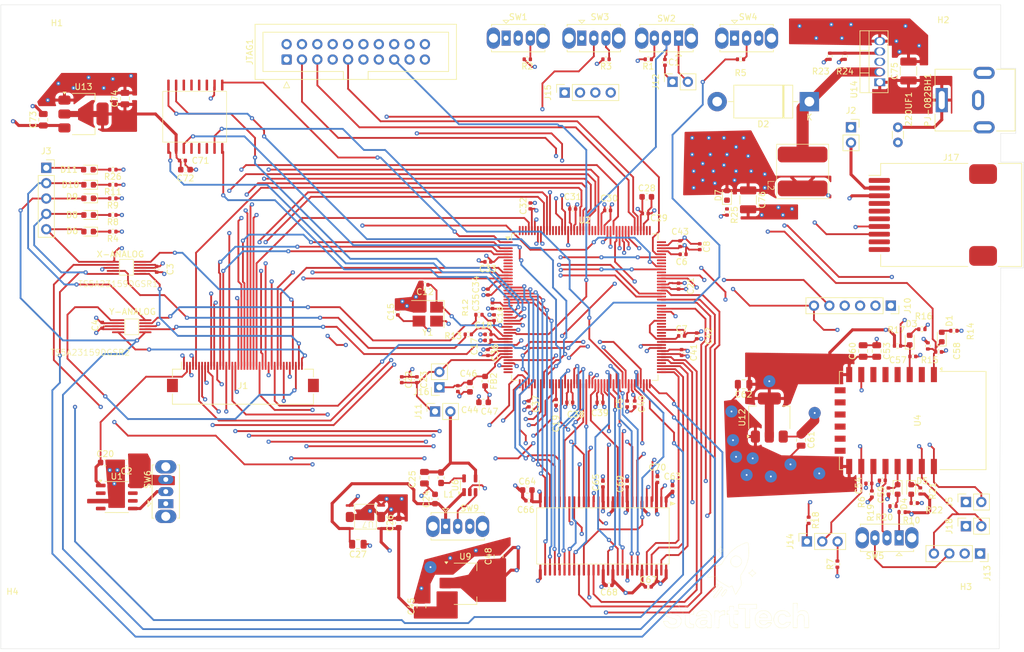
<source format=kicad_pcb>
(kicad_pcb (version 20240108) (generator "pcbnew") (generator_version "8.0")
  (layers (0 "F.Cu" signal) (1 "In1.Cu" power) (2 "In2.Cu" signal) (3 "In3.Cu" signal) (4 "In4.Cu" signal) (31 "B.Cu" signal) (34 "B.Paste" user) (35 "F.Paste" user) (36 "B.SilkS" user "B.Silkscreen") (37 "F.SilkS" user "F.Silkscreen") (38 "B.Mask" user) (39 "F.Mask" user) (44 "Edge.Cuts" user))
  (net 0 "")
  (net 1 "GND")
  (net 2 "+12V")
  (net 3 "Net-(U2-VCAP1)")
  (net 4 "Net-(U2-VCAP2)")
  (net 5 "Net-(U2-VCAPDSI)")
  (net 6 "/STM32F469IIT6/HSE_IN")
  (net 7 "/STM32F469IIT6/HSE_OUT")
  (net 8 "3.3V")
  (net 9 "/POWER SUPPLY/VCC - 5V")
  (net 10 "/POWER SUPPLY/pwr_led_k")
  (net 11 "/STM32F469IIT6/JTCK-SWCLK")
  (net 12 "/STM32F469IIT6/TRACESWO - JTDO")
  (net 13 "/STM32F469IIT6/NJRST")
  (net 14 "/STM32F469IIT6/NRST")
  (net 18 "/STM32F469IIT6/JTDI")
  (net 19 "/STM32F469IIT6/JTMS-SWDIO")
  (net 20 "Net-(SW2-C)")
  (net 21 "Net-(SW1-C)")
  (net 22 "Net-(SW3-C)")
  (net 23 "8V")
  (net 24 "Net-(U2-BYPASS_REG)")
  (net 25 "/STM32F469IIT6/BYPASS_REG")
  (net 26 "Net-(J11-Pin_1)")
  (net 27 "/STM32F469IIT6/BOOT0")
  (net 28 "/STM32F469IIT6/PDR_ON")
  (net 29 "1.8V")
  (net 30 "VDDQ")
  (net 31 "/STM32F469IIT6/UART8_TX")
  (net 32 "/STM32F469IIT6/UART8_RX")
  (net 33 "/STM32F469IIT6/UART4_TX")
  (net 35 "/STM32F469IIT6/UART4_RX")
  (net 38 "Net-(U6-SW)")
  (net 39 "/ESP-12E/UART_TX")
  (net 40 "Net-(SW6-B)")
  (net 41 "Net-(SW9-B)")
  (net 46 "/STM32F469IIT6/FMC_D11 | PE14")
  (net 47 "/STM32F469IIT6/FMC_D9 | PE12")
  (net 48 "/STM32F469IIT6/FMC_D0 | PD14")
  (net 49 "/STM32F469IIT6/FMC_D2 | PD0")
  (net 50 "/Flash - W25M512JVFIQ TR/IO1")
  (net 51 "/LCD/YU_ADC")
  (net 52 "/STM32F469IIT6/FMC_A7 | PF13")
  (net 53 "/STM32F469IIT6/FMC_SDNCAS | PG15")
  (net 54 "/STM32F469IIT6/FMC_A5 | PF5")
  (net 55 "/ESP-12E/RTS")
  (net 56 "/STM32F469IIT6/FMC_A11 | PG1")
  (net 57 "/STM32F469IIT6/FMC_A12 | PG2")
  (net 59 "/ESP-12E/ESP_RX")
  (net 60 "/STM32F469IIT6/FMC_D5 | PE8")
  (net 61 "/STM32F469IIT6/FMC_A0 | PF0")
  (net 62 "/STM32F469IIT6/FMC_LDQM | PD12")
  (net 63 "/STM32F469IIT6/FMC_D8 | PE11")
  (net 64 "/STM32F469IIT6/FMC_D4 | PE7")
  (net 65 "/STM32F469IIT6/FMC_A3 | PF3")
  (net 66 "/STM32F469IIT6/FMC_A6 | PF12")
  (net 67 "/STM32F469IIT6/FMC_D7 | PE10")
  (net 68 "/STM32F469IIT6/FMC_SDCKE1 | PH7")
  (net 71 "/STM32F469IIT6/FMC_D13 | PD8")
  (net 73 "/LCD/G7")
  (net 75 "/LCD/G3")
  (net 76 "/STM32F469IIT6/FMC_D14 | PD9")
  (net 78 "/LCD/HSYNC")
  (net 79 "/STM32F469IIT6/FMC_BA1 | PG5")
  (net 81 "/LCD/YD_ADC")
  (net 82 "/STM32F469IIT6/FMC_D12 | PE15")
  (net 83 "/STM32F469IIT6/FMC_D6 | PE9")
  (net 84 "/STM32F469IIT6/FMC_SDCLK | PG8")
  (net 85 "/STM32F469IIT6/FMC_UDQM | PD13")
  (net 86 "/LCD/XL_ADC")
  (net 88 "/ESP-12E/ESP_TX")
  (net 89 "/STM32F469IIT6/FMC_D10 | PE13")
  (net 91 "/STM32F469IIT6/FMC_SDNRAS | PF11")
  (net 92 "/STM32F469IIT6/FMC_D1 | PD15")
  (net 93 "/STM32F469IIT6/FMC_BA0 | PG4")
  (net 95 "/LCD/G5")
  (net 96 "3.3VA_F469")
  (net 97 "/Flash - W25M512JVFIQ TR/CLK")
  (net 98 "/STM32F469IIT6/FMC_A1 | PF1")
  (net 99 "/LCD/R6")
  (net 100 "/STM32F469IIT6/FMC_SDNWE | PH5")
  (net 101 "/Flash - W25M512JVFIQ TR/IO0")
  (net 102 "/STM32F469IIT6/FMC_A4 | PF4")
  (net 103 "/LCD/VSYNC")
  (net 104 "/LCD/XR_ADC")
  (net 105 "/LCD/B1")
  (net 107 "/Flash - W25M512JVFIQ TR/RESET")
  (net 108 "/LCD/B2")
  (net 109 "/LCD/DISP")
  (net 110 "/STM32F469IIT6/FMC_A8 | PF14")
  (net 112 "/STM32F469IIT6/FMC_SDNE1 | PH6")
  (net 114 "/STM32F469IIT6/FMC_D15 | PD10")
  (net 118 "/STM32F469IIT6/FMC_A10 | PG0")
  (net 119 "/STM32F469IIT6/FMC_A9 | PF15")
  (net 121 "/LCD/B4")
  (net 122 "/STM32F469IIT6/FMC_D3 | PD1")
  (net 123 "/LCD/B0")
  (net 124 "/STM32F469IIT6/FMC_A2 | PF2")
  (net 125 "/ESP-12E/CTS")
  (net 126 "/LCD/G4")
  (net 127 "/Flash - W25M512JVFIQ TR/CS")
  (net 129 "/LCD/DEN")
  (net 131 "/LCD/G0")
  (net 133 "/Flash - W25M512JVFIQ TR/IO2")
  (net 134 "/LCD/B6")
  (net 136 "/LCD/R3")
  (net 137 "VDDFLASH")
  (net 138 "Net-(D2-K)")
  (net 139 "Net-(U14-FB)")
  (net 140 "/LCD/DCLK")
  (net 141 "Net-(J2-Pin_2)")
  (net 143 "/LCD/R4")
  (net 144 "/STM32F469IIT6/ADC1_IN12 | PC2")
  (net 150 "/LCD/R0")
  (net 152 "/Flash - W25M512JVFIQ TR/IO3")
  (net 154 "/LCD/R1")
  (net 157 "/LCD/G1")
  (net 160 "/LCD/G2")
  (net 162 "/LCD/G6")
  (net 163 "/LCD/R2")
  (net 166 "/LCD/B5")
  (net 167 "/LCD/R7")
  (net 169 "/LCD/B3")
  (net 173 "/LCD/B7")
  (net 174 "/LCD/R5")
  (net 175 "Net-(SW5-A)")
  (net 176 "Net-(SW5-B)")
  (net 183 "Net-(U4-GPIO2)")
  (net 185 "/ESP-12E/EN")
  (net 187 "/ESP-12E/RST")
  (net 195 "Net-(J12-Pin_2)")
  (net 196 "Net-(U2-PC0)")
  (net 197 "Net-(U2-PC1)")
  (net 198 "ESP_VCC")
  (net 199 "Net-(D1-A)")
  (net 200 "Net-(D3-A)")
  (net 201 "Net-(D4-A)")
  (net 202 "Net-(D5-A)")
  (net 203 "Net-(J10-Pin_3)")
  (net 204 "Net-(J10-Pin_4)")
  (net 205 "Net-(J14-Pin_3)")
  (net 206 "Net-(J14-Pin_1)")
  (net 207 "/STM32F469IIT6/ADC1_IN9 | PB1")
  (net 208 "Net-(D6-K)")
  (net 209 "/STM32F469IIT6/TS_XR_CONTROL")
  (net 210 "/STM32F469IIT6/TS_XL_CONTROL")
  (net 211 "Net-(D8-K)")
  (net 212 "Net-(D9-K)")
  (net 213 "/STM32F469IIT6/TS_YU_CONTROL")
  (net 214 "Net-(D10-K)")
  (net 215 "/STM32F469IIT6/TS_YD_CONTROL")
  (net 216 "/STM32F469IIT6/LED5")
  (net 217 "Net-(D11-K)")
  (net 218 "/STM32F469IIT6/ADC1_IN10 | PC0")
  (net 219 "/STM32F469IIT6/ADC1_IN11 | PC1")
  (net 221 "Net-(D4-K)")
  (net 222 "Net-(D5-K)")
  (footprint "Capacitor_SMD:C_0805_2012Metric" (layer "F.Cu") (at 216.75 107.25 -90)
    (property "Reference" "C53")
    (property "Value" "1U")
  )
  (footprint "Capacitor_SMD:C_0603_1608Metric" (layer "F.Cu") (at 159 130.25)
    (property "Reference" "C64")
    (property "Value" "4.7u")
  )
  (footprint "Resistor_SMD:R_0402_1005Metric" (layer "F.Cu") (at 194.24 59)
    (property "Reference" "R5")
    (property "Value" "10k")
  )
  (footprint "Capacitor_SMD:C_0805_2012Metric" (layer "F.Cu") (at 214.5 107.25 -90)
    (property "Reference" "C60")
    (property "Value" "22U")
  )
  (footprint "Library:R1501S050B-E2-FE" (layer "F.Cu") (at 132.25 134.7025 180)
    (property "Reference" "U7")
    (property "Value" "~")
  )
  (footprint "Capacitor_SMD:C_0603_1608Metric" (layer "F.Cu") (at 178.7475 81.7525)
    (property "Reference" "C28")
    (property "Value" "4.7u")
  )
  (footprint "Package_TO_SOT_SMD:SOT-223-3_TabPin2" (layer "F.Cu") (at 85.65 68.05)
    (property "Reference" "U13")
    (property "Value" "AMS1117-3.3")
  )
  (footprint "Capacitor_SMD:C_0402_1005Metric" (layer "F.Cu") (at 172.5 146 180)
    (property "Reference" "C68")
    (property "Value" "100n")
  )
  (footprint "Library:SRN8040-101M" (layer "F.Cu") (at 204.5 77.45 -90)
    (property "Reference" "L2")
    (property "Value" "100uH")
  )
  (footprint "Connector_PinSocket_2.54mm:PinSocket_1x02_P2.54mm_Vertical" (layer "F.Cu") (at 231.5 136.225 90)
    (property "Reference" "J18")
    (property "Value" "Conn_01x02_Pin")
  )
  (footprint "Package_TO_SOT_SMD:SOT-223-3_TabPin2" (layer "F.Cu") (at 199 118.25 90)
    (property "Reference" "U12")
    (property "Value" "AMS1117-3.3")
  )
  (footprint "Capacitor_SMD:C_0402_1005Metric" (layer "F.Cu") (at 166.02 115.75 180)
    (property "Reference" "C38")
    (property "Value" "100n")
  )
  (footprint "Capacitor_SMD:C_0402_1005Metric" (layer "F.Cu") (at 166.5 83.75)
    (property "Reference" "C31")
    (property "Value" "100n")
  )
  (footprint "Resistor_SMD:R_0402_1005Metric" (layer "F.Cu") (at 90.5 77.25 180)
    (property "Reference" "R26")
    (property "Value" "1k5")
  )
  (footprint "Capacitor_SMD:C_0402_1005Metric" (layer "F.Cu") (at 142.1 96.3 180)
    (property "Reference" "C12")
    (property "Value" "10p")
  )
  (footprint "Capacitor_SMD:C_0402_1005Metric" (layer "F.Cu") (at 184.5 104.75)
    (property "Reference" "C7")
    (property "Value" "2.2u")
  )
  (footprint "MountingHole:MountingHole_3.2mm_M3" (layer "F.Cu") (at 77 152)
    (property "Reference" "H4")
    (property "Value" "MountingHole")
  )
  (footprint "Capacitor_SMD:C_0402_1005Metric" (layer "F.Cu") (at 153.25 99.75 90)
    (property "Reference" "C35")
    (property "Value" "100n")
  )
  (footprint "Button_Switch_THT:SW_Slide_SPDT_Straight_CK_OS102011MS2Q" (layer "F.Cu") (at 220.45 138.15 180)
    (property "Reference" "SW5")
    (property "Value" "FLASH_BOOT | UART SWT")
  )
  (footprint "Capacitor_SMD:C_0402_1005Metric" (layer "F.Cu") (at 152.5 97.5 90)
    (property "Reference" "C34")
    (property "Value" "100n")
  )
  (footprint "Button_Switch_THT:SW_Slide_SPDT_Straight_CK_OS102011MS2Q" (layer "F.Cu") (at 168 55.5)
    (property "Reference" "SW3")
    (property "Value" "PDR_ON SWT")
  )
  (footprint "Capacitor_SMD:C_0402_1005Metric" (layer "F.Cu") (at 159.25 132 180)
    (property "Reference" "C66")
    (property "Value" "100n")
  )
  (footprint "Capacitor_SMD:C_0805_2012Metric" (layer "F.Cu") (at 79 69 90)
    (property "Reference" "C73")
    (property "Value" "22U")
  )
  (footprint "Package_TO_SOT_SMD:SOT-223-3_TabPin2" (layer "F.Cu") (at 148.75 145.75)
    (property "Reference" "U9")
    (property "Value" "AMS1117-3.3")
  )
  (footprint "Capacitor_SMD:C_0402_1005Metric" (layer "F.Cu") (at 137.6 100.8 90)
    (property "Reference" "C15")
    (property "Value" "10p")
  )
  (footprint "Resistor_SMD:R_0402_1005Metric" (layer "F.Cu") (at 90.5 84.75 180)
    (property "Reference" "R8")
    (property "Value" "1k5")
  )
  (footprint "Connector_PinSocket_2.54mm:PinSocket_1x06_P2.54mm_Vertical" (layer "F.Cu") (at 219.08 99.75 -90)
    (property "Reference" "J10")
    (property "Value" "Conn_01x06_Socket" (hide yes))
  )
  (footprint "MountingHole:MountingHole_3.2mm_M3" (layer "F.Cu") (at 232 54.75)
    (property "Reference" "H2")
    (property "Value" "MountingHole")
  )
  (footprint "Resistor_SMD:R_0402_1005Metric" (layer "F.Cu") (at 90.51 79.75 180)
    (property "Reference" "R11")
    (property "Value" "1k5")
  )
  (footprint "Connector_PinSocket_2.54mm:PinSocket_1x05_P2.54mm_Vertical" (layer "F.Cu") (at 79.5 76.95)
    (property "Reference" "J3")
    (property "Value" "Conn_01x05_Pin")
  )
  (footprint "Crystal:Crystal_SMD_3225-4Pin_3.2x2.5mm_HandSoldering" (layer "F.Cu") (at 142.55 101.15 180)
    (property "Reference" "Y1")
    (property "Value" "26MHz")
  )
  (footprint "Connector_PinSocket_2.54mm:PinSocket_1x02_P2.54mm_Vertical" (layer "F.Cu") (at 212.5 70.25)
    (property "Reference" "J2")
    (property "Value" "Conn_01x02_Socket")
  )
  (footprint "Capacitor_SMD:C_0402_1005Metric" (layer "F.Cu") (at 163.75 115.75 -90)
    (property "Reference" "C19")
    (property "Value" "100n")
  )
  (footprint "Resistor_SMD:R_0402_1005Metric" (layer "F.Cu") (at 209 58.5 90)
    (property "Reference" "R23")
    (property "Value" "2K49")
  )
  (footprint "Capacitor_SMD:C_0402_1005Metric" (layer "F.Cu") (at 178.4975 84.5025)
    (property "Reference" "C29")
    (property "Value" "100n")
  )
  (footprint "Resistor_SMD:R_0402_1005Metric" (layer "F.Cu") (at 223.95 130.39 90)
    (property "Reference" "R21")
    (property "Value" "1K5")
  )
  (footprint "Package_TO_SOT_THT:TO-220-5_Vertical" (layer "F.Cu") (at 217.25 62.8 90)
    (property "Reference" "U14")
    (property "Value" "LM2576T-ADJ")
  )
  (footprint "LOGO" (layer "F.Cu") (at 193.489053 146.923591)
    (property "Reference" "G***" (hide yes))
    (property "Value" "LOGO" (hide yes))
  )
  (footprint "Capacitor_SMD:C_0402_1005Metric" (layer "F.Cu") (at 88.75 103 90)
    (property "Reference" "C4")
    (property "Value" "100n")
  )
  (footprint "Capacitor_SMD:C_0603_1608Metric" (layer "F.Cu") (at 151.775 115.7375 180)
    (property "Reference" "C47")
    (property "Value" "1u")
  )
  (footprint "Capacitor_SMD:C_1210_3225Metric_Pad1.33x2.70mm_HandSolder" (layer "F.Cu") (at 222 60.9375 90)
    (property "Reference" "C75")
    (property "Value" "100uF")
  )
  (footprint "Capacitor_SMD:C_0402_1005Metric" (layer "F.Cu") (at 171.02 115.75 180)
    (property "Reference" "C39")
    (property "Value" "100n")
  )
  (footprint "Library:TS5A23159DGSR" (layer "F.Cu") (at 86.875 101.15 180)
    (property "Reference" "TS5A23159DGSR2")
    (property "Value" "~")
  )
  (footprint "Button_Switch_THT:SW_Slide_SPDT_Straight_CK_OS102011MS2Q" (layer "F.Cu") (at 193.25 55.5)
    (property "Reference" "SW4")
    (property "Value" "BYPASS_REG SWT")
  )
  (footprint "Capacitor_SMD:C_0805_2012Metric" (layer "F.Cu") (at 154.25 141.2 90)
    (property "Reference" "C48")
    (property "Value" "22U")
  )
  (footprint "Capacitor_SMD:C_0402_1005Metric" (layer "F.Cu") (at 159.5 83.25 90)
    (property "Reference" "C32")
    (property "Value" "100n")
  )
  (footprint "Capacitor_SMD:C_0805_2012Metric" (layer "F.Cu") (at 194.75 112.75 180)
    (property "Reference" "C62")
    (property "Value" "22U")
  )
  (footprint "Capacitor_SMD:C_0402_1005Metric" (layer "F.Cu") (at 152.5 107.5 -90)
    (property "Reference" "C36")
    (property "Value" "100n")
  )
  (footprint "Capacitor_SMD:C_0402_1005Metric" (layer "F.Cu") (at 152.52 105.5)
    (property "Reference" "C17")
    (property "Value" "100n")
  )
  (footprint "Button_Switch_THT:SW_Slide_SPDT_Straight_CK_OS102011MS2Q" (layer "F.Cu") (at 145.5 136.25)
    (property "Reference" "SW9")
    (property "Value" "SW_SPDT")
  )
  (footprint "Resistor_SMD:R_0402_1005Metric" (layer "F.Cu") (at 151.01 101.25)
    (property "Reference" "R12")
    (property "Value" "0.3K")
  )
  (footprint "Inductor_SMD:L_0603_1608Metric_Pad1.05x0.95mm_HandSolder" (layer "F.Cu") (at 144.75 128.2025 90)
    (property "Reference" "L1")
    (property "Value" "L")
  )
  (footprint "LED_SMD:LED_0603_1608Metric" (layer "F.Cu") (at 222.2 105.4375 90)
    (property "Reference" "D3")
    (property "Value" "LED")
  )
  (footprint "Connector_PinSocket_2.54mm:PinSocket_1x04_P2.54mm_Vertical" (layer "F.Cu") (at 165.17 64.5 90)
    (property "Reference" "J15")
    (property "Value" "Conn_01x04_Socket")
  )
  (footprint "LED_SMD:LED_0603_1608Metric" (layer "F.Cu") (at 86.5 79.75 180)
    (property "Reference" "D10")
    (property "Value" "LED")
  )
  (footprint "Capacitor_SMD:C_0603_1608Metric" (layer "F.Cu") (at 89.25 125.7)
    (property "Reference" "C20")
    (property "Value" "1uF")
  )
  (footprint "Capacitor_SMD:C_0805_2012Metric" (layer "F.Cu") (at 141.5 149.5 90)
    (property "Reference" "C45")
    (property "Value" "22U")
  )
  (footprint "Capacitor_SMD:C_1210_3225Metric_Pad1.33x2.70mm_HandSolder" (layer "F.Cu") (at 195.5 82.25 -90)
    (property "Reference" "C76")
    (property "Value" "100uF")
  )
  (footprint "Connector_RJ:RJ45_Pulse_JXD6-0001NL_Horizontal" (layer "F.Cu") (at 229.05 84.75)
    (property "Reference" "J17")
    (property "Value" "RJ45")
  )
  (footprint "Capacitor_SMD:C_0402_1005Metric" (layer "F.Cu") (at 184 96.52 -90)
    (property "Reference" "C21")
    (property "Value" "100n")
  )
  (footprint "Capacitor_SMD:C_0603_1608Metric" (layer "F.Cu") (at 102.5 77.25 180)
    (property "Reference" "C72")
    (property "Value" "4.7u")
  )
  (footprint "Resistor_SMD:R_0402_1005Metric" (layer "F.Cu") (at 90.5 82 180)
    (property "Reference" "R9")
    (property "Value" "1k5")
  )
  (footprint "Capacitor_SMD:C_0402_1005Metric" (layer "F.Cu") (at 152.48 92.5 180)
    (property "Reference" "C33")
    (property "Value" "100n")
  )
  (footprint "Resistor_SMD:R_0402_1005Metric" (layer "F.Cu") (at 210.25 142.5 90)
    (property "Reference" "R7")
    (property "Value" "10K")
  )
  (footprint "Resistor_SMD:R_0402_1005Metric" (layer "F.Cu") (at 90.5 87.5 180)
    (property "Reference" "R4")
    (property "Value" "1k5")
  )
  (footprint "Resistor_SMD:R_0402_1005Metric" (layer "F.Cu") (at 229.5 103.9 180)
    (property "Reference" "R14")
    (property "Value" "1K5")
  )
  (footprint "RF_Module:ESP-12E" (layer "F.Cu") (at 222.7 118.75 -90)
    (property "Reference" "U4")
    (property "Value" "ESP-12E")
  )
  (footprint "Capacitor_SMD:C_0402_1005Metric" (layer "F.Cu") (at 184.5 107.5 -90)
    (property "Reference" "C41")
    (property "Value" "100n")
  )
  (footprint "Resistor_SMD:R_0402_1005Metric" (layer "F.Cu") (at 225.2 106.4 -90)
    (property "Reference" "R15")
    (property "Value" "1K5")
  )
  (footprint "Resistor_SMD:R_0402_1005Metric" (layer "F.Cu") (at 215.95 130.9 90)
    (property "Reference" "R6")
    (property "Value" "10K")
  )
  (footprint "LED_SMD:LED_0603_1608Metric" (layer "F.Cu") (at 222.45 130.15 -90)
    (property "Reference" "D5")
    (property "Value" "LED")
  )
  (footprint "Resistor_SMD:R_0402_1005Metric" (layer "F.Cu") (at 149.25 104.5 180)
    (property "Reference" "R13")
    (property "Value" "0.3K")
  )
  (footprint "Capacitor_SMD:C_0402_1005Metric" (layer "F.Cu") (at 184.75 91.25)
    (property "Reference" "C6")
    (property "Value" "2.2u")
  )
  (footprint "Capacitor_SMD:C_0402_1005Metric" (layer "F.Cu") (at 222.72 108.15)
    (property "Reference" "C57")
    (property "Value" "100n")
  )
  (footprint "Resistor_SMD:R_0402_1005Metric" (layer "F.Cu") (at 224.21 103.65 180)
    (property "Reference" "R16")
    (property "Value" "1K5")
  )
  (footprint "Inductor_SMD:L_0603_1608Metric" (layer "F.Cu") (at 152.025 112.2375 -90)
    (property "Reference" "FB2")
    (property "Value" "120R")
  )
  (footprint "Capacitor_SMD:C_0402_1005Metric" (layer "F.Cu") (at 180.5 128.5 90)
    (property "Reference" "C70")
    (property "Value" "100n")
  )
  (footprint "Capacitor_SMD:C_0402_1005Metric" (layer "F.Cu") (at 175.5 116 -90)
    (property "Reference" "C5")
    (property "Value" "2.2u")
  )
  (footprint "Resistor_SMD:R_0402_1005Metric" (layer "F.Cu") (at 159 59 180)
    (property "Reference" "R2")
    (property "Value" "10k")
  )
  (footprint "Connector_PinSocket_2.54mm:PinSocket_1x03_P2.54mm_Vertical" (layer "F.Cu") (at 205.21 138.75 90)
    (property "Reference" "J14")
    (property "Value" "Conn_01x03_Pin")
  )
  (footprint "Capacitor_SMD:C_0402_1005Metric" (layer "F.Cu") (at 140.75 112 -90)
    (property "Reference" "C23")
    (property "Value" "1uF")
  )
  (footprint "Package_SO:HTSOP-8-1EP_3.9x4.9mm_P1.27mm_EP2.4x3.2mm" (layer "F.Cu") (at 91.15 131.4)
    (property "Reference" "U1")
    (property "Value" "BD80FC0WEFJ")
  )
  (footprint "Capacitor_SMD:C_0402_1005Metric" (layer "F.Cu") (at 183 130 90)
    (property "Reference" "C63")
    (property "Value" "100n")
  )
  (footprint "MountingHole:MountingHole_3.2mm_M3" (layer "F.Cu") (at 231.5 150.5)
    (property "Reference" "H3")
    (property "Value" "MountingHole")
  )
  (footprint "Capacitor_SMD:C_0402_1005Metric" (layer "F.Cu") (at 175.5 129.25 90)
    (property "Reference" "C69")
    (property "Value" "100n")
  )
  (footprint "Resistor_SMD:R_0402_1005Metric" (layer "F.Cu") (at 205.5 135.25 -90)
    (property "Reference" "R18")
    (property "Value" "10K")
  )
  (footprint "Connector_PinSocket_2.54mm:PinSocket_1x02_P2.54mm_Vertical" (layer "F.Cu") (at 231.5 132.225 90)
    (property "Reference" "J5")
    (property "Value" "Conn_01x02_Pin")
  )
  (footprint "LED_SMD:LED_0603_1608Metric" (layer "F.Cu") (at 86.4625 77.25 180)
    (property "Reference" "D11")
    (property "Value" "LED")
  )
  (footprint "Capacitor_SMD:C_0402_1005Metric" (layer "F.Cu") (at 138.25 112 -90)
    (property "Reference" "C22")
    (property "Value" "0.1uF")
  )
  (footprint "Capacitor_SMD:C_0603_1608Metric" (layer "F.Cu") (at 143.75 131.7275 90)
    (property "Reference" "C24")
    (property "Value" "4.7uF")
  )
  (footprint "Diode_THT:D_DO-201AD_P15.24mm_Horizontal" (layer "F.Cu") (at 205.62 66 180)
    (property "Reference" "D2")
    (property "Value" "1N5822")
  )
  (footprint "Capacitor_SMD:C_0402_1005Metric" (layer "F.Cu") (at 153.5 101.75 -90)
    (property "Reference" "C16")
    (property "Value" "100n")
  )
  (footprint "Capacitor_SMD:C_0402_1005Metric" (layer "F.Cu") (at 217.68 128.65 180)
    (property "Reference" "C59")
    (property "Value" "100n")
  )
  (footprint "Capacitor_SMD:C_0402_1005Metric" (layer "F.Cu") (at 97.75 93.73 -90)
    (property "Reference" "C3")
    (property "Value" "100n")
  )
  (footprint "Resistor_SMD:R_0402_1005Metric" (layer "F.Cu") (at 220.95 133.9 180)
    (property "Reference" "R10")
    (property "Value" "10K")
  )
  (footprint "Capacitor_SMD:C_0402_1005Metric" (layer "F.Cu") (at 184.25 89.5 -90)
    (property "Reference" "C43")
    (property "Value" "100n")
  )
  (footprint "Connector_PinSocket_2.54mm:PinSocket_1x02_P2.54mm_Vertical" (layer "F.Cu") (at 144.475 113.25 180)
    (property "Reference" "J16")
    (property "Value" "Conn_01x02_Socket")
  )
  (footprint "Capacitor_SMD:C_0402_1005Metric" (layer "F.Cu") (at 187 104.75 90)
    (property "Reference" "C42")
    (property "Value" "100n")
  )
  (footprint "LED_SMD:LED_0603_1608Metric" (layer "F.Cu") (at 220.2 130.15 -90)
    (property "Reference" "D4")
    (property "Value" "LED")
  )
  (footprint "Resistor_SMD:R_0402_1005Metric" (layer "F.Cu") (at 218.7 130.41 90)
    (property "Reference" "R19")
    (property "Value" "1K5")
  )
  (footprint "Capacitor_SMD:C_0402_1005Metric" (layer "F.Cu") (at 187.5 90 -90)
    (property "Reference" "C8")
    (property "Value" "100n")
  )
  (footprint "Capacitor_SMD:C_0402_1005Metric" (layer "F.Cu") (at 226.97 107.4)
    (property "Reference" "C58")
    (property "Value" "100n")
  )
  (footprint "Capacitor_SMD:C_0402_1005Metric" (layer "F.Cu") (at 159.25 116 -90)
    (property "Reference" "C37")
    (property "Value" "100n" (hide yes))
  )
  (footprint "Capacitor_SMD:C_0603_1608Metric" (layer "F.Cu") (at 92.75 125.7 180)
    (property "Reference" "C2")
    (property "Value" "1uF")
  )
  (footprint "Resistor_SMD:R_0402_1005Metric" (layer "F.Cu") (at 211.5 58.5 -90)
    (property "Reference" "R24")
    (property "Value" "1K5")
  )
  (footprint "Capacitor_SMD:C_0805_2012Metric" (layer "F.Cu") (at 131 139.2025 180)
    (property "Reference" "C27")
    (property "Value" "10uF")
  )
  (footprint "Capacitor_SMD:C_0402_1005Metric" (layer "F.Cu") (at 147.525 113.4675 -90)
    (property "Reference" "C44")
    (property "Value" "100n")
  )
  (footprint "LED_SMD:LED_0603_1608Metric" (layer "F.Cu") (at 86.5 82 180)
    (property "Reference" "D9")
    (property "Value" "LED")
  )
  (footprint "Library:W25M512JVFIQ" (layer "F.Cu") (at 104.25 68.25 90)
    (property "Reference" "U5" (hide yes))
    (property "Value" "~" (hide yes))
  )
  (footprint "Capacitor_SMD:C_0402_1005Metric" (layer "F.Cu") (at 102 75.75)
    (property "Reference" "C71")
    (property "Value" "100n")
  )
  (footprint "Package_QFP:LQFP-176_24x24mm_P0.5mm" (layer "F.Cu") (at 168.5 100)
    (property "Reference" "U2")
    (property "Value" "STM32F469IITx")
  )
  (footprint "Capacitor_THT:C_Disc_D3.0mm_W1.6mm_P2.50mm" (layer "F.Cu") (at 220.25 70.25 -90)
    (property "Reference" "220UF1")
    (property "Value" "C_Polarized")
  )
  (footprint "Capacitor_SMD:C_0805_2012Metric" (layer "F.Cu") (at 142 128.2025 -90)
    (property "Reference" "C25")
    (property "Value" "10uF")
  )
  (footprint "LED_SMD:LED_0603_1608Metric" (layer "F.Cu") (at 192 81.51 90)
    (property "Reference" "D7")
    (property "Value" "LED")
  )
  (footprint "Capacitor_SMD:C_0402_1005Metric" (layer "F.Cu") (at 172.27 84)
    (property "Reference" "C30")
    (property "Value" "100n")
  )
  (footprint "Capacitor_SMD:C_0805_2012Metric" (layer "F.Cu") (at 92.5 65.5 90)
    (property "Reference" "C74")
    (property "Value" "22U")
  )
  (footprint "Capacitor_SMD:C_0603_1608Metric" (layer "F.Cu") (at 149.525 113.2375 -90)
    (property "Reference" "C46")
    (property "Value" "1u")
  )
  (footprint "Capacitor_SMD:C_0402_1005Metric" (layer "F.Cu") (at 215.45 129.15 180)
    (property "Reference" "C54")
    (property "Value" "100n")
  )
  (footprint "Capacitor_SMD:C_0402_1005Metric" (layer "F.Cu") (at 181.75 59.5 90)
    (property "Reference" "C1")
    (property "Value" "0.1uF")
  )
  (footprint "Button_Switch_THT:SW_Slide_SPDT_Straight_CK_OS102011MS2Q" (layer "F.Cu") (at 99.25 132.5 90)
    (property "Reference" "SW6")
    (property "Value" "SW_SPDT")
  )
  (footprint "Capacitor_SMD:C_0402_1005Metric" (layer "F.Cu") (at 176.75 116 -90)
    (property "Reference" "C40")
    (property "Value" "100n")
  )
  (footprint "Resistor_SMD:R_0402_1005Metric" (layer "F.Cu") (at 192 84.26 -90)
    (property "Reference" "R25")
    (property "Value" "1K5")
  )
  (footprint "Connector_IDC:IDC-Header_2x10_P2.54mm_Vertical" (layer "F.Cu") (at 119.22 59.04 90)
    (property "Reference" "JTAG1")
    (property "Value" "Conn_02x10_Odd_Even")
  )
  (footprint "Capacitor_SMD:C_0603_1608Metric" (layer "F.Cu") (at 137.75 135.7025 90)
    (property "Reference" "C26")
    (property "Value" "0.47uF")
  )
  (footprint "Connector_PinSocket_2.54mm:PinSocket_1x02_P2.54mm_Vertical" (layer "F.Cu") (at 183 62.725 90)
    (property "Reference" "J12")
    (property "Value" "Conn_01x02_Socket")
  )
  (footprint "Resistor_SMD:R_0402_1005Metric" (layer "F.Cu") (at 179 59 180)
    (property "Reference" "R1")
    (property "Value" "10k")
  )
  (footprint "Connector_PinSocket_2.54mm:PinSocket_1x04_P2.54mm_Vertical" (layer "F.Cu") (at 233.83 140.75 -90)
    (property "Reference" "J13")
    (property "Value" "Conn_01x04_Socket")
  )
  (footprint "Capacitor_SMD:C_0402_1005Metric" (layer "F.Cu") (at 152.52 104.5)
    (property "Reference" "C18")
    (property "Value" "100n")
  )
  (footprint "Capacitor_SMD:C_0402_1005Metric" (layer "F.Cu") (at 179 146.25)
    (property "Reference" "C67")
    (property "Value" "100n")
  )
  (footprint "Library:W9825G6KH" (layer "F.Cu") (at 179.95 124.4875 -90)
    (property "Reference" "U8" (hide yes))
    (property "Value" "~" (hide yes))
  )
  (footprint "LED_SMD:LED_0603_1608Metric" (layer "F.Cu") (at 86.5 84.75 180)
    (property "Reference" "D8")
    (property "Value" "LED")
  )
  (footprint "Button_Switch_THT:SW_Slide_SPDT_Straight_CK_OS102011MS2Q" (layer "F.Cu") (at 184 55.5 180)
    (property "Reference" "SW2")
    (property "Value" "NRST_SWT")
  )
  (footprint "Button_Switch_THT:SW_Slide_SPDT_Straight_CK_OS102011MS2Q" (layer "F.Cu") (at 155.5 55.5)
    (property "Reference" "SW1")
    (property "Value" "BOOT0_SWT")
  )
  (footprint "Package_TO_SOT_SMD:TSOT-23-5" (layer "F.Cu") (at 149.5 129.4525 90)
    (property "Reference" "U6")
    (property "Value" "ADP2108AUJ-1.8")
  )
  (footprint "Library:TS5A23159DGSR" (layer "F.Cu") (at 99.5 95.5)
    (property "Reference" "TS5A23159DGSR1")
    (property "Value" "~")
  )
  (footprint "Connector_BarrelJack:BarrelJack_CUI_PJ-063AH_Horizontal" (layer "F.Cu") (at 227.5 65.75 90)
    (property "Reference" "PJ-082BH1")
    (property "Value" "~" (hide yes))
  )
  (footprint "Capacitor_SMD:C_0402_1005Metric" (layer "F.Cu") (at 171.5 129.25 90)
    (property "Reference" "C65")
    (property "Value" "100n")
  )
  (footprint "Resistor_SMD:R_0402_1005Metric" (layer "F.Cu") (at 172.01 59 180)
    (property "Reference" "R3")
    (property "Value" "10k")
  )
  (footprint "Resistor_SMD:R_0402_1005Metric" (layer "F.Cu") (at 219.45 132.9)
    (property "Reference" "R20")
    (property "Value" "1K5")
  )
  (footprint "MountingHole:MountingHole_3.2mm_M3" (layer "F.Cu") (at 77 54.75)
    (property "Reference" "H1")
    (property "Value" "MountingHole")
  )
  (footprint "LED_SMD:LED_0603_1608Metric" (layer "F.Cu") (at 86.5 87.5 180)
    (property "Reference" "D6")
    (property "Value" "LED")
  )
  (footprint "Connector_PinSocket_2.54mm:PinSocket_1x02_P2.54mm_Vertical" (layer "F.Cu") (at 143.75 117.25 90)
    (property "Reference" "J11")
    (property "Value" "Conn_01x02_Socket")
  )
  (footprint "Capacitor_SMD:C_0805_2012Metric" (layer "F.Cu") (at 204.25 121.95 -90)
    (property "Reference" "C61")
    (property "Value" "22U")
  )
  (footprint "Connector_FFC-FPC:Hirose_FH12-40S-0.5SH_1x40-1MP_P0.50mm_Horizontal" (layer "F.Cu") (at 112 111.55)
    (property "Reference" "J1")
    (property "Value" "Conn_01x40")
  )
  (footprint "LED_SMD:LED_0603_1608Metric" (layer "F.Cu") (at 227.5 104.9375 90)
    (property "Reference" "D1")
    (property "Value" "LED")
  )
  (footprint "Resistor_SMD:R_0402_1005Metric" (layer "F.Cu") (at 220.19 106.4)
    (property "Reference" "R17")
    (property "Value" "1K5")
  )
  (footprint "Resistor_SMD:R_0402_1005Metric" (layer "F.Cu") (at 222.95 132.4 180)
    (property "Reference" "R22")
    (property "Value" "1K5")
  )
  (gr_line (start 237.25 71.25) (end 239.75 71.25) (stroke (width 0.05)) (layer "Edge.Cuts"))
  (gr_line (start 237.25 93.5) (end 237 156.5) (stroke (width 0.05)) (layer "Edge.Cuts"))
  (gr_line (start 72 156.5) (end 72 50) (stroke (width 0.05)) (layer "Edge.Cuts"))
  (gr_line (start 237.25 60.5) (end 237.25 50) (stroke (width 0.05)) (layer "Edge.Cuts"))
  (gr_line (start 237 156.5) (end 72 156.5) (stroke (width 0.05)) (layer "Edge.Cuts"))
  (gr_line (start 237.25 71.25) (end 237.25 76) (stroke (width 0.05)) (layer "Edge.Cuts"))
  (gr_line (start 72 50) (end 237.25 50) (stroke (width 0.05)) (layer "Edge.Cuts"))
  (gr_line (start 241 76) (end 241 93.5) (stroke (width 0.05)) (layer "Edge.Cuts"))
  (gr_line (start 237.25 76) (end 241 76) (stroke (width 0.05)) (layer "Edge.Cuts"))
  (gr_line (start 239.75 71.25) (end 239.75 60.5) (stroke (width 0.05)) (layer "Edge.Cuts"))
  (gr_line (start 239.75 60.5) (end 237.25 60.5) (stroke (width 0.05)) (layer "Edge.Cuts"))
  (gr_line (start 241 93.5) (end 237.25 93.5) (stroke (width 0.05)) (layer "Edge.Cuts"))
  (gr_text "X-ANALOG" (at 91.75 91.25 0) (layer "F.SilkS") (effects (font (size 1 1))))
  (gr_text "Y-ANALOG" (at 93.75 100.75 0) (layer "F.SilkS") (effects (font (size 1 1))))
  (segment (start 147.775 114.1975) (end 147.525 113.9475) (width 0.3) (layer "F.Cu") (net 1))
  (segment (start 142.775 129.9275) (end 142 129.1525) (width 0.3) (layer "F.Cu") (net 1))
  (segment (start 182.75 100.75) (end 183.5 101.5) (width 0.3) (layer "F.Cu") (net 1))
  (segment (start 187 104.27) (end 187.48 104.27) (width 0.3) (layer "F.Cu") (net 1))
  (segment (start 180.35 145.38) (end 179.48 146.25) (width 0.5) (layer "F.Cu") (net 1))
  (segment (start 178.9775 84.5025) (end 179.4975 84.5025) (width 0.3) (layer "F.Cu") (net 1))
  (segment (start 179.4975 84.5025) (end 179.9975 84.0025) (width 0.3) (layer "F.Cu") (net 1))
  (segment (start 91.02 79.75) (end 92.25 79.75) (width 0.3) (layer "F.Cu") (net 1))
  (segment (start 178.25 86.21) (end 178.9775 85.4825) (width 0.3) (layer "F.Cu") (net 1))
  (segment (start 148.5 114.0125) (end 147.775 114.7375) (width 0.3) (layer "F.Cu") (net 1))
  (segment (start 181.175 107.75) (end 184.27 107.75) (width 0.3) (layer "F.Cu") (net 1))
  (segment (start 142.775 129.9275) (end 141.5 131.2025) (width 0.3) (layer "F.Cu") (net 1))
  (segment (start 187.5 90.48) (end 185.73 90.48) (width 0.3) (layer "F.Cu") (net 1))
  (segment (start 187.48 104.27) (end 187.75 104) (width 0.3) (layer "F.Cu") (net 1))
  (segment (start 103.275 77.25) (end 104.25 77.25) (width 0.3) (layer "F.Cu") (net 1))
  (segment (start 223.2 108.15) (end 223.7 108.15) (width 0.3) (layer "F.Cu") (net 1))
  (segment (start 172.5 85.75) (end 172.75 85.5) (width 0.3) (layer "F.Cu") (net 1))
  (segment (start 139.5 111.52) (end 139.5 110.75) (width 0.3) (layer "F.Cu") (net 1))
  (segment (start 102.48 76.455) (end 103.275 77.25) (width 0.3) (layer "F.Cu") (net 1))
  (segment (start 185.25 97) (end 184 97) (width 0.3) (layer "F.Cu") (net 1))
  (segment (start 97.6 103.15) (end 98 102.75) (width 0.3) (layer "F.Cu") (net 1))
  (segment (start 224.72 103.38) (end 225.2 102.9) (width 0.3) (layer "F.Cu") (net 1))
  (segment (start 171.75 86.47188) (end 172.47188 85.75) (width 0.3) (layer "F.Cu") (net 1))
  (segment (start 161.15 143.4875) (end 161.15 144.85) (width 0.5) (layer "F.Cu") (net 1))
  (segment (start 230.01 103.9) (end 230.75 103.9) (width 0.3) (layer "F.Cu") (net 1))
  (segment (start 132.75 139.2025) (end 133 139.4525) (width 0.3) (layer "F.Cu") (net 1))
  (segment (start 171.5 146) (end 171.25 146.25) (width 0.5) (layer "F.Cu") (net 1))
  (segment (start 184.77 89.98) (end 185 89.75) (width 0.3) (layer "F.Cu") (net 1))
  (segment (start 140.75 111.52) (end 139.5 111.52) (width 0.3) (layer "F.Cu") (net 1))
  (segment (start 149.5 130.59) (end 149.5 129.927501) (width 0.3) (layer "F.Cu") (net 1))
  (segment (start 212.675 81.575) (end 212.25 82) (width 0.5) (layer "F.Cu") (net 1))
  (segment (start 165.5 114.25) (end 165.54 114.29) (width 0.3) (layer "F.Cu") (net 1))
  (segment (start 89 93.5) (end 88.75 93.75) (width 0.3) (layer "F.Cu") (net 1))
  (segment (start 151.75 97) (end 152.48 97) (width 0.3) (layer "F.Cu") (net 1))
  (segment (start 180.63 145.38) (end 181 145.75) (width 0.5) (layer "F.Cu") (net 1))
  (segment (start 178.9775 84.0225) (end 179.5225 83.4775) (width 0.3) (layer "F.Cu") (net 1))
  (segment (start 170.5 114.75) (end 170.54 114.79) (width 0.3) (layer "F.Cu") (net 1))
  (segment (start 193.8 114.45) (end 193.8 112.75) (width 0.3) (layer "F.Cu") (net 1))
  (segment (start 98.71 94.21) (end 99 94.5) (width 0.3) (layer "F.Cu") (net 1))
  (segment (start 172.75 83.27) (end 173.02 83) (width 0.3) (layer "F.Cu") (net 1))
  (segment (start 144 102.3) (end 145.55 102.3) (width 0.3) (layer "F.Cu") (net 1))
  (segment (start 166.75 87.325) (end 166.75 86.47188) (width 0.3) (layer "F.Cu") (net 1))
  (segment (start 184.98 103.98) (end 184.98 104.75) (width 0.3) (layer "F.Cu") (net 1))
  (segment (start 183 129.52) (end 183 128.75) (width 0.5) (layer "F.Cu") (net 1))
  (segment (start 172.5 134.25) (end 173.15 133.6) (width 0.5) (layer "F.Cu") (net 1))
  (segment (start 185.23 89.98) (end 185 89.75) (width 0.3) (layer "F.Cu") (net 1))
  (segment (start 185.5 108.150003) (end 185.329997 107.98) (width 0.3) (layer "F.Cu") (net 1))
  (segment (start 180.35 145.38) (end 180.63 145.38) (width 0.5) (layer "F.Cu") (net 1))
  (segment (start 165.54 115.75) (end 165.54 116.21) (width 0.3) (layer "F.Cu") (net 1))
  (segment (start 185.46 104.27) (end 184.98 104.75) (width 0.3) (layer "F.Cu") (net 1))
  (segment (start 175.5 128.77) (end 175.5 128) (width 0.5) (layer "F.Cu") (net 1))
  (segment (start 151 115.7375) (end 151 114.7625) (width 0.3) (layer "F.Cu") (net 1))
  (segment (start 152.04 105.5) (end 151.25 105.5) (width 0.3) (layer "F.Cu") (net 1))
  (segment (start 97.75 94.21) (end 98.71 94.21) (width 0.3) (layer "F.Cu") (net 1))
  (segment (start 102.25 109.7) (end 102.25 108.25) (width 0.3) (layer "F.Cu") (net 1))
  (segment (start 185.23 91.25) (end 185.23 89.98) (width 0.3) (layer "F.Cu") (net 1))
  (segment (start 223.46 132.4) (end 224.2 132.4) (width 0.3) (layer "F.Cu") (net 1))
  (segment (start 91.01 87.5) (end 92 87.5) (width 0.3) (layer "F.Cu") (net 1))
  (segment (start 178.9775 84.5025) (end 178.9775 84.0225) (width 0.3) (layer "F.Cu") (net 1))
  (segment (start 182.5 96.75) (end 182.75 97) (width 0.3) (layer "F.Cu") (net 1))
  (segment (start 181.95 143.4875) (end 181.95 144.8) (width 0.5) (layer "F.Cu") (net 1))
  (segment (start 184.25 89.98) (end 184.77 89.98) (width 0.3) (layer "F.Cu") (net 1))
  (segment (start 90.5 93.5) (end 89 93.5) (width 0.3) (layer "F.Cu") (net 1))
  (segment (start 170.5 114.25) (end 170.5 114.75) (width 0.3) (layer "F.Cu") (net 1))
  (segment (start 131.95 139.2025) (end 132.75 139.2025) (width 0.3) (layer "F.Cu") (net 1))
  (segment (start 102.48 75.75) (end 102.48 76.455) (width 0.3) (layer "F.Cu") (net 1))
  (segment (start 157.75 130.25) (end 157 129.5) (width 0.5) (layer "F.Cu") (net 1))
  (segment (start 158.225 130.25) (end 158.225 131.455) (width 0.5) (layer "F.Cu") (net 1))
  (segment (start 179.5225 83.4775) (end 179.5225 81.7525) (width 0.3) (layer "F.Cu") (net 1))
  (segment (start 210.25 143.01) (end 210.25 144.49) (width 0.3) (layer "F.Cu") (net 1))
  (segment (start 151.5 129.4525) (end 152 129.9525) (width 0.3) (layer "F.Cu") (net 1))
  (segment (start 204.25 122.9) (end 202.5 124.65) (width 0.3) (layer "F.Cu") (net 1))
  (segment (start 227.45 107.4) (end 227.95 107.4) (width 0.3) (layer "F.Cu") (net 1))
  (segment (start 165.75 114) (end 165.5 114.25) (width 0.3) (layer "F.Cu") (net 1))
  (segment (start 172.47188 85.75) (end 172.5 85.75) (width 0.3) (layer "F.Cu") (net 1))
  (segment (start 217.2 129.15) (end 216.95 129.4) (width 0.3) (layer "F.Cu") (net 1))
  (segment (start 155.825 99.75) (end 154.97188 99.75) (width 0.3) (layer "F.Cu") (net 1))
  (segment (start 149.975001 129.4525) (end 151.5 129.4525) (width 0.3) (layer "F.Cu") (net 1))
  (segment (start 88.88 102.65) (end 88.75 102.52) (width 0.3) (layer "F.Cu") (net 1))
  (segment (start 192.75 115.5) (end 193.8 114.45) (width 0.3) (layer "F.Cu") (net 1))
  (segment (start 184.75 103.75) (end 184.98 103.98) (width 0.3) (layer "F.Cu") (net 1))
  (segment (start 77.7 66.75) (end 77.25 66.75) (width 0.5) (layer "F.Cu") (net 1))
  (segment (start 185.73 90.48) (end 185 89.75) (width 0.3) (layer "F.Cu") (net 1))
  (segment (start 180.35 143.4875) (end 180.35 145.38) (width 0.5) (layer "F.Cu") (net 1))
  (segment (start 171.5 128.77) (end 171.5 128) (width 0.5) (layer "F.Cu") (net 1))
  (segment (start 129.65 134.7025) (end 132 134.7025) (width 1) (layer "F.Cu") (net 1))
  (segment (start 166.98 83.75) (end 166.98 83.27) (width 0.3) (layer "F.Cu") (net 1))
  (segment (start 160.23 82.77) (end 160.25 82.75) (width 0.3) (layer "F.Cu") (net 1))
  (segment (start 172.75 85.5) (end 172.75 84) (width 0.3) (layer "F.Cu") (net 1))
  (segment (start 181.95 144.8) (end 181 145.75) (width 0.5) (layer "F.Cu") (net 1))
  (segment (start 149.5 129.927501) (end 149.975001 129.4525) (width 0.3) (layer "F.Cu") (net 1))
  (segment (start 212.2 126.35) (end 212.2 127.65) (width 0.3) (layer "F.Cu") (net 1))
  (segment (start 172.75 84) (end 172.75 83.27) (width 0.3) (layer "F.Cu") (net 1))
  (segment (start 177.95 132.1875) (end 177.95 133.2) (width 0.5) (layer "F.Cu") (net 1))
  (segment (start 170.75 112.675) (end 170.75 114) (width 0.3) (layer "F.Cu") (net 1))
  (segment (start 97.54 94) (end 97.75 94.21) (width 0.3) (layer "F.Cu") (net 1))
  (segment (start 223.7 108.15) (end 223.95 107.9) (width 0.3) (layer "F.Cu") (net 1))
  (segment (start 151.48 107.98) (end 151.25 107.75) (width 0.3) (layer "F.Cu") (net 1))
  (segment (start 185.329997 107.98) (end 184.5 107.98) (width 0.3) (layer "F.Cu") (net 1))
  (segment (start 211.5 59.01) (end 210.99 59.01) (width 0.5) (layer "F.Cu") (net 1))
  (segment (start 166.75 86.47188) (end 166.98594 86.23594) (width 0.3) (layer "F.Cu") (net 1))
  (segment (start 103.25 109.7) (end 103.25 111) (width 0.3) (layer "F.Cu") (net 1))
  (segment (start 175.55 143.4875) (end 175.55 145.2) (width 0.5) (layer "F.Cu") (net 1))
  (segment (start 91.01 82) (end 92 82) (width 0.3) (layer "F.Cu") (net 1))
  (segment (start 159.74 60.25) (end 160.25 60.25) (width 0.3) (layer "F.Cu") (net 1))
  (segment (start 158.49 59) (end 159.74 60.25) (width 0.3) (layer "F.Cu") (net 1))
  (segment (start 153.5 101.27) (end 152.77 101.27) (width 0.3) (layer "F.Cu") (net 1))
  (segment (start 159.5 82.77) (end 160.23 82.77) (width 0.3) (layer "F.Cu") (net 1))
  (segment (start 165.54 114.29) (end 165.54 115.75) (width 0.3) (layer "F.Cu") (net 1))
  (segment (start 165.75 112.675) (end 165.75 114) (width 0.3) (layer "F.Cu") (net 1))
  (segment (start 210.99 59.01) (end 210.5 59.5) (width 0.5) (layer "F.Cu") (net 1))
  (segment (start 170.54 115.75) (end 170.54 116.21) (width 0.3) (layer "F.Cu") (net 1))
  (segment (start 172.02 146) (end 171.5 146) (width 0.5) (layer "F.Cu") (net 1))
  (segment (start 176.25 117.25) (end 175.5 117.25) (width 0.3) (layer "F.Cu") (net 1))
  (segment (start 88.52 102.52) (end 87.75 101.75) (width 0.3) (layer "F.Cu") (net 1))
  (segment (start 155.825 95.75) (end 153.77 95.75) (width 0.3) (layer "F.Cu") (net 1))
  (segment (start 154.97188 99.75) (end 154.5 99.27812) (width 0.3) (layer "F.Cu") (net 1))
  (segment (start 163.75 116.23) (end 163.75 117) (width 0.3) (layer "F.Cu") (net 1))
  (segment (start 170.75 59.75) (end 170.5 59.75) (width 0.3) (layer "F.Cu") (net 1))
  (segment (start 153.27 107.98) (end 152.5 107.98) (width 0.3) (layer "F.Cu") (net 1))
  (segment (start 217.175 81.575) (end 212.675 81.575) (width 0.5) (layer "F.Cu") (net 1))
  (segment (start 181.75 59.98) (end 181.75 61.475) (width 0.3) (layer "F.Cu") (net 1))
  (segment (start 166.98 83.27) (end 167.25 83) (width 0.3) (layer "F.Cu") (net 1))
  (segment (start 214.5 106.3) (end 216.75 106.3) (width 0.3) (layer "F.Cu") (net 1))
  (segment (start 152.77 101.27) (end 152.75 101.25) (width 0.3) (layer "F.Cu") (net 1))
  (segment (start 192.75 117.25) (end 192.75 115.5) (width 0.3) (layer "F.Cu") (net 1))
  (segment (start 154 107.25) (end 153.27 107.98) (width 0.3) (layer "F.Cu") (net 1))
  (segment (start 151.23 92.5) (end 150.98 92.25) (width 0.3) (layer "F.Cu") (net 1))
  (segment (start 139.5 110.75) (end 140 110.25) (width 0.3) (layer "F.Cu") (net 1))
  (segment (start 95 94) (end 97.54 94) (width 0.3) (layer "F.Cu") (net 1))
  (segment (start 181.175 96.75) (end 182.5 96.75) (width 0.3) (layer "F.Cu") (net 1))
  (segment (start 165.54 116.21) (end 165.25 116.5) (width 0.3) (layer "F.Cu") (net 1))
  (segment (start 153.77 95.75) (end 152.5 97.02) (width 0.3) (layer "F.Cu") (net 1))
  (segment (start 216.75 106.3) (end 216.75 105.25) (width 0.3) (layer "F.Cu") (net 1))
  (segment (start 139.5 111.52) (end 138.25 111.52) (width 0.3) (layer "F.Cu") (net 1))
  (segment (start 170.75 114) (end 170.5 114.25) (width 0.3) (layer "F.Cu") (net 1))
  (segment (start 178.25 87.325) (end 178.25 86.21) (width 0.3) (layer "F.Cu") (net 1))
  (segment (start 202.5 124.65) (end 202.5 126) (width 0.3) (layer "F.Cu") (net 1))
  (segment (start 171.75 87.325) (end 171.75 86.47188) (width 0.3) (layer "F.Cu") (net 1))
  (segment (start 176.75 116.75) (end 176.25 117.25) (width 0.3) (layer "F.Cu") (net 1))
  (segment (start 181.175 103.75) (end 184.75 103.75) (width 0.3) (layer "F.Cu") (net 1))
  (segment (start 192 84.77) (end 191.23 84.77) (width 0.3) (layer "F.Cu") (net 1))
  (segment (start 173.15 133.6) (end 173.15 132.1875) (width 0.5) (layer "F.Cu") (net 1))
  (segment (start 145.55 102.3) (end 146 102.75) (width 0.3) (layer "F.Cu") (net 1))
  (segment (start 217.2 128.65) (end 217.2 129.15) (width 0.3) (layer "F.Cu") (net 1))
  (segment (start 214.97 129.15) (end 214.97 129.88) (width 0.3) (layer "F.Cu") (net 1))
  (segment (start 103.25 111) (end 103.5 111.25) (width 0.3) (layer "F.Cu") (net 1))
  (segment (start 91.01 84.75) (end 92 84.75) (width 0.3) (layer "F.Cu") (net 1))
  (segment (start 171.5 59) (end 170.75 59.75) (width 0.3) (layer "F.Cu") (net 1))
  (segment (start 102.25 108.25) (end 102 108) (width 0.3) (layer "F.Cu") (net 1))
  (segment (start 116.25 109.7) (end 116.25 111.25) (width 0.3) (layer "F.Cu") (net 1))
  (segment (start 153.25 99.27) (end 153.25 98.75) (width 0.3) (layer "F.Cu") (net 1))
  (segment (start 154.5 99.25) (end 154.48 99.27) (width 0.3) (layer "F.Cu") (net 1))
  (segment (start 132 134.7025) (end 133 133.7025) (width 1) (layer "F.Cu") (net 1))
  (segment (start 107.25 63.575) (end 107.25 64.925) (width 0.3) (layer "F.Cu") (net 1))
  (segment (start 173.02 83) (end 173 83) (width 0.3) (layer "F.Cu") (net 1))
  (segment (start 184.27 107.75) (end 184.5 107.98) (width 0.3) (layer "F.Cu") (net 1))
  (segment (start 91.375 102.65) (end 88.88 102.65) (width 0.3) (layer "F.Cu") (net 1))
  (segment (start 170.54 114.79) (end 170.54 115.75) (width 0.3) (layer "F.Cu") (net 1))
  (segment (start 183.98 90.25) (end 184.25 89.98) (width 0.3) (layer "F.Cu") (net 1))
  (segment (start 107.25 64.925) (end 106.69 65.485) (width 0.3) (layer "F.Cu") (net 1))
  (segment (start 158.225 131.455) (end 158.77 132) (width 0.5) (layer "F.Cu") (net 1))
  (segment (start 161.15 144.85) (end 160.75 145.25) (width 0.5) (layer "F.Cu") (net 1))
  (segment (start 182.75 97) (end 184 97) (width 0.3) (layer "F.Cu") (net 1))
  (segment (start 154.48 99.27) (end 153.25 99.27) (width 0.3) (layer "F.Cu") (net 1))
  (segment (start 180.5 128.02) (end 180.5 127.25) (width 0.5) (layer "F.Cu") (net 1))
  (segment (start 159.02 116.48) (end 158.5 117) (width 0.3) (layer "F.Cu") (net 1))
  (segment (start 154.5 99.27812) (end 154.5 99.25) (width 0.3) (layer "F.Cu") (net 1))
  (segment (start 227.95 107.4) (end 228.2 107.15) (width 0.3) (layer "F.Cu") (net 1))
  (segment (start 178.9775 85.4825) (end 178.9775 84.5025) (width 0.3) (layer "F.Cu") (net 1))
  (segment (start 88.75 102.52) (end 88.52 102.52) (width 0.3) (layer "F.Cu") (net 1))
  (segment (start 158.225 130.25) (end 157.75 130.25) (width 0.5) (layer "F.Cu") (net 1))
  (segment (start 155.825 107.25) (end 154 107.25) (width 0.3) (layer "F.Cu") (net 1))
  (segment (start 176.75 116.48) (end 176.75 116.75) (width 0.3) (layer "F.Cu") (net 1))
  (segment (start 166.98594 86.23594) (end 166.98 86.23) (width 0.3) (layer "F.Cu") (net 1))
  (segment (start 97.6 103.15) (end 95.875 103.15) (width 0.3) (layer "F.Cu") (net 1))
  (segment (start 181.75 61.475) (end 183 62.725) (width 0.3) (layer "F.Cu") (net 1))
  (segment (start 171.55 143.4875) (end 171.55 145.53) (width 0.5) (layer "F.Cu") (net 1))
  (segment (start 181.175 100.75) (end 182.75 100.75) (width 0.3) (layer "F.Cu") (net 1))
  (segment (start 143.75 130.9025) (end 142.775 129.9275) (width 0.3) (layer "F.Cu") (net 1))
  (segment (start 152 92.5) (end 151.23 92.5) (width 0.3) (layer "F.Cu") (net 1))
  (segment (start 166.98 86.23) (end 166.98 83.75) (width 0.3) (layer "F.Cu") (net 1))
  (segment (start 91.01 77.25) (end 92.25 77.25) (width 0.3) (layer "F.Cu") (net 1))
  (segment (start 191.23 84.77) (end 191 85) (width 0.3) (layer "F.Cu") (net 1))
  (segment (start 159.25 116.48) (end 159.02 116.48) (width 0.3) (layer "F.Cu") (net 1))
  (segment (start 79 68.05) (end 77.7 66.75) (width 0.5) (layer "F.Cu") (net 1))
  (segment (start 171.55 145.53) (end 172.02 146) (width 0.5) (layer "F.Cu") (net 1))
  (segment (start 147.775 114.7375) (end 147.775 114.1975) (width 0.3) (layer "F.Cu") (net 1))
  (segment (start 224.72 103.65) (end 224.72 103.38) (width 0.3) (layer "F.Cu") (net 1))
  (segment (start 170.54 116.21) (end 170.25 116.5) (width 0.3) (layer "F.Cu") (net 1))
  (segment (start 175.5 116.48) (end 175.5 117.25) (width 0.3) (layer "F.Cu") (net 1))
  (segment (start 152.5 107.98) (end 151.48 107.98) (width 0.3) (layer "F.Cu") (net 1))
  (segment (start 152.04 104.5) (end 151.25 104.5) (width 0.3) (layer "F.Cu") (net 1))
  (segment (start 119.75 109.7) (end 119.75 111.5) (width 0.3) (layer "F.Cu") (net 1))
  (segment (start 149.525 114.0125) (end 148.5 114.0125) (width 0.3) (layer "F.Cu") (net 1))
  (segment (start 187 104.27) (end 185.46 104.27) (width 0.3) (layer "F.Cu") (net 1))
  (segment (start 177.95 133.2) (end 179 134.25) (width 0.5) (layer "F.Cu") (net 1))
  (segment (start 218.94 132.9) (end 218.94 133.64) (width 0.3) (layer "F.Cu") (net 1))
  (segment (start 181.175 90.25) (end 183.98 90.25) (width 0.3) (layer "F.Cu") (net 1))
  (via (at 138.35 99.05) (size 0.7) (drill 0.3) (layers "F.Cu" "B.Cu") (net 1))
  (via (at 106.69 65.485) (size 0.7) (drill 0.3) (layers "F.Cu" "B.Cu") (net 1))
  (via (at 90 126.95) (size 0.7) (drill 0.3) (layers "F.Cu" "B.Cu") (net 1))
  (via (at 160.25 82.75) (size 0.7) (drill 0.3) (layers "F.Cu" "B.Cu") (net 1))
  (via (at 146.25 141.5) (size 0.7) (drill 0.3) (layers "F.Cu" "B.Cu") (net 1))
  (via (at 116.25 111.25) (size 0.7) (drill 0.3) (layers "F.Cu" "B.Cu") (net 1))
  (via (at 140 110.25) (size 0.7) (drill 0.3) (layers "F.Cu" "B.Cu") (net 1))
  (via (at 170.25 116.5) (size 0.7) (drill 0.3) (layers "F.Cu" "B.Cu") (net 1))
  (via (at 103.5 111.25) (size 0.7) (drill 0.3) (layers "F.Cu" "B.Cu") (net 1))
  (via (at 151.25 105.5) (size 0.7) (drill 0.3) (layers "F.Cu" "B.Cu") (net 1))
  (via (at 119.75 111.5) (size 0.7) (drill 0.3) (layers "F.Cu" "B.Cu") (net 1))
  (via (at 192.75 117.25) (size 2) (drill 0.3) (layers "F.Cu" "B.Cu") (net 1))
  (via (at 211 55.5) (size 0.7) (drill 0.3) (layers "F.Cu" "B.Cu") (net 1))
  (via (at 183.5 101.5) (size 0.7) (drill 0.3) (layers "F.Cu" "B.Cu") (net 1))
  (via (at 228.2 107.15) (size 0.7) (drill 0.3) (layers "F.Cu" "B.Cu") (net 1))
  (via (at 185.5 108.150003) (size 0.7) (drill 0.3) (layers "F.Cu" "B.Cu") (net 1))
  (via (at 150.5 140.25) (size 0.7) (drill 0.3) (layers "F.Cu" "B.Cu") (net 1))
  (via (at 187.75 104) (size 0.7) (drill 0.3) (layers "F.Cu" "B.Cu") (net 1))
  (via (at 92 84.75) (size 0.7) (drill 0.3) (layers "F.Cu" "B.Cu") (net 1))
  (via (at 136.5 133.4525) (size 0.7) (drill 0.3) (layers "F.Cu" "B.Cu") (net 1))
  (via (at 224.2 132.4) (size 0.7) (drill 0.3) (layers "F.Cu" "B.Cu") (net 1))
  (via (at 98 102.75) (size 0.7) (drill 0.3) (layers "F.Cu" "B.Cu") (net 1))
  (via (at 92 87.5) (size 0.7) (drill 0.3) (layers "F.Cu" "B.Cu") (net 1))
  (via (at 209.25 53.25) (size 0.7) (drill 0.3) (layers "F.Cu" "B.Cu") (net 1))
  (via (at 102 108) (size 0.7) (drill 0.3) (layers "F.Cu" "B.Cu") (net 1))
  (via (at 135.75 131.7025) (size 0.7) (drill 0.3) (layers "F.Cu" "B.Cu") (net 1))
  (via (at 173 83) (size 0.7) (drill 0.3) (layers "F.Cu" "B.Cu") (net 1))
  (via (at 87.75 101.75) (size 0.7) (drill 0.3) (layers "F.Cu" "B.Cu") (net 1))
  (via (at 89 63.75) (size 0.7) (drill 0.3) (layers "F.Cu" "B.Cu") (net 1))
  (via (at 84 63.75) (size 0.7) (drill 0.3) (layers "F.Cu" "B.Cu") (net 1))
  (via (at 88.75 93.75) (size 0.7) (drill 0.3) (layers "F.Cu" "B.Cu") (net 1))
  (via (at 212.5 53.25) (size 0.7) (drill 0.3) (layers "F.Cu" "B.Cu") (net 1))
  (via (at 92.25 77.25) (size 0.7) (drill 0.3) (layers "F.Cu" "B.Cu") (net 1))
  (via (at 202.5 126) (size 2) (drill 0.3) (layers "F.Cu" "B.Cu") (net 1))
  (via (at 204 53.5) (size 0.7) (drill 0.3) (layers "F.Cu" "B.Cu") (net 1))
  (via (at 151 114.7625) (size 0.7) (drill 0.3) (layers "F.Cu" "B.Cu") (net 1))
  (via (at 183 128.75) (size 0.7) (drill 0.3) (layers "F.Cu" "B.Cu") (net 1))
  (via (at 175.5 128) (size 0.7) (drill 0.3) (layers "F.Cu" "B.Cu") (net 1))
  (via (at 99 94.5) (size 0.7) (drill 0.3) (layers "F.Cu" "B.Cu") (net 1))
  (via (at 214.97 129.88) (size 0.7) (drill 0.3) (layers "F.Cu" "B.Cu") (net 1))
  (via (at 230.75 103.9) (size 0.7) (drill 0.3) (layers "F.Cu" "B.Cu") (net 1))
  (via (at 86.5 62) (size 0.7) (drill 0.3) (layers "F.Cu" "B.Cu") (net 1))
  (via (at 191 85) (size 0.7) (drill 0.3) (layers "F.Cu" "B.Cu") (net 1))
  (via (at 146 102.75) (size 0.7) (drill 0.3) (layers "F.Cu" "B.Cu") (net 1))
  (via (at 197.75 84.75) (size 0.7) (drill 0.3) (layers "F.Cu" "B.Cu") (net 1))
  (via (at 181 145.75) (size 0.7) (drill 0.3) (layers "F.Cu" "B.Cu") (net 1))
  (via (at 216.75 105.25) (size 0.7) (drill 0.3) (layers "F.Cu" "B.Cu") (net 1))
  (via (at 195.25 127.75) (size 2) (drill 0.3) (layers "F.Cu" "B.Cu") (net 1))
  (via (at 180.5 127.25) (size 0.7) (drill 0.3) (layers "F.Cu" "B.Cu") (net 1))
  (via (at 223.75 56.75) (size 0.7) (drill 0.3) (layers "F.Cu" "B.Cu") (net 1))
  (via (at 157 129.5) (size 0.7) (drill 0.3) (layers "F.Cu" "B.Cu") (net 1))
  (via (at 92.25 79.75) (size 0.7) (drill 0.3) (layers "F.Cu" "B.Cu") (net 1))
  (via (at 77.25 66.75) (size 0.7) (drill 0.3) (layers "F.Cu" "B.Cu") (net 1))
  (via (at 141.5 146.5) (size 0.7) (drill 0.3) (layers "F.Cu" "B.Cu") (net 1))
  (via (at 220 56) (size 0.7) (drill 0.3) (layers "F.Cu" "B.Cu") (net 1))
  (via (at 104.25 77.25) (size 0.7) (drill 0.3) (layers "F.Cu" "B.Cu") (net 1))
  (via (at 218.94 133.64) (size 0.7) (drill 0.3) (layers "F.Cu" "B.Cu") (net 1))
  (via (at 202.75 83.75) (size 0.7) (drill 0.3) (layers "F.Cu" "B.Cu") (net 1))
  (via (at 152.75 101.25) (size 0.7) (drill 0.3) (layers "F.Cu" "B.Cu") (net 1))
  (via (at 147.775 114.7375) (size 0.7) (drill 0.3) (layers "F.Cu" "B.Cu") (net 1))
  (via (at 165.25 116.5) (size 0.7) (drill 0.3) (layers "F.Cu" "B.Cu") (net 1))
  (via (at 210.5 59.5) (size 0.7) (drill 0.3) (layers "F.Cu" "B.Cu") (net 1))
  (via (at 90.75 129.2) (size 0.7) (drill 0.3) (layers "F.Cu" "B.Cu") (net 1))
  (via (at 141.5 131.2025) (size 0.7) (drill 0.3) (layers "F.Cu" "B.Cu") (net 1))
  (via (at 171.25 146.25) (size 0.7) (drill 0.3) (layers "F.Cu" "B.Cu") (net 1))
  (via (at 199.25 128) (size 2) (drill 0.3) (layers "F.Cu" "B.Cu") (net 1))
  (via (at 153.25 98.75) (size 0.7) (drill 0.3) (layers "F.Cu" "B.Cu") (net 1))
  (via (at 151.75 97) (size 0.7) (drill 0.3) (layers "F.Cu" "B.Cu") (net 1))
  (via (at 92 82) (size 0.7) (drill 0.3) (layers "F.Cu" "B.Cu") (net 1))
  (via (at 150.98 92.25) (size 0.7) (drill 0.3) (layers "F.Cu" "B.Cu") (net 1))
  (via (at 140.6 98.3) (size 0.7) (drill 0.3) (layers "F.Cu" "B.Cu") (net 1))
  (via (at 133 133.7025) (size 0.7) (drill 0.3) (layers "F.Cu" "B.Cu") (net 1))
  (via (at 206.75 55.5) (size 0.7) (drill 0.3) (layers "F.Cu" "B.Cu") (net 1))
  (via (at 93.5 61.75) (size 0.7) (drill 0.3) (layers "F.Cu" "B.Cu") (net 1))
  (via (at 216.95 129.4) (size 0.7) (drill 0.3) (layers "F.Cu" "B.Cu") (net 1))
  (via (at 170.5 59.75) (size 0.7) (drill 0.3) (layers "F.Cu" "B.Cu") (net 1))
  (via (at 79.75 65.75) (size 0.7) (drill 0.3) (layers "F.Cu" "B.Cu") (net 1))
  (via (at 193.5 124.75) (size 2) (drill 0.3) (layers "F.Cu" "B.Cu") (net 1))
  (via (at 185 89.75) (size 0.7) (drill 0.3) (layers "F.Cu" "B.Cu") (net 1))
  (via (at 210.25 144.49) (size 0.7) (drill 0.3) (layers "F.Cu" "B.Cu") (net 1))
  (via (at 143 143) (size 2) (drill 0.3) (layers "F.Cu" "B.Cu") (net 1))
  (via (at 160.75 145.25) (size 0.7) (drill 0.3) (layers "F.Cu" "B.Cu") (net 1))
  (via (at 151.25 104.5) (size 0.7) (drill 0.3) (layers "F.Cu" "B.Cu") (net 1))
  (via (at 223.95 107.9) (size 0.7) (drill 0.3) (layers "F.Cu" "B.Cu") (net 1))
  (via (at 152 129.9525) (size 0.7) (drill 0.3) (layers "F.Cu" "B.Cu") (net 1))
  (via (at 81.5 63) (size 0.7) (drill 0.3) (layers "F.Cu" "B.Cu") (net 1))
  (via (at 167.25 83) (size 0.7) (drill 0.3) (layers "F.Cu" "B.Cu") (net 1))
  (via (at 201.25 84.75) (size 0.7) (drill 0.3) (layers "F.Cu" "B.Cu") (net 1))
  (via (at 91.25 126.95) (size 0.7) (drill 0.3) (layers "F.Cu" "B.Cu") (net 1))
  (via (at 171.5 128) (size 0.7) (drill 0.3) (layers "F.Cu" "B.Cu") (net 1))
  (via (at 200.5 83.5) (size 0.7) (drill 0.3) (layers "F.Cu" "B.Cu") (net 1))
  (via (at 196.25 125) (size 2) (drill 0.3) (layers "F.Cu" "B.Cu") (net 1))
  (via (at 139.1 99.8) (size 0.7) (drill 0.3) (layers "F.Cu" "B.Cu") (net 1))
  (via (at 185.25 97) (size 0.7) (drill 0.3) (layers "F.Cu" "B.Cu") (net 1))
  (via (at 160.25 60.25) (size 0.7) (drill 0.3) (layers "F.Cu" "B.Cu") (net 1))
  (via (at 225.2 102.9) (size 0.7) (drill 0.3) (layers "F.Cu" "B.Cu") (net 1))
  (via (at 175.55 145.2) (size 0.7) (drill 0.3) (layers "F.Cu" "B.Cu") (net 1))
  (via (at 90.5 62.25) (size 0.7) (drill 0.3) (layers "F.Cu" "B.Cu") (net 1))
  (via (at 221.5 53.5) (size 0.7) (drill 0.3) (layers "F.Cu" "B.Cu") (net 1))
  (via (at 158.5 117) (size 0.7) (drill 0.3) (layers "F.Cu" "B.Cu") (net 1))
  (via (at 133 139.4525) (size 0.7) (drill 0.3) (layers "F.Cu" "B.Cu") (net 1))
  (via (at 163.75 117) (size 0.7) (drill 0.3) (layers "F.Cu" "B.Cu") (net 1))
  (via (at 207.25 127.5) (size 2) (drill 0.3) (layers "F.Cu" "B.Cu") (net 1))
  (via (at 193 122) (size 2) (drill 0.3) (layers "F.Cu" "B.Cu") (net 1))
  (via (at 179.9975 84.0025) (size 0.7) (drill 0.3) (layers "F.Cu" "B.Cu") (net 1))
  (via (at 220.5 57.75) (size 0.7) (drill 0.3) (layers "F.Cu" "B.Cu") (net 1))
  (via (at 138.25 131.7025) (size 0.7) (drill 0.3) (layers "F.Cu" "B.Cu") (net 1))
  (via (at 212.25 82) (size 0.7) (drill 0.3) (layers "F.Cu" "B.Cu") (net 1))
  (via (at 175.5 117.25) (size 0.7) (drill 0.3) (layers "F.Cu" "B.Cu") (net 1))
  (via (at 172.5 134.25) (size 0.7) (drill 0.3) (layers "F.Cu" "B.Cu") (net 1))
  (via (at 151.25 107.75) (size 0.7) (drill 0.3) (layers "F.Cu" "B.Cu") (net 1))
  (via (at 179 134.25) (size 0.7) (drill 0.3) (layers "F.Cu" "B.Cu") (net 1))
  (segment (start 74.95 69.95) (end 79 69.95) (width 0.5) (layer "F.Cu") (net 2))
  (segment (start 129.65 132.7975) (end 131 131.4475) (width 0.5) (layer "F.Cu") (net 2))
  (segment (start 206.5 117.5) (end 206.5 118.75) (width 1.5) (layer "F.Cu") (net 2))
  (segment (start 82.1 69.95) (end 82.5 70.35) (width 0.5) (layer "F.Cu") (net 2))
  (segment (start 79 69.95) (end 82.1 69.95) (width 0.5) (layer "F.Cu") (net 2))
  (segment (start 134.85 136.6075) (end 134.85 138.85) (width 0.5) (layer "F.Cu") (net 2))
  (segment (start 140.2 150.45) (end 137.75 148) (width 0.5) (layer "F.Cu") (net 2))
  (segment (start 226.25 70.25) (end 220.25 70.25) (width 0.5) (layer "F.Cu") (net 2))
  (segment (start 137.75 148) (end 137.75 136.4775) (width 0.5) (layer "F.Cu") (net 2))
  (segment (start 206.5 118.75) (end 204.25 121) (width 1.5) (layer "F.Cu") (net 2))
  (segment (start 134.85 136.6075) (end 137.62 136.6075) (width 0.5) (layer "F.Cu") (net 2))
  (segment (start 227.5 65.75) (end 227.5 69) (width 0.5) (layer "F.Cu") (net 2))
  (segment (start 131 131.4475) (end 131 131.25) (width 0.5) (layer "F.Cu") (net 2))
  (segment (start 227.5 69) (end 226.25 70.25) (width 0.5) (layer "F.Cu") (net 2))
  (segment (start 74.25 69.25) (end 74.95 69.95) (width 0.5) (layer "F.Cu") (net 2))
  (segment (start 203.85 121.4) (end 204.25 121) (width 0.3) (layer "F.Cu") (net 2))
  (segment (start 201.3 121.4) (end 203.85 121.4) (width 0.3) (layer "F.Cu") (net 2))
  (segment (start 74 69.25) (end 74.25 69.25) (width 0.5) (layer "F.Cu") (net 2))
  (segment (start 134.85 138.85) (end 136.25 140.25) (width 0.5) (layer "F.Cu") (net 2))
  (segment (start 141.5 150.45) (end 140.2 150.45) (width 0.5) (layer "F.Cu") (net 2))
  (via (at 136.25 140.25) (size 0.7) (drill 0.3) (layers "F.Cu" "B.Cu") (net 2))
  (via (at 206.5 117.5) (size 2) (drill 0.3) (layers "F.Cu" "B.Cu") (net 2))
  (via (at 74 69.25) (size 0.7) (drill 0.3) (layers "F.Cu" "B.Cu") (net 2))
  (via (at 131 131.25) (size 0.7) (drill 0.3) (layers "F.Cu" "B.Cu") (net 2))
  (segment (start 175.75 112.675) (end 175.75 114) (width 0.3) (layer "F.Cu") (net 3))
  (segment (start 175.5 114.25) (end 175.5 115.52) (width 0.3) (layer "F.Cu") (net 3))
  (segment (start 175.75 114) (end 175.5 114.25) (width 0.3) (layer "F.Cu") (net 3))
  (segment (start 182.25 90.75) (end 182.75 91.25) (width 0.3) (layer "F.Cu") (net 4))
  (segment (start 181.175 90.75) (end 182.25 90.75) (width 0.3) (layer "F.Cu") (net 4))
  (segment (start 182.75 91.25) (end 184.27 91.25) (width 0.3) (layer "F.Cu") (net 4))
  (segment (start 181.175 105.25) (end 183.52 105.25) (width 0.3) (layer "F.Cu") (net 5))
  (segment (start 179.25 103) (end 179.25 104.17812) (width 0.3) (layer "F.Cu") (net 5))
  (segment (start 181.175 102.25) (end 180 102.25) (width 0.3) (layer "F.Cu") (net 5))
  (segment (start 180.32188 105.25) (end 181.175 105.25) (width 0.3) (layer "F.Cu") (net 5))
  (segment (start 180 102.25) (end 179.25 103) (width 0.3) (layer "F.Cu") (net 5))
  (segment (start 183.52 105.25) (end 184.02 104.75) (width 0.3) (layer "F.Cu") (net 5))
  (segment (start 179.25 104.17812) (end 180.32188 105.25) (width 0.3) (layer "F.Cu") (net 5))
  (segment (start 146.5 101.5) (end 145 100) (width 0.3) (layer "F.Cu") (net 6))
  (segment (start 155.825 103.25) (end 154.75 103.25) (width 0.3) (layer "F.Cu") (net 6))
  (segment (start 144 97.25) (end 144 100) (width 0.3) (layer "F.Cu") (net 6))
  (segment (start 154.75 103.25) (end 154.5 103) (width 0.3) (layer "F.Cu") (net 6))
  (segment (start 143.05 96.3) (end 144 97.25) (width 0.3) (layer "F.Cu") (net 6))
  (segment (start 142.58 96.3) (end 143.05 96.3) (width 0.3) (layer "F.Cu") (net 6))
  (segment (start 145 100) (end 144 100) (width 0.3) (layer "F.Cu") (net 6))
  (via (at 154.5 103) (size 0.7) (drill 0.3) (layers "F.Cu" "B.Cu") (net 6))
  (via (at 146.5 101.5) (size 0.7) (drill 0.3) (layers "F.Cu" "B.Cu") (net 6))
  (segment (start 148 103) (end 146.5 101.5) (width 0.3) (layer "B.Cu") (net 6))
  (segment (start 154.5 103) (end 148 103) (width 0.3) (layer "B.Cu") (net 6))
  (segment (start 138.55 102.3) (end 141.1 102.3) (width 0.3) (layer "F.Cu") (net 7))
  (segment (start 137.6 101.35) (end 138.55 102.3) (width 0.3) (layer "F.Cu") (net 7))
  (segment (start 142.75 103.75) (end 142.55 103.75) (width 0.3) (layer "F.Cu") (net 7))
  (segment (start 155.825 103.75) (end 157.5 103.75) (width 0.3) (layer "F.Cu") (net 7))
  (segment (start 142.55 103.75) (end 141.1 102.3) (width 0.3) (layer "F.Cu") (net 7))
  (via (at 142.75 103.75) (size 0.7) (drill 0.3) (layers "F.Cu" "B.Cu") (net 7))
  (via (at 157.5 103.75) (size 0.7) (drill 0.3) (layers "F.Cu" "B.Cu") (net 7))
  (segment (start 154 97) (end 154 97.01005) (width 0.3) (layer "F.Cu") (net 8))
  (segment (start 183 96) (end 183.04 96.04) (width 0.3) (layer "F.Cu") (net 8))
  (segment (start 176.25 112.675) (end 176.25 113.75) (width 0.3) (layer "F.Cu") (net 8))
  (segment (start 184.5 107.02) (end 185.27 107.02) (width 0.3) (layer "F.Cu") (net 8))
  (segment (start 181.95 131.53) (end 183 130.48) (width 0.5) (layer "F.Cu") (net 8))
  (segment (start 91.375 103.15) (end 89.08 103.15) (width 0.3) (layer "F.Cu") (net 8))
  (segment (start 152.77 106.75) (end 152.5 107.02) (width 0.3) (layer "F.Cu") (net 8))
  (segment (start 154 97.01005) (end 153.03005 97.98) (width 0.3) (layer "F.Cu") (net 8))
  (segment (start 152.775 114.4875) (end 152.025 113.7375) (width 0.3) (layer "F.Cu") (net 8))
  (segment (start 166.25 86.25) (end 166 86) (width 0.3) (layer "F.Cu") (net 8))
  (segment (start 152.96 92.23) (end 152.23 91.5) (width 0.3) (layer "F.Cu") (net 8))
  (segment (start 166.02 85.98) (end 166.02 83.75) (width 0.3) (layer "F.Cu") (net 8))
  (segment (start 181.175 107.25) (end 182.25 107.25) (width 0.3) (layer "F.Cu") (net 8))
  (segment (start 171.5 132.1375) (end 171.55 132.1875) (width 0.5) (layer "F.Cu") (net 8))
  (segment (start 171.5 115.75) (end 171.5 116.25) (width 0.3) (layer "F.Cu") (net 8))
  (segment (start 88.75 103.48) (end 88.52 103.48) (width 0.3) (layer "F.Cu") (net 8))
  (segment (start 183.04 96.04) (end 184 96.04) (width 0.3) (layer "F.Cu") (net 8))
  (segment (start 97.5 93) (end 97.75 93.25) (width 0.3) (layer "F.Cu") (net 8))
  (segment (start 171.25 112.675) (end 171.25 114.25) (width 0.3) (layer "F.Cu") (net 8))
  (segment (start 181.175 105.75) (end 186.48 105.75) (width 0.3) (layer "F.Cu") (net 8))
  (segment (start 159.75 115.02) (end 159.75 112.675) (width 0.3) (layer "F.Cu") (net 8))
  (segment (start 171.79 83.02) (end 171.77 83.02) (width 0.3) (layer "F.Cu") (net 8))
  (segment (start 177.75 87.325) (end 177.75 84.77) (width 0.3) (layer "F.Cu") (net 8))
  (segment (start 171.55 133.7) (end 171.5 133.75) (width 0.5) (layer "F.Cu") (net 8))
  (segment (start 166.02 83.75) (end 166.02 83.27) (width 0.3) (layer "F.Cu") (net 8))
  (segment (start 159.25 115.52) (end 158.73 115.52) (width 0.3) (layer "F.Cu") (net 8))
  (segment (start 176.25 113.75) (end 176.5 114) (width 0.3) (layer "F.Cu") (net 8))
  (segment (start 159.775 131.955) (end 159.73 132) (width 0.5) (layer "F.Cu") (net 8))
  (segment (start 181.95 132.1875) (end 181.95 131.53) (width 0.5) (layer "F.Cu") (net 8))
  (segment (start 161.15 130.65) (end 161 130.5) (width 0.5) (layer "F.Cu") (net 8))
  (segment (start 166.5 116.25) (end 166.75 116.5) (width 0.3) (layer "F.Cu") (net 8))
  (segment (start 176.5 114.5) (end 176.75 114.75) (width 0.3) (layer "F.Cu") (net 8))
  (segment (start 152.5 97.98) (end 151.77 97.98) (width 0.3) (layer "F.Cu") (net 8))
  (segment (start 159.75 83.98) (end 159.54 83.77) (width 0.3) (layer "F.Cu") (net 8))
  (segment (start 171.79 84) (end 171.79 83.02) (width 0.3) (layer "F.Cu") (net 8))
  (segment (start 155.825 96.25) (end 154.75 96.25) (width 0.3) (layer "F.Cu") (net 8))
  (segment (start 166.25 87.325) (end 166.25 86.25) (width 0.3) (layer "F.Cu") (net 8))
  (segment (start 177.75 84.77) (end 178.0175 84.5025) (width 0.3) (layer "F.Cu") (net 8))
  (segment (start 171.25 87.325) (end 171.25 84.54) (width 0.3) (layer "F.Cu") (net 8))
  (segment (start 151.77 107.02) (end 151.75 107) (width 0.3) (layer "F.Cu") (net 8))
  (segment (start 181.175 96.25) (end 182.25 96.25) (width 0.3) (layer "F.Cu") (net 8))
  (segment (start 154.75 96.25) (end 154 97) (width 0.3) (layer "F.Cu") (net 8))
  (segment (start 88.92 103.65) (end 88.75 103.48) (width 0.3) (layer "F.Cu") (net 8))
  (segment (start 152.96 92.5) (end 152.96 92.23) (width 0.3) (layer "F.Cu") (net 8))
  (segment (start 159.75 87.325) (end 159.75 83.98) (width 0.3) (layer "F.Cu") (net 8))
  (segment (start 178.0175 84.2525) (end 178.0175 81.7975) (width 0.3) (layer "F.Cu") (net 8))
  (segment (start 178.0175 84.5025) (end 178.0175 84.2525) (width 0.3) (layer "F.Cu") (net 8))
  (segment (start 152.5 107.02) (end 151.77 107.02) (width 0.3) (layer "F.Cu") (net 8))
  (segment (start 159.9175 132.1875) (end 159.73 132) (width 0.5) (layer "F.Cu") (net 8))
  (segment (start 178.49 59) (end 177.5 59) (width 0.3) (layer "F.Cu") (net 8))
  (segment (start 166.25 114) (end 166.5 114.25) (width 0.3) (layer "F.Cu") (net 8))
  (segment (start 171.25 84.54) (end 171.79 84) (width 0.3) (layer "F.Cu") (net 8))
  (segment (start 209 59.01) (end 208.49 59.01) (width 0.5) (layer "F.Cu") (net 8))
  (segment (start 166.5 114.25) (end 166.5 115.75) (width 0.3) (layer "F.Cu") (net 8))
  (segment (start 95 93.5) (end 97.5 93.5) (width 0.3) (layer "F.Cu") (net 8))
  (segment (start 176.75 114.75) (end 176.75 115.52) (width 0.3) (layer "F.Cu") (net 8))
  (segment (start 185 96) (end 184.96 96.04) (width 0.3) (layer "F.Cu") (net 8))
  (segment (start 153.5 92.5) (end 152.96 92.5) (width 0.3) (layer "F.Cu") (net 8))
  (segment (start 88.52 103.48) (end 87.75 104.25) (width 0.3) (layer "F.Cu") (net 8))
  (segment (start 171.25 114.25) (end 171.5 114.5) (width 0.3) (layer "F.Cu") (net 8))
  (segment (start 158.73 115.52) (end 158.5 115.75) (width 0.3) (layer "F.Cu") (net 8))
  (segment (start 97.5 93.5) (end 97.75 93.25) (width 0.3) (layer "F.Cu") (net 8))
  (segment (start 166.02 83.27) (end 165.75 83) (width 0.3) (layer "F.Cu") (net 8))
  (segment (start 161.15 132.1875) (end 159.9175 132.1875) (width 0.5) (layer "F.Cu") (net 8))
  (segment (start 161.15 132.1875) (end 161.15 130.65) (width 0.5) (layer "F.Cu") (net 8))
  (segment (start 98.25 93.25) (end 98.75 92.75) (width 0.3) (layer "F.Cu") (net 8))
  (segment (start 166.5 115.75) (end 166.5 116.25) (width 0.3) (layer "F.Cu") (net 8))
  (segment (start 171.5 116.25) (end 171.75 116.5) (width 0.3) (layer "F.Cu") (net 8))
  (segment (start 186.48 105.75) (end 187 105.23) (width 0.3) (layer "F.Cu") (net 8))
  (segment (start 182.5 107) (end 182.52 107.02) (width 0.3) (layer "F.Cu") (net 8))
  (segment (start 171.5 114.5) (end 171.5 115.75) (width 0.3) (layer "F.Cu") (net 8))
  (segment (start 182.52 107.02) (end 184.5 107.02) (width 0.3) (layer "F.Cu") (net 8))
  (segment (start 177.5 59) (end 177.25 59.25) (width 0.3) (layer "F.Cu") (net 8))
  (segment (start 152.55 114.7125) (end 152.775 114.4875) (width 0.3) (layer "F.Cu") (net 8))
  (segment (start 183 130.48) (end 183 131.25) (width 0.5) (layer "F.Cu") (net 8))
  (segment (start 184.48 89.02) (end 185 88.5) (width 0.3) (layer "F.Cu") (net 8))
  (segment (start 155.825 91.75) (end 154.25 91.75) (width 0.3) (layer "F.Cu") (net 8))
  (segment (start 97.75 93.25) (end 98.25 93.25) (width 0.3) (layer "F.Cu") (net 8))
  (segment (start 184.25 89.02) (end 184.48 89.02) (width 0.3) (layer "F.Cu") (net 8))
  (segment (start 95 93) (end 97.5 93) (width 0.3) (layer "F.Cu") (net 8))
  (segment (start 181.175 89.75) (end 182.25 89.75) (width 0.3) (layer "F.Cu") (net 8))
  (segment (start 152.025 113.7375) (end 152.025 113.025) (width 0.3) (layer "F.Cu") (net 8))
  (segment (start 186.02 89.52) (end 185 88.5) (width 0.3) (layer "F.Cu") (net 8))
  (segment (start 185.27 107.02) (end 185.5 107.25) (width 0.3) (layer "F.Cu") (net 8))
  (segment (start 152.55 115.7375) (end 152.55 114.7125) (width 0.3) (layer "F.Cu") (net 8))
  (segment (start 153.03005 97.98) (end 152.5 97.98) (width 0.3) (layer "F.Cu") (net 8))
  (segment (start 182.25 107.25) (end 182.5 107) (width 0.3) (layer "F.Cu") (net 8))
  (segment (start 182.98 89.02) (end 184.25 89.02) (width 0.3) (layer "F.Cu") (net 8))
  (segment (start 176.5 114) (end 176.5 114.5) (width 0.3) (layer "F.Cu") (net 8))
  (segment (start 184.96 96.04) (end 184 96.04) (width 0.3) (layer "F.Cu") (net 8))
  (segment (start 91.375 103.65) (end 88.92 103.65) (width 0.3) (layer "F.Cu") (net 8))
  (segment (start 177.7475 84.2525) (end 177.2475 83.7525) (width 0.3) (layer "F.Cu") (net 8))
  (segment (start 182.25 96.25) (end 182.5 96) (width 0.3) (layer "F.Cu") (net 8))
  (segment (start 154.25 91.75) (end 153.5 92.5) (width 0.3) (layer "F.Cu") (net 8))
  (segment (start 182.5 96) (end 183 96) (width 0.3) (layer "F.Cu") (net 8))
  (segment (start 103.75 109.7) (end 103.75 108.25) (width 0.3) (layer "F.Cu") (net 8))
  (segment (start 187.5 89.52) (end 186.02 89.52) (width 0.3) (layer "F.Cu") (net 8))
  (segment (start 166 86) (end 166.02 85.98) (width 0.3) (layer "F.Cu") (net 8))
  (segment (start 166.25 112.675) (end 166.25 114) (width 0.3) (layer "F.Cu") (net 8))
  (segment (start 159.25 115.52) (end 159.75 115.02) (width 0.3) (layer "F.Cu") (net 8))
  (segment (start 159.775 130.25) (end 159.775 131.955) (width 0.5) (layer "F.Cu") (net 8))
  (segment (start 171.5 129.73) (end 171.5 132.1375) (width 0.5) (layer "F.Cu") (net 8))
  (segment (start 89.08 103.15) (end 88.75 103.48) (width 0.3) (layer "F.Cu") (net 8))
  (segment (start 171.55 132.1875) (end 171.55 133.7) (width 0.5) (layer "F.Cu") (net 8))
  (segment (start 159.5 83.73) (end 160.23 83.73) (width 0.3) (layer "F.Cu") (net 8))
  (segment (start 187 105.23) (end 187.73 105.23) (width 0.3) (layer "F.Cu") (net 8))
  (segment (start 155.825 100.25) (end 153.27 100.25) (width 0.3) (layer "F.Cu") (net 8))
  (segment (start 208.49 59.01) (end 208 59.5) (width 0.5) (layer "F.Cu") (net 8))
  (segment (start 160.23 83.73) (end 160.5 84) (width 0.3) (layer "F.Cu") (net 8))
  (segment (start 153.25 100.23) (end 152.52 100.23) (width 0.3) (layer "F.Cu") (net 8))
  (segment (start 155.825 106.75) (end 152.77 106.75) (width 0.3) (layer "F.Cu") (net 8))
  (segment (start 171.77 83.02) (end 171.75 83) (width 0.3) (layer "F.Cu") (net 8))
  (segment (start 182.25 89.75) (end 182.98 89.02) (width 0.3) (layer "F.Cu") (net 8))
  (segment (start 103.75 108.25) (end 103.5 108) (width 0.3) (layer "F.Cu") (net 8))
  (segment (start 178.0175 84.2525) (end 177.7475 84.2525) (width 0.3) (layer "F.Cu") (net 8))
  (via (at 171.75 116.5) (size 0.7) (drill 0.3) (layers "F.Cu" "B.Cu") (net 8))
  (via (at 198.25 78) (size 0.7) (drill 0.3) (layers "F.Cu" "B.Cu") (net 8))
  (via (at 185 88.5) (size 0.7) (drill 0.3) (layers "F.Cu" "B.Cu") (net 8))
  (via (at 152.775 114.4875) (size 0.7) (drill 0.3) (layers "F.Cu" "B.Cu") (net 8))
  (via (at 151.75 98) (size 0.7) (drill 0.3) (layers "F.Cu" "B.Cu") (net 8))
  (via (at 192 74.75) (size 0.7) (drill 0.3) (layers "F.Cu" "B.Cu") (net 8))
  (via (at 152.23 91.5) (size 0.7) (drill 0.3) (layers "F.Cu" "B.Cu") (net 8))
  (via (at 189.25 74.75) (size 0.7) (drill 0.3) (layers "F.Cu" "B.Cu") (net 8))
  (via (at 160.5 84) (size 0.7) (drill 0.3) (layers "F.Cu" "B.Cu") (net 8))
  (via (at 87.75 104.25) (size 0.7) (drill 0.3) (layers "F.Cu" "B.Cu") (net 8))
  (via (at 186.5 77.5) (size 0.7) (drill 0.3) (layers "F.Cu" "B.Cu") (net 8))
  (via (at 158.5 115.75) (size 0.7) (drill 0.3) (layers "F.Cu" "B.Cu") (net 8))
  (via (at 185.5 107.25) (size 0.7) (drill 0.3) (layers "F.Cu" "B.Cu") (net 8))
  (via (at 193.25 79) (size 0.7) (drill 0.3) (layers "F.Cu" "B.Cu") (net 8))
  (via (at 194.75 72) (size 0.7) (drill 0.3) (layers "F.Cu" "B.Cu") (net 8))
  (via (at 193.5 73.5) (size 0.7) (drill 0.3) (layers "F.Cu" "B.Cu") (net 8))
  (via (at 191.5 76.5) (size 0.7) (drill 0.3) (layers "F.Cu" "B.Cu") (net 8))
  (via (at 166.75 116.5) (size 0.7) (drill 0.3) (layers "F.Cu" "B.Cu") (net 8))
  (via (at 98.75 92.75) (size 0.7) (drill 0.3) (layers "F.Cu" "B.Cu") (net 8))
  (via (at 196 77.5) (size 0.7) (drill 0.3) (layers "F.Cu" "B.Cu") (net 8))
  (via (at 189 72) (size 0.7) (drill 0.3) (layers "F.Cu" "B.Cu") (net 8))
  (via (at 193.5 77.5) (size 0.7) (drill 0.3) (layers "F.Cu" "B.Cu") (net 8))
  (via (at 208 59.5) (size 0.7) (drill 0.3) (layers "F.Cu" "B.Cu") (net 8))
  (via (at 188 76.25) (size 0.7) (drill 0.3) (layers "F.Cu" "B.Cu") (net 8))
  (via (at 161 130.5) (size 0.7) (drill 0.3) (layers "F.Cu" "B.Cu") (net 8))
  (via (at 103.5 108) (size 0.7) (drill 0.3) (layers "F.Cu" "B.Cu") (net 8))
  (via (at 198.25 80.25) (size 0.7) (drill 0.3) (layers "F.Cu" "B.Cu") (net 8))
  (via (at 151.75 107) (size 0.7) (drill 0.3) (layers "F.Cu" "B.Cu") (net 8))
  (via (at 191.5 72) (size 0.7) (drill 0.3) (layers "F.Cu" "B.Cu") (net 8))
  (via (at 186.5 80.25) (size 0.7) (drill 0.3) (layers "F.Cu" "B.Cu") (net 8))
  (via (at 177.25 59.25) (size 0.7) (drill 0.3) (layers "F.Cu" "B.Cu") (net 8))
  (via (at 186.25 72) (size 0.7) (drill 0.3) (layers "F.Cu" "B.Cu") (net 8))
  (via (at 171.75 83) (size 0.7) (drill 0.3) (layers "F.Cu" "B.Cu") (net 8))
  (via (at 195.5 75) (size 0.7) (drill 0.3) (layers "F.Cu" "B.Cu") (net 8))
  (via (at 176.5 114.5) (size 0.7) (drill 0.3) (layers "F.Cu" "B.Cu") (net 8))
  (via (at 208.75 81.5) (size 0.7) (drill 0.3) (layers "F.Cu" "B.Cu") (net 8))
  (via (at 165.75 83) (size 0.7) (drill 0.3) (layers "F.Cu" "B.Cu") (net 8))
  (via (at 187.73 105.23) (size 0.7) (drill 0.3) (layers "F.Cu" "B.Cu") (net 8))
  (via (at 189.75 77.5) (size 0.7) (drill 0.3) (layers "F.Cu" "B.Cu") (net 8))
  (via (at 190 79.5) (size 0.7) (drill 0.3) (layers "F.Cu" "B.Cu") (net 8))
  (via (at 177.2475 83.7525) (size 0.7) (drill 0.3) (layers "F.Cu" "B.Cu") (net 8))
  (via (at 152.52 100.23) (size 0.7) (drill 0.3) (layers "F.Cu" "B.Cu") (net 8))
  (via (at 185 96) (size 0.7) (drill 0.3) (layers "F.Cu" "B.Cu") (net 8))
  (via (at 186.25 74.75) (size 0.7) (drill 0.3) (layers "F.Cu" "B.Cu") (net 8))
  (via (at 171.5 133.75) (size 0.7) (drill 0.3) (layers "F.Cu" "B.Cu") (net 8))
  (via (at 188 79) (size 0.7) (drill 0.3) (layers "F.Cu" "B.Cu") (net 8))
  (via (at 183 131.25) (size 0.7) (drill 0.3) (layers "F.Cu" "B.Cu") (net 8))
  (segment (start 140.8 132.5025) (end 140.25 131.9525) (width 0.5) (layer "F.Cu") (net 9))
  (segment (start 129.65 136.6075) (end 129.65 138.8025) (width 0.3) (layer "F.Cu") (net 9))
  (segment (start 140.25 130.2025) (end 139.25 129.2025) (width 0.5) (layer "F.Cu") (net 9))
  (segment (start 139.25 129.2025) (end 130 129.2025) (width 0.5) (layer "F.Cu") (net 9))
  (segment (start 127.905 136.6075) (end 129.65 136.6075) (width 0.5) (layer "F.Cu") (net 9))
  (segment (start 129.65 138.8025) (end 130.05 139.2025) (width 0.3) (layer "F.Cu") (net 9))
  (segment (start 140.25 131.9525) (end 140.25 130.2025) (width 0.5) (layer "F.Cu") (net 9))
  (segment (start 130 129.2025) (end 126.75 132.4525) (width 0.5) (layer "F.Cu") (net 9))
  (segment (start 145.5 133.7025) (end 145.5 136.25) (width 0.5) (layer "F.Cu") (net 9))
  (segment (start 126.75 135.4525) (end 127.905 136.6075) (width 0.5) (layer "F.Cu") (net 9))
  (segment (start 126.75 132.4525) (end 126.75 135.4525) (width 0.5) (layer "F.Cu") (net 9))
  (segment (start 148.55 130.59) (end 145.5 133.64) (width 0.5) (layer "F.Cu") (net 9))
  (segment (start 144.3 132.5025) (end 145.5 133.7025) (width 0.5) (layer "F.Cu") (net 9))
  (segment (start 143.75 132.5025) (end 140.8 132.5025) (width 0.5) (layer "F.Cu") (net 9))
  (segment (start 143.75 132.5025) (end 144.3 132.5025) (width 0.5) (layer "F.Cu") (net 9))
  (segment (start 145.5 133.64) (end 145.5 133.7025) (width 0.5) (layer "F.Cu") (net 9))
  (segment (start 167.25 69.25) (end 134.75 69.25) (width 0.3) (layer "F.Cu") (net 11))
  (segment (start 176.5 84.25) (end 176.5 78.5) (width 0.3) (layer "F.Cu") (net 11))
  (segment (start 176.5 78.5) (end 167.25 69.25) (width 0.3) (layer "F.Cu") (net 11))
  (segment (start 177.25 87.325) (end 177.25 85) (width 0.3) (layer "F.Cu") (net 11))
  (segment (start 134.75 69.25) (end 129.38 63.88) (width 0.3) (layer "F.Cu") (net 11))
  (segment (start 177.25 85) (end 176.5 84.25) (width 0.3) (layer "F.Cu") (net 11))
  (segment (start 129.38 63.88) (end 129.38 59.04) (width 0.3) (layer "F.Cu") (net 11))
  (segment (start 163 71.25) (end 140.75 71.25) (width 0.3) (layer "F.Cu") (net 12))
  (segment (start 164.75 73) (end 163 71.25) (width 0.3) (layer "F.Cu") (net 12))
  (segment (start 164.75 75.75) (end 164.75 73) (width 0.3) (layer "F.Cu") (net 12))
  (segment (start 165.25 87.325) (end 165.25 84.25) (width 0.3) (layer "F.Cu") (net 12))
  (segment (start 165.25 84.25) (end 164.75 83.75) (width 0.3) (layer "F.Cu") (net 12))
  (segment (start 164.75 83.75) (end 164.75 81.5) (width 0.3) (layer "F.Cu") (net 12))
  (via (at 164.75 81.5) (size 0.7) (drill 0.3) (layers "F.Cu" "B.Cu") (net 12))
  (via (at 140.75 71.25) (size 0.7) (drill 0.3) (layers "F.Cu" "B.Cu") (net 12))
  (via (at 164.75 75.75) (size 0.7) (drill 0.3) (layers "F.Cu" "B.Cu") (net 12))
  (segment (start 121.76 66.01) (end 121.76 59.04) (width 0.3) (layer "F.Cu") (net 13))
  (segment (start 162 72) (end 127.75 72) (width 0.3) (layer "F.Cu") (net 13))
  (segment (start 163.75 84.5) (end 163.75 82) (width 0.3) (layer "F.Cu") (net 13))
  (segment (start 163.75 73.75) (end 162 72) (width 0.3) (layer "F.Cu") (net 13))
  (segment (start 163.75 75) (end 163.75 73.75) (width 0.3) (layer "F.Cu") (net 13))
  (segment (start 164.75 85.5) (end 163.75 84.5) (width 0.3) (layer "F.Cu") (net 13))
  (segment (start 127.75 72) (end 121.76 66.01) (width 0.3) (layer "F.Cu") (net 13))
  (segment (start 164.75 87.325) (end 164.75 85.5) (width 0.3) (layer "F.Cu") (net 13))
  (via (at 163.75 82) (size 0.7) (drill 0.3) (layers "F.Cu" "B.Cu") (net 13))
  (via (at 163.75 75) (size 0.7) (drill 0.3) (layers "F.Cu" "B.Cu") (net 13))
  (segment (start 181.75 59.02) (end 181.75 58.5) (width 0.3) (layer "F.Cu") (net 14))
  (segment (start 157.21005 104.45) (end 162.55 104.45) (width 0.3) (layer "F.Cu") (net 14))
  (segment (start 157.01005 104.25) (end 157.21005 104.45) (width 0.3) (layer "F.Cu") (net 14))
  (segment (start 162.55 104.45) (end 168.75 98.25) (width 0.3) (layer "F.Cu") (net 14))
  (segment (start 182 58.25) (end 182 55.5) (width 0.3) (layer "F.Cu") (net 14))
  (segment (start 155.825 104.25) (end 157.01005 104.25) (width 0.3) (layer "F.Cu") (net 14))
  (segment (start 181.75 58.5) (end 182 58.25) (width 0.3) (layer "F.Cu") (net 14))
  (segment (start 168.75 98.25) (end 168.75 95.5) (width 0.3) (layer "F.Cu") (net 14))
  (via (at 168.75 95.5) (size 0.7) (drill 0.3) (layers "F.Cu" "B.Cu") (net 14))
  (segment (start 168.75 95.5) (end 168.75 85.01005) (width 0.3) (layer "B.Cu") (net 14))
  (segment (start 147.71 69.75) (end 137 59.04) (width 0.3) (layer "B.Cu") (net 14))
  (segment (start 168.75 85.01005) (end 180.25 73.51005) (width 0.3) (layer "B.Cu") (net 14))
  (segment (start 164.75 70) (end 164.25 70) (width 0.3) (layer "B.Cu") (net 14))
  (segment (start 164.25 70) (end 164 69.75) (width 0.3) (layer "B.Cu") (net 14))
  (segment (start 180.25 59) (end 182 57.25) (width 0.3) (layer "B.Cu") (net 14))
  (segment (start 164 69.75) (end 147.71 69.75) (width 0.3) (layer "B.Cu") (net 14))
  (segment (start 168.75 85.01005) (end 168.75 74) (width 0.3) (layer "B.Cu") (net 14))
  (segment (start 180.25 73.51005) (end 180.25 59) (width 0.3) (layer "B.Cu") (net 14))
  (segment (start 182 57.25) (end 182 55.5) (width 0.3) (layer "B.Cu") (net 14))
  (segment (start 168.75 74) (end 164.75 70) (width 0.3) (layer "B.Cu") (net 14))
  (segment (start 131.25 70.25) (end 124.3 63.3) (width 0.3) (layer "F.Cu") (net 18))
  (segment (start 175.75 79) (end 167 70.25) (width 0.3) (layer "F.Cu") (net 18))
  (segment (start 124.3 63.3) (end 124.3 59.04) (width 0.3) (layer "F.Cu") (net 18))
  (segment (start 167 70.25) (end 131.25 70.25) (width 0.3) (layer "F.Cu") (net 18))
  (segment (start 175.75 84.25) (end 175.75 79) (width 0.3) (layer "F.Cu") (net 18))
  (segment (start 176.75 87.325) (end 176.75 85.25) (width 0.3) (layer "F.Cu") (net 18))
  (segment (start 176.75 85.25) (end 175.75 84.25) (width 0.3) (layer "F.Cu") (net 18))
  (segment (start 179.75 88.5) (end 180.75 87.5) (width 0.3) (layer "F.Cu") (net 19))
  (segment (start 181.175 91.25) (end 180.32188 91.25) (width 0.3) (layer "F.Cu") (net 19))
  (segment (start 180.75 87.5) (end 180.75 78.5) (width 0.3) (layer "F.Cu") (net 19))
  (segment (start 170.75 68.5) (end 135.75 68.5) (width 0.3) (layer "F.Cu") (net 19))
  (segment (start 180.75 78.5) (end 170.75 68.5) (width 0.3) (layer "F.Cu") (net 19))
  (segment (start 179.75 90.67812) (end 179.75 88.5) (width 0.3) (layer "F.Cu") (net 19))
  (segment (start 180.32188 91.25) (end 179.75 90.67812) (width 0.3) (layer "F.Cu") (net 19))
  (via (at 135.75 68.5) (size 0.7) (drill 0.3) (layers "F.Cu" "B.Cu") (net 19))
  (segment (start 180 55.5) (end 180 58.51) (width 0.3) (layer "F.Cu") (net 20))
  (segment (start 180 58.51) (end 179.51 59) (width 0.3) (layer "F.Cu") (net 20))
  (segment (start 159.51 59) (end 159.51 55.51) (width 0.3) (layer "F.Cu") (net 21))
  (segment (start 172 57) (end 172.52 57.52) (width 0.3) (layer "F.Cu") (net 22))
  (segment (start 172.52 57.52) (end 172.52 59) (width 0.3) (layer "F.Cu") (net 22))
  (segment (start 172 55.5) (end 172 57) (width 0.3) (layer "F.Cu") (net 22))
  (segment (start 88.475 119.025) (end 88.475 125.7) (width 0.3) (layer "F.Cu") (net 23))
  (segment (start 96 111.5) (end 88.475 119.025) (width 0.3) (layer "F.Cu") (net 23))
  (segment (start 101.95 111.5) (end 96 111.5) (width 0.3) (layer "F.Cu") (net 23))
  (segment (start 87.725 126.45) (end 88.475 125.7) (width 0.5) (layer "F.Cu") (net 23))
  (segment (start 88.5 129.495) (end 87.725 128.72) (width 0.5) (layer "F.Cu") (net 23))
  (segment (start 87.725 128.72) (end 87.725 126.45) (width 0.5) (layer "F.Cu") (net 23))
  (segment (start 102.75 110.7) (end 101.95 111.5) (width 0.3) (layer "F.Cu") (net 23))
  (segment (start 102.75 109.7) (end 102.75 110.7) (width 0.3) (layer "F.Cu") (net 23))
  (segment (start 159.25 112.675) (end 159.25 111.25) (width 0.3) (layer "F.Cu") (net 24))
  (segment (start 159.5 106.75) (end 165.75 106.75) (width 0.3) (layer "F.Cu") (net 24))
  (segment (start 159.25 111.25) (end 158.25 110.25) (width 0.3) (layer "F.Cu") (net 24))
  (segment (start 158.25 108) (end 159.5 106.75) (width 0.3) (layer "F.Cu") (net 24))
  (segment (start 188 62.75) (end 191.73 59.02) (width 0.3) (layer "F.Cu") (net 24))
  (segment (start 191.73 59.02) (end 193.75 59.02) (width 0.3) (layer "F.Cu") (net 24))
  (via (at 158.25 108) (size 0.7) (drill 0.3) (layers "F.Cu" "B.Cu") (net 24))
  (via (at 158.25 110.25) (size 0.7) (drill 0.3) (layers "F.Cu" "B.Cu") (net 24))
  (via (at 188 62.75) (size 0.7) (drill 0.3) (layers "F.Cu" "B.Cu") (net 24))
  (via (at 165.75 106.75) (size 0.7) (drill 0.3) (layers "F.Cu" "B.Cu") (net 24))
  (segment (start 188 66.5) (end 183 71.5) (width 0.3) (layer "B.Cu") (net 24))
  (segment (start 188 62.75) (end 188 66.5) (width 0.3) (layer "B.Cu") (net 24))
  (segment (start 158.25 110.25) (end 158.25 108) (width 0.3) (layer "B.Cu") (net 24))
  (segment (start 173.25 99.25) (end 165.75 106.75) (width 0.3) (layer "B.Cu") (net 24))
  (segment (start 190.75 89.75) (end 190.75 95) (width 0.3) (layer "B.Cu") (net 24))
  (segment (start 190.75 95) (end 186.5 99.25) (width 0.3) (layer "B.Cu") (net 24))
  (segment (start 186.5 99.25) (end 173.25 99.25) (width 0.3) (layer "B.Cu") (net 24))
  (segment (start 183 71.5) (end 183 82) (width 0.3) (layer "B.Cu") (net 24))
  (segment (start 183 82) (end 190.75 89.75) (width 0.3) (layer "B.Cu") (net 24))
  (segment (start 195.25 58.5) (end 194.75 59) (width 0.3) (layer "F.Cu") (net 25))
  (segment (start 195.25 55.5) (end 195.25 58.5) (width 0.3) (layer "F.Cu") (net 25))
  (segment (start 140.75 114.75) (end 143.25 117.25) (width 0.3) (layer "F.Cu") (net 26))
  (segment (start 141.02 112.48) (end 140.75 112.48) (width 0.3) (layer "F.Cu") (net 26))
  (segment (start 146.435 108.75) (end 144.475 110.71) (width 0.3) (layer "F.Cu") (net 26))
  (segment (start 154.542893 107.75) (end 153.542893 108.75) (width 0.3) (layer "F.Cu") (net 26))
  (segment (start 140.75 112.48) (end 140.75 114.75) (width 0.3) (layer "F.Cu") (net 26))
  (segment (start 142.79 110.71) (end 141.02 112.48) (width 0.3) (layer "F.Cu") (net 26))
  (segment (start 155.825 107.75) (end 154.542893 107.75) (width 0.3) (layer "F.Cu") (net 26))
  (segment (start 138.25 112.48) (end 140.75 112.48) (width 0.3) (layer "F.Cu") (net 26))
  (segment (start 144.475 110.71) (end 142.79 110.71) (width 0.3) (layer "F.Cu") (net 26))
  (segment (start 153.542893 108.75) (end 146.435 108.75) (width 0.3) (layer "F.Cu") (net 26))
  (segment (start 162.75 87.325) (end 162.75 81) (width 0.3) (layer "F.Cu") (net 27))
  (via (at 162.75 81) (size 0.7) (drill 0.3) (layers "F.Cu" "B.Cu") (net 27))
  (segment (start 160.25 87.325) (end 160.25 85.75) (width 0.3) (layer "F.Cu") (net 28))
  (segment (start 161.5 67.25) (end 161.5 63) (width 0.3) (layer "F.Cu") (net 28))
  (segment (start 170 58.5) (end 170 55.5) (width 0.3) (layer "F.Cu") (net 28))
  (segment (start 163.5 61) (end 167.5 61) (width 0.3) (layer "F.Cu") (net 28))
  (segment (start 160.25 85.75) (end 160.5 85.5) (width 0.3) (layer "F.Cu") (net 28))
  (segment (start 167.5 61) (end 170 58.5) (width 0.3) (layer "F.Cu") (net 28))
  (segment (start 161.5 63) (end 163.5 61) (width 0.3) (layer "F.Cu") (net 28))
  (via (at 161.5 67.25) (size 0.7) (drill 0.3) (layers "F.Cu" "B.Cu") (net 28))
  (via (at 160.5 85.5) (size 0.7) (drill 0.3) (layers "F.Cu" "B.Cu") (net 28))
  (segment (start 146.29 125.7875) (end 144.75 127.3275) (width 0.5) (layer "F.Cu") (net 29))
  (segment (start 150.45 126.95) (end 149.2875 125.7875) (width 0.5) (layer "F.Cu") (net 29))
  (segment (start 150.45 128.315) (end 150.45 126.95) (width 0.5) (layer "F.Cu") (net 29))
  (segment (start 142 127.2525) (end 144.675 127.2525) (width 0.5) (layer "F.Cu") (net 29))
  (segment (start 149.2875 125.7875) (end 146.29 125.7875) (width 0.5) (layer "F.Cu") (net 29))
  (segment (start 146.29 117.25) (end 146.29 125.7875) (width 0.5) (layer "F.Cu") (net 29))
  (segment (start 175.25 147.25) (end 173.15 145.15) (width 0.5) (layer "F.Cu") (net 30))
  (segment (start 173.15 145.83) (end 172.98 146) (width 0.5) (layer "F.Cu") (net 30))
  (segment (start 180.35 129.13) (end 180.5 128.98) (width 0.5) (layer "F.Cu") (net 30))
  (segment (start 156.2975 143.5) (end 154.5 145.2975) (width 0.5) (layer "F.Cu") (net 30))
  (segment (start 156.65 139.75) (end 154.25 142.15) (width 0.5) (layer "F.Cu") (net 30))
  (segment (start 180.35 132.1875) (end 180.35 134.1) (width 0.5) (layer "F.Cu") (net 30))
  (segment (start 177.95 143.4875) (end 177.95 145.68) (width 0.5) (layer "F.Cu") (net 30))
  (segment (start 157.5 139.75) (end 156.65 139.75) (width 0.5) (layer "F.Cu") (net 30))
  (segment (start 175.55 133.7) (end 175.25 134) (width 0.5) (layer "F.Cu") (net 30))
  (segment (start 173.15 145) (end 173.15 145.83) (width 0.5) (layer "F.Cu") (net 30))
  (segment (start 180.35 132.1875) (end 180.35 129.13) (width 0.5) (layer "F.Cu") (net 30))
  (segment (start 176.38 147.25) (end 175.25 147.25) (width 0.5) (layer "F.Cu") (net 30))
  (segment (start 157.25 143.5) (end 156.2975 143.5) (width 0.5) (layer "F.Cu") (net 30))
  (segment (start 175.5 132.1375) (end 175.55 132.1875) (width 0.5) (layer "F.Cu") (net 30))
  (segment (start 157.5 139.75) (end 157.5 143.25) (width 0.5) (layer "F.Cu") (net 30))
  (segment (start 175.5 129.73) (end 175.5 132.1375) (width 0.5) (layer "F.Cu") (net 30))
  (segment (start 177.95 145.68) (end 178.52 146.25) (width 0.5) (layer "F.Cu") (net 30))
  (segment (start 175.55 132.1875) (end 175.55 133.7) (width 0.5) (layer "F.Cu") (net 30))
  (segment (start 177.95 145.68) (end 176.38 147.25) (width 0.5) (layer "F.Cu") (net 30))
  (segment (start 180.35 134.1) (end 180.5 134.25) (width 0.5) (layer "F.Cu") (net 30))
  (segment (start 173.15 143.4875) (end 173.15 145) (width 0.5) (layer "F.Cu") (net 30))
  (segment (start 173.15 145.15) (end 173.15 145) (width 0.5) (layer "F.Cu") (net 30))
  (via (at 157.25 143.5) (size 0.7) (drill 0.3) (layers "F.Cu" "B.Cu") (net 30))
  (via (at 175.25 147.25) (size 0.7) (drill 0.3) (layers "F.Cu" "B.Cu") (net 30))
  (via (at 157.5 139.75) (size 0.7) (drill 0.3) (layers "F.Cu" "B.Cu") (net 30))
  (via (at 180.5 134.25) (size 0.7) (drill 0.3) (layers "F.Cu" "B.Cu") (net 30))
  (via (at 175.25 134) (size 0.7) (drill 0.3) (layers "F.Cu" "B.Cu") (net 30))
  (segment (start 160.75 89.25) (end 160.5 89.5) (width 0.3) (layer "F.Cu") (net 31))
  (segment (start 160.75 87.325) (end 160.75 89.25) (width 0.3) (layer "F.Cu") (net 31))
  (via (at 160.5 89.5) (size 0.7) (drill 0.3) (layers "F.Cu" "B.Cu") (net 31))
  (segment (start 161.25 89.25) (end 161.5 89.5) (width 0.3) (layer "F.Cu") (net 32))
  (segment (start 161.25 87.325) (end 161.25 89.25) (width 0.3) (layer "F.Cu") (net 32))
  (via (at 161.5 89.5) (size 0.7) (drill 0.3) (layers "F.Cu" "B.Cu") (net 32))
  (segment (start 173.375 96.125) (end 164.75 104.75) (width 0.3) (layer "F.Cu") (net 33))
  (segment (start 213.5 86.75) (end 213.595 86.655) (width 0.3) (layer "F.Cu") (net 33))
  (segment (start 173.45 96.125) (end 173.375 96.125) (width 0.3) (layer "F.Cu") (net 33))
  (segment (start 163 108.75) (end 163.75 108) (width 0.3) (layer "F.Cu") (net 33))
  (segment (start 213.595 86.655) (end 217.175 86.655) (width 0.3) (layer "F.Cu") (net 33))
  (segment (start 213.25 86.75) (end 213.5 86.75) (width 0.3) (layer "F.Cu") (net 33))
  (segment (start 155.825 108.75) (end 163 108.75) (width 0.3) (layer "F.Cu") (net 33))
  (via (at 163.75 108) (size 0.7) (drill 0.3) (layers "F.Cu" "B.Cu") (net 33))
  (via (at 164.75 104.75) (size 0.7) (drill 0.3) (layers "F.Cu" "B.Cu") (net 33))
  (via (at 213.25 86.75) (size 0.7) (drill 0.3) (layers "F.Cu" "B.Cu") (net 33))
  (via (at 173.45 96.125) (size 0.7) (drill 0.3) (layers "F.Cu" "B.Cu") (net 33))
  (segment (start 206.5 86) (end 208.425 87.925) (width 0.3) (layer "F.Cu") (net 35))
  (segment (start 177.404163 90.25) (end 177.5 90.25) (width 0.3) (layer "F.Cu") (net 35))
  (segment (start 175.75 87.325) (end 175.75 88.595837) (width 0.3) (layer "F.Cu") (net 35))
  (segment (start 208.425 87.925) (end 217.175 87.925) (width 0.3) (layer "F.Cu") (net 35))
  (segment (start 175.75 88.595837) (end 177.404163 90.25) (width 0.3) (layer "F.Cu") (net 35))
  (via (at 177.5 90.25) (size 0.7) (drill 0.3) (layers "F.Cu" "B.Cu") (net 35))
  (via (at 206.5 86) (size 0.7) (drill 0.3) (layers "F.Cu" "B.Cu") (net 35))
  (segment (start 146.125 129.0775) (end 144.75 129.0775) (width 0.3) (layer "F.Cu") (net 38))
  (segment (start 148.55 128.315) (end 146.8875 128.315) (width 0.3) (layer "F.Cu") (net 38))
  (segment (start 146.8875 128.315) (end 146.125 129.0775) (width 0.3) (layer "F.Cu") (net 38))
  (segment (start 228.75 140.75) (end 226.5 143) (width 0.3) (layer "F.Cu") (net 39))
  (segment (start 216.45 141.7) (end 216.45 138.15) (width 0.3) (layer "F.Cu") (net 39))
  (segment (start 217.75 143) (end 216.45 141.7) (width 0.3) (layer "F.Cu") (net 39))
  (segment (start 226.5 143) (end 217.75 143) (width 0.3) (layer "F.Cu") (net 39))
  (segment (start 97.825 130.5) (end 95.02 133.305) (width 0.5) (layer "F.Cu") (net 40))
  (segment (start 99.25 130.5) (end 97.825 130.5) (width 0.5) (layer "F.Cu") (net 40))
  (segment (start 95.02 133.305) (end 93.8 133.305) (width 0.5) (layer "F.Cu") (net 40))
  (segment (start 147.5 133.7025) (end 147.5 136.25) (width 0.3) (layer "F.Cu") (net 41))
  (segment (start 150.45 131.252499) (end 148.749999 132.9525) (width 0.3) (layer "F.Cu") (net 41))
  (segment (start 150.45 130.59) (end 150.45 131.252499) (width 0.3) (layer "F.Cu") (net 41))
  (segment (start 148.749999 132.9525) (end 148.25 132.9525) (width 0.3) (layer "F.Cu") (net 41))
  (segment (start 148.25 132.9525) (end 147.5 133.7025) (width 0.3) (layer "F.Cu") (net 41))
  (segment (start 173.75 112.675) (end 173.75 110.75) (width 0.3) (layer "F.Cu") (net 46))
  (segment (start 176.25 143.3875) (end 176.35 143.4875) (width 0.3) (layer "F.Cu") (net 46))
  (segment (start 176.25 140.75) (end 176.25 143.3875) (width 0.3) (layer "F.Cu") (net 46))
  (segment (start 173.75 110.75) (end 172.75 109.75) (width 0.3) (layer "F.Cu") (net 46))
  (via (at 172.75 109.75) (size 0.7) (drill 0.3) (layers "F.Cu" "B.Cu") (net 46))
  (via (at 176.25 140.75) (size 0.7) (drill 0.3) (layers "F.Cu" "B.Cu") (net 46))
  (segment (start 174.2 116.71005) (end 174.2 118.46005) (width 0.3) (layer "B.Cu") (net 46))
  (segment (start 174.05 116.56005) (end 174.2 116.71005) (width 0.3) (layer "B.Cu") (net 46))
  (segment (start 174.2 118.46005) (end 176.25 120.51005) (width 0.3) (layer "B.Cu") (net 46))
  (segment (start 174.05 111.05) (end 174.05 116.56005) (width 0.3) (layer "B.Cu") (net 46))
  (segment (start 172.75 109.75) (end 174.05 111.05) (width 0.3) (layer "B.Cu") (net 46))
  (segment (start 176.25 120.51005) (end 176.25 140.75) (width 0.3) (layer "B.Cu") (net 46))
  (segment (start 172.75 112.675) (end 172.75 111.25) (width 0.3) (layer "F.Cu") (net 47))
  (segment (start 172.5 138.5) (end 173.95 139.95) (width 0.3) (layer "F.Cu") (net 47))
  (segment (start 172.75 111.25) (end 172.25 110.75) (width 0.3) (layer "F.Cu") (net 47))
  (segment (start 173.95 139.95) (end 173.95 143.4875) (width 0.3) (layer "F.Cu") (net 47))
  (via (at 172.5 138.5) (size 0.7) (drill 0.3) (layers "F.Cu" "B.Cu") (net 47))
  (via (at 172.25 110.75) (size 0.7) (drill 0.3) (layers "F.Cu" "B.Cu") (net 47))
  (segment (start 172.25 110.75) (end 172.5 111) (width 0.3) (layer "B.Cu") (net 47))
  (segment (start 170.7 136.7) (end 172.5 138.5) (width 0.3) (layer "B.Cu") (net 47))
  (segment (start 172.5 111) (end 172.5 119.25) (width 0.3) (layer "B.Cu") (net 47))
  (segment (start 172.5 119.25) (end 170.25 121.5) (width 0.3) (layer "B.Cu") (net 47))
  (segment (start 170.7 129.705025) (end 170.7 136.7) (width 0.3) (layer "B.Cu") (net 47))
  (segment (start 170.25 129.255025) (end 170.7 129.705025) (width 0.3) (layer "B.Cu") (net 47))
  (segment (start 170.25 121.5) (end 170.25 129.255025) (width 0.3) (layer "B.Cu") (net 47))
  (segment (start 181.75 129.5) (end 181.15 130.1) (width 0.3) (layer "F.Cu") (net 48))
  (segment (start 181.175 106.75) (end 179.25 106.75) (width 0.3) (layer "F.Cu") (net 48))
  (segment (start 179.25 106.75) (end 178.75 107.25) (width 0.3) (layer "F.Cu") (net 48))
  (segment (start 181.15 130.1) (end 181.15 132.1875) (width 0.3) (layer "F.Cu") (net 48))
  (via (at 178.75 107.25) (size 0.7) (drill 0.3) (layers "F.Cu" "B.Cu") (net 48))
  (via (at 181.75 129.5) (size 0.7) (drill 0.3) (layers "F.Cu" "B.Cu") (net 48))
  (segment (start 174.75 89.01005) (end 175 89.26005) (width 0.3) (layer "F.Cu") (net 49))
  (segment (start 175 89.26005) (end 175 91) (width 0.3) (layer "F.Cu") (net 49))
  (segment (start 178.75 130) (end 178.75 132.1875) (width 0.3) (layer "F.Cu") (net 49))
  (segment (start 179 129.75) (end 178.75 130) (width 0.3) (layer "F.Cu") (net 49))
  (segment (start 174.75 87.325) (end 174.75 89.01005) (width 0.3) (layer "F.Cu") (net 49))
  (via (at 175 91) (size 0.7) (drill 0.3) (layers "F.Cu" "B.Cu") (net 49))
  (via (at 179 129.75) (size 0.7) (drill 0.3) (layers "F.Cu" "B.Cu") (net 49))
  (segment (start 108.75 81.5) (end 108.75 74.32) (width 0.3) (layer "F.Cu") (net 50))
  (segment (start 155.825 102.25) (end 157.75 102.25) (width 0.3) (layer "F.Cu") (net 50))
  (segment (start 108.75 74.32) (end 108.58 74.15) (width 0.3) (layer "F.Cu") (net 50))
  (segment (start 157.75 102.25) (end 158.5 101.5) (width 0.3) (layer "F.Cu") (net 50))
  (via (at 158.5 101.5) (size 0.7) (drill 0.3) (layers "F.Cu" "B.Cu") (net 50))
  (via (at 108.75 81.5) (size 0.7) (drill 0.3) (layers "F.Cu" "B.Cu") (net 50))
  (segment (start 152.25 95) (end 144.25 95) (width 0.3) (layer "B.Cu") (net 50))
  (segment (start 158.5 101.5) (end 157.75 101.5) (width 0.3) (layer "B.Cu") (net 50))
  (segment (start 117.3 82.3) (end 109.55 82.3) (width 0.3) (layer "B.Cu") (net 50))
  (segment (start 128.75 93.75) (end 117.3 82.3) (width 0.3) (layer "B.Cu") (net 50))
  (segment (start 156 98.75) (end 152.25 95) (width 0.3) (layer "B.Cu") (net 50))
  (segment (start 143 93.75) (end 128.75 93.75) (width 0.3) (layer "B.Cu") (net 50))
  (segment (start 157.75 101.5) (end 156 99.75) (width 0.3) (layer "B.Cu") (net 50))
  (segment (start 109.55 82.3) (end 108.75 81.5) (width 0.3) (layer "B.Cu") (net 50))
  (segment (start 144.25 95) (end 143 93.75) (width 0.3) (layer "B.Cu") (net 50))
  (segment (start 156 99.75) (end 156 98.75) (width 0.3) (layer "B.Cu") (net 50))
  (segment (start 121.75 108.5) (end 122.25 108) (width 0.3) (layer "F.Cu") (net 51))
  (segment (start 94.225 107) (end 91.375 104.15) (width 0.3) (layer "F.Cu") (net 51))
  (segment (start 96.5 107) (end 94.225 107) (width 0.3) (layer "F.Cu") (net 51))
  (segment (start 121.75 109.7) (end 121.75 108.5) (width 0.3) (layer "F.Cu") (net 51))
  (via (at 122.25 108) (size 0.7) (drill 0.3) (layers "F.Cu" "B.Cu") (net 51))
  (via (at 96.5 107) (size 0.7) (drill 0.3) (layers "F.Cu" "B.Cu") (net 51))
  (segment (start 122.25 108) (end 121.25 107) (width 0.3) (layer "B.Cu") (net 51))
  (segment (start 121.25 107) (end 96.5 107) (width 0.3) (layer "B.Cu") (net 51))
  (segment (start 166.75 112.675) (end 166.75 110.25) (width 0.3) (layer "F.Cu") (net 52))
  (segment (start 166.75 110.25) (end 167.25 109.75) (width 0.3) (layer "F.Cu") (net 52))
  (segment (start 164.25 141) (end 164.25 143.3875) (width 0.3) (layer "F.Cu") (net 52))
  (segment (start 164.25 143.3875) (end 164.35 143.4875) (width 0.3) (layer "F.Cu") (net 52))
  (via (at 164.25 141) (size 0.7) (drill 0.3) (layers "F.Cu" "B.Cu") (net 52))
  (via (at 167.25 109.75) (size 0.7) (drill 0.3) (layers "F.Cu" "B.Cu") (net 52))
  (segment (start 167.45 109.95) (end 167.45 116.842894) (width 0.3) (layer "B.Cu") (net 52))
  (segment (start 167.45 116.842894) (end 164.25 120.042894) (width 0.3) (layer "B.Cu") (net 52))
  (segment (start 167.25 109.75) (end 167.45 109.95) (width 0.3) (layer "B.Cu") (net 52))
  (segment (start 164.25 120.042894) (end 164.25 141) (width 0.3) (layer "B.Cu") (net 52))
  (segment (start 169.5 123.5) (end 169.15 123.85) (width 0.3) (layer "F.Cu") (net 53))
  (segment (start 165.75 87.325) (end 165.75 89.75) (width 0.3) (layer "F.Cu") (net 53))
  (segment (start 169.5 123.25) (end 169.5 123.5) (width 0.3) (layer "F.Cu") (net 53))
  (segment (start 169.15 123.85) (end 169.15 132.1875) (width 0.3) (layer "F.Cu") (net 53))
  (via (at 169.5 123.25) (size 0.7) (drill 0.3) (layers "F.Cu" "B.Cu") (net 53))
  (via (at 165.75 89.75) (size 0.7) (drill 0.3) (layers "F.Cu" "B.Cu") (net 53))
  (segment (start 160 99.25) (end 155.825 99.25) (width 0.3) (layer "F.Cu") (net 54))
  (segment (start 163 102.25) (end 160 99.25) (width 0.3) (layer "F.Cu") (net 54))
  (segment (start 162.75 141.25) (end 162.75 143.4875) (width 0.3) (layer "F.Cu") (net 54))
  (via (at 163 102.25) (size 0.7) (drill 0.3) (layers "F.Cu" "B.Cu") (net 54))
  (via (at 162.75 141.25) (size 0.7) (drill 0.3) (layers "F.Cu" "B.Cu") (net 54))
  (segment (start 163 139.51005) (end 162.75 139.76005) (width 0.3) (layer "B.Cu") (net 54))
  (segment (start 162.75 139.76005) (end 162.75 141.25) (width 0.3) (layer "B.Cu") (net 54))
  (segment (start 163 102.25) (end 163 139.51005) (width 0.3) (layer "B.Cu") (net 54))
  (segment (start 209.24 135.61) (end 209.24 137.26) (width 0.3) (layer "F.Cu") (net 55))
  (segment (start 214.2 126.35) (end 214.2 123.2) (width 0.3) (layer "F.Cu") (net 55))
  (segment (start 214.2 126.35) (end 214.2 130.65) (width 0.3) (layer "F.Cu") (net 55))
  (segment (start 191.5 95.5) (end 204.67 95.5) (width 0.3) (layer "F.Cu") (net 55))
  (segment (start 214.2 123.2) (end 214 123) (width 0.3) (layer "F.Cu") (net 55))
  (segment (start 214.2 130.65) (end 209.24 135.61) (width 0.3) (layer "F.Cu") (net 55))
  (segment (start 204.67 95.5) (end 208.92 99.75) (width 0.3) (layer "F.Cu") (net 55))
  (segment (start 181.175 94.75) (end 187.5 94.75) (width 0.3) (layer "F.Cu") (net 55))
  (segment (start 209.24 137.26) (end 207.75 138.75) (width 0.3) (layer "F.Cu") (net 55))
  (segment (start 187.5 94.75) (end 188.25 95.5) (width 0.3) (layer "F.Cu") (net 55))
  (via (at 188.25 95.5) (size 0.7) (drill 0.3) (layers "F.Cu" "B.Cu") (net 55))
  (via (at 191.5 95.5) (size 0.7) (drill 0.3) (layers "F.Cu" "B.Cu") (net 55))
  (via (at 214 123) (size 0.7) (drill 0.3) (layers "F.Cu" "B.Cu") (net 55))
  (segment (start 167 140.5) (end 166.75 140.75) (width 0.3) (layer "F.Cu") (net 56))
  (segment (start 168.75 112.675) (end 168.75 119.75) (width 0.3) (layer "F.Cu") (net 56))
  (segment (start 166.75 140.75) (end 166.75 143.4875) (width 0.3) (layer "F.Cu") (net 56))
  (via (at 167 140.5) (size 0.7) (drill 0.3) (layers "F.Cu" "B.Cu") (net 56))
  (via (at 168.75 119.75) (size 0.7) (drill 0.3) (layers "F.Cu" "B.Cu") (net 56))
  (segment (start 168.75 119.75) (end 168.75 138.75) (width 0.3) (layer "B.Cu") (net 56))
  (segment (start 168.75 138.75) (end 167 140.5) (width 0.3) (layer "B.Cu") (net 56))
  (segment (start 188.45 105.49995) (end 187.75 106.19995) (width 0.3) (layer "F.Cu") (net 57))
  (segment (start 187.75 106.19995) (end 187.75 147.25) (width 0.3) (layer "F.Cu") (net 57))
  (segment (start 186.75 100.25) (end 188.45 101.95) (width 0.3) (layer "F.Cu") (net 57))
  (segment (start 185.5 149.5) (end 169.5 149.5) (width 0.3) (layer "F.Cu") (net 57))
  (segment (start 187.75 147.25) (end 185.5 149.5) (width 0.3) (layer "F.Cu") (net 57))
  (segment (start 169.5 149.5) (end 167.55 147.55) (width 0.3) (layer "F.Cu") (net 57))
  (segment (start 188.45 101.95) (end 188.45 105.49995) (width 0.3) (layer "F.Cu") (net 57))
  (segment (start 167.55 147.55) (end 167.55 143.4875) (width 0.3) (layer "F.Cu") (net 57))
  (segment (start 181.175 100.25) (end 186.75 100.25) (width 0.3) (layer "F.Cu") (net 57))
  (segment (start 187.75 93.5) (end 191.75 97.5) (width 0.3) (layer "F.Cu") (net 59))
  (segment (start 175.25 88.802943) (end 175.75 89.302943) (width 0.3) (layer "F.Cu") (net 59))
  (segment (start 191.75 97.5) (end 191.75 98.75) (width 0.3) (layer "F.Cu") (net 59))
  (segment (start 175.75 89.302943) (end 175.75 90.25) (width 0.3) (layer "F.Cu") (net 59))
  (segment (start 175.25 87.325) (end 175.25 88.802943) (width 0.3) (layer "F.Cu") (net 59))
  (via (at 191.75 98.75) (size 0.7) (drill 0.3) (layers "F.Cu" "B.Cu") (net 59))
  (via (at 187.75 93.5) (size 0.7) (drill 0.3) (layers "F.Cu" "B.Cu") (net 59))
  (via (at 175.75 90.25) (size 0.7) (drill 0.3) (layers "F.Cu" "B.Cu") (net 59))
  (segment (start 169.75 112.675) (end 169.75 111.82188) (width 0.3) (layer "F.Cu") (net 60))
  (segment (start 169.75 111.82188) (end 170.32188 111.25) (width 0.3) (layer "F.Cu") (net 60))
  (segment (start 174.75 120.75) (end 174.75 132.1875) (width 0.3) (layer "F.Cu") (net 60))
  (segment (start 175 120.5) (end 174.75 120.75) (width 0.3) (layer "F.Cu") (net 60))
  (segment (start 170.32188 111.25) (end 170.5 111.25) (width 0.3) (layer "F.Cu") (net 60))
  (via (at 175 120.5) (size 0.7) (drill 0.3) (layers "F.Cu" "B.Cu") (net 60))
  (via (at 170.5 111.25) (size 0.7) (drill 0.3) (layers "F.Cu" "B.Cu") (net 60))
  (segment (start 159.25 124.5) (end 163.5 124.5) (width 0.3) (layer "F.Cu") (net 61))
  (segment (start 158.3 96.75) (end 155.825 96.75) (width 0.3) (layer "F.Cu") (net 61))
  (segment (start 158.5 96.55) (end 158.3 96.75) (width 0.3) (layer "F.Cu") (net 61))
  (segment (start 158.75 125) (end 159.25 124.5) (width 0.3) (layer "F.Cu") (net 61))
  (segment (start 163.5 124.5) (end 164.35 125.35) (width 0.3) (layer "F.Cu") (net 61))
  (segment (start 164.35 125.35) (end 164.35 132.1875) (width 0.3) (layer "F.Cu") (net 61))
  (via (at 158.5 96.55) (size 0.7) (drill 0.3) (layers "F.Cu" "B.Cu") (net 61))
  (via (at 158.75 125) (size 0.7) (drill 0.3) (layers "F.Cu" "B.Cu") (net 61))
  (segment (start 157 113.75) (end 159.25 111.5) (width 0.3) (layer "B.Cu") (net 61))
  (segment (start 158.5 98.5) (end 158.5 96.55) (width 0.3) (layer "B.Cu") (net 61))
  (segment (start 159.25 99.25) (end 158.5 98.5) (width 0.3) (layer "B.Cu") (net 61))
  (segment (start 158.75 125) (end 157 123.25) (width 0.3) (layer "B.Cu") (net 61))
  (segment (start 157 123.25) (end 157 113.75) (width 0.3) (layer "B.Cu") (net 61))
  (segment (start 159.25 111.5) (end 159.25 99.25) (width 0.3) (layer "B.Cu") (net 61))
  (segment (start 184.75 109.25) (end 182.75 109.25) (width 0.3) (layer "F.Cu") (net 62))
  (segment (start 170.75 135) (end 170.75 132.1875) (width 0.3) (layer "F.Cu") (net 62))
  (segment (start 182.25 108.75) (end 181.175 108.75) (width 0.3) (layer "F.Cu") (net 62))
  (segment (start 186.3 132.25) (end 186.25 132.2) (width 0.3) (layer "F.Cu") (net 62))
  (segment (start 186.25 132.2) (end 186.25 110.75) (width 0.3) (layer "F.Cu") (net 62))
  (segment (start 172 135.75) (end 171.5 135.75) (width 0.3) (layer "F.Cu") (net 62))
  (segment (start 171.5 135.75) (end 170.75 135) (width 0.3) (layer "F.Cu") (net 62))
  (segment (start 186.25 110.75) (end 184.75 109.25) (width 0.3) (layer "F.Cu") (net 62))
  (segment (start 182.75 109.25) (end 182.25 108.75) (width 0.3) (layer "F.Cu") (net 62))
  (via (at 186.3 132.25) (size 0.7) (drill 0.3) (layers "F.Cu" "B.Cu") (net 62))
  (via (at 172 135.75) (size 0.7) (drill 0.3) (layers "F.Cu" "B.Cu") (net 62))
  (segment (start 172.875 139.875) (end 172.35 140.4) (width 0.3) (layer "F.Cu") (net 63))
  (segment (start 173.5 115.042894) (end 173.5 117) (width 0.3) (layer "F.Cu") (net 63))
  (segment (start 172.25 112.675) (end 172.25 113.792894) (width 0.3) (layer "F.Cu") (net 63))
  (segment (start 172.35 140.4) (end 172.35 143.4875) (width 0.3) (layer "F.Cu") (net 63))
  (segment (start 172.25 113.792894) (end 173.5 115.042894) (width 0.3) (layer "F.Cu") (net 63))
  (via (at 172.875 139.875) (size 0.7) (drill 0.3) (layers "F.Cu" "B.Cu") (net 63))
  (via (at 173.5 117) (size 0.7) (drill 0.3) (layers "F.Cu" "B.Cu") (net 63))
  (segment (start 173.5 117) (end 173.5 139.25) (width 0.3) (layer "B.Cu") (net 63))
  (segment (start 173.5 139.25) (end 172.875 139.875) (width 0.3) (layer "B.Cu") (net 63))
  (segment (start 169.25 112.675) (end 169.25 111.25) (width 0.3) (layer "F.Cu") (net 64))
  (segment (start 169.25 111.25) (end 169.5 111) (width 0.3) (layer "F.Cu") (net 64))
  (segment (start 176.35 123.1) (end 176.35 132.1875) (width 0.3) (layer "F.Cu") (net 64))
  (segment (start 175.5 122.25) (end 176.35 123.1) (width 0.3) (layer "F.Cu") (net 64))
  (via (at 169.5 111) (size 0.7) (drill 0.3) (layers "F.Cu" "B.Cu") (net 64))
  (via (at 175.5 122.25) (size 0.7) (drill 0.3) (layers "F.Cu" "B.Cu") (net 64))
  (segment (start 161 98.25) (end 155.825 98.25) (width 0.3) (layer "F.Cu") (net 65))
  (segment (start 161.95 128.2) (end 161.95 132.1875) (width 0.3) (layer "F.Cu") (net 65))
  (segment (start 161.25 127.5) (end 161.95 128.2) (width 0.3) (layer "F.Cu") (net 65))
  (segment (start 161.625 98.875) (end 161 98.25) (width 0.3) (layer "F.Cu") (net 65))
  (via (at 161.625 98.875) (size 0.7) (drill 0.3) (layers "F.Cu" "B.Cu") (net 65))
  (via (at 161.25 127.5) (size 0.7) (drill 0.3) (layers "F.Cu" "B.Cu") (net 65))
  (segment (start 161.625 98.875) (end 161.5 99) (width 0.3) (layer "B.Cu") (net 65))
  (segment (start 161.5 127.25) (end 161.25 127.5) (width 0.3) (layer "B.Cu") (net 65))
  (segment (start 161.5 99) (end 161.5 127.25) (width 0.3) (layer "B.Cu") (net 65))
  (segment (start 163.5 140) (end 163.55 140.05) (width 0.3) (layer "F.Cu") (net 66))
  (segment (start 163.55 140.05) (end 163.55 143.4875) (width 0.3) (layer "F.Cu") (net 66))
  (segment (start 165.25 112.675) (end 165.25 111) (width 0.3) (layer "F.Cu") (net 66))
  (segment (start 165.25 111) (end 165.75 110.5) (width 0.3) (layer "F.Cu") (net 66))
  (via (at 165.75 110.5) (size 0.7) (drill 0.3) (layers "F.Cu" "B.Cu") (net 66))
  (via (at 163.5 140) (size 0.7) (drill 0.3) (layers "F.Cu" "B.Cu") (net 66))
  (segment (start 165.75 110.5) (end 164.55 111.7) (width 0.3) (layer "B.Cu") (net 66))
  (segment (start 164.55 118.7) (end 163.5 119.75) (width 0.3) (layer "B.Cu") (net 66))
  (segment (start 164.55 111.7) (end 164.55 118.7) (width 0.3) (layer "B.Cu") (net 66))
  (segment (start 163.5 119.75) (end 163.5 140) (width 0.3) (layer "B.Cu") (net 66))
  (segment (start 171.75 114) (end 172.5 114.75) (width 0.3) (layer "F.Cu") (net 67))
  (segment (start 172.35 122.9) (end 172.35 132.1875) (width 0.3) (layer "F.Cu") (net 67))
  (segment (start 172.5 122.75) (end 172.35 122.9) (width 0.3) (layer "F.Cu") (net 67))
  (segment (start 172.5 114.75) (end 172.5 120.5) (width 0.3) (layer "F.Cu") (net 67))
  (segment (start 171.75 112.675) (end 171.75 114) (width 0.3) (layer "F.Cu") (net 67))
  (via (at 172.5 120.5) (size 0.7) (drill 0.3) (layers "F.Cu" "B.Cu") (net 67))
  (via (at 172.5 122.75) (size 0.7) (drill 0.3) (layers "F.Cu" "B.Cu") (net 67))
  (segment (start 168.35 139.4) (end 168.35 143.4875) (width 0.3) (layer "F.Cu") (net 68))
  (segment (start 178 136) (end 177.25 136.75) (width 0.3) (layer "F.Cu") (net 68))
  (segment (start 177.25 112.675) (end 177.25 111) (width 0.3) (layer "F.Cu") (net 68))
  (segment (start 178 134.75) (end 178 136) (width 0.3) (layer "F.Cu") (net 68))
  (segment (start 177.25 136.75) (end 171 136.75) (width 0.3) (layer "F.Cu") (net 68))
  (segment (start 177.25 111) (end 177 110.75) (width 0.3) (layer "F.Cu") (net 68))
  (segment (start 171 136.75) (end 168.35 139.4) (width 0.3) (layer "F.Cu") (net 68))
  (via (at 177 110.75) (size 0.7) (drill 0.3) (layers "F.Cu" "B.Cu") (net 68))
  (via (at 178 134.75) (size 0.7) (drill 0.3) (layers "F.Cu" "B.Cu") (net 68))
  (segment (start 181.5 124.73995) (end 178 128.23995) (width 0.3) (layer "B.Cu") (net 68))
  (segment (start 177 110.75) (end 177 113) (width 0.3) (layer "B.Cu") (net 68))
  (segment (start 181.5 117.5) (end 181.5 124.73995) (width 0.3) (layer "B.Cu") (net 68))
  (segment (start 178 128.23995) (end 178 134.75) (width 0.3) (layer "B.Cu") (net 68))
  (segment (start 177 113) (end 181.5 117.5) (width 0.3) (layer "B.Cu") (net 68))
  (segment (start 178.75 140.5) (end 178.75 143.4875) (width 0.3) (layer "F.Cu") (net 71))
  (segment (start 180.25 139) (end 178.75 140.5) (width 0.3) (layer "F.Cu") (net 71))
  (segment (start 181.175 110.75) (end 183.25 110.75) (width 0.3) (layer "F.Cu") (net 71))
  (segment (start 184 138.5) (end 183.5 139) (width 0.3) (layer "F.Cu") (net 71))
  (segment (start 184 111.5) (end 184 138.5) (width 0.3) (layer "F.Cu") (net 71))
  (segment (start 183.25 110.75) (end 184 111.5) (width 0.3) (layer "F.Cu") (net 71))
  (segment (start 183.5 139) (end 180.25 139) (width 0.3) (layer "F.Cu") (net 71))
  (segment (start 112.5 76.5) (end 111.75 77.25) (width 0.3) (layer "F.Cu") (net 73))
  (segment (start 111.75 96.26005) (end 111.75 109.7) (width 0.3) (layer "F.Cu") (net 73))
  (segment (start 174 80) (end 170.5 76.5) (width 0.3) (layer "F.Cu") (net 73))
  (segment (start 170.5 76.5) (end 112.5 76.5) (width 0.3) (layer "F.Cu") (net 73))
  (segment (start 173.25 85.75) (end 174 85) (width 0.3) (layer "F.Cu") (net 73))
  (segment (start 173.25 87.325) (end 173.25 85.75) (width 0.3) (layer "F.Cu") (net 73))
  (segment (start 111.25 95.76005) (end 111.75 96.26005) (width 0.3) (layer "F.Cu") (net 73))
  (segment (start 111.25 85.75) (end 111.25 95.76005) (width 0.3) (layer "F.Cu") (net 73))
  (segment (start 111.75 85.25) (end 111.25 85.75) (width 0.3) (layer "F.Cu") (net 73))
  (segment (start 174 85) (end 174 80) (width 0.3) (layer "F.Cu") (net 73))
  (via (at 111.75 77.25) (size 0.7) (drill 0.3) (layers "F.Cu" "B.Cu") (net 73))
  (via (at 111.75 85.25) (size 0.7) (drill 0.3) (layers "F.Cu" "B.Cu") (net 73))
  (segment (start 170.25 84) (end 170.25 79.25) (width 0.3) (layer "F.Cu") (net 75))
  (segment (start 169 78) (end 112.5 78) (width 0.3) (layer "F.Cu") (net 75))
  (segment (start 170.25 79.25) (end 169 78) (width 0.3) (layer "F.Cu") (net 75))
  (segment (start 109.75 87.75) (end 109.75 109.7) (width 0.3) (layer "F.Cu") (net 75))
  (segment (start 169.25 85) (end 170.25 84) (width 0.3) (layer "F.Cu") (net 75))
  (segment (start 112.5 78) (end 109.75 80.75) (width 0.3) (layer "F.Cu") (net 75))
  (segment (start 169.25 87.325) (end 169.25 85) (width 0.3) (layer "F.Cu") (net 75))
  (via (at 109.75 80.75) (size 0.7) (drill 0.3) (layers "F.Cu" "B.Cu") (net 75))
  (via (at 109.75 87.75) (size 0.7) (drill 0.3) (layers "F.Cu" "B.Cu") (net 75))
  (segment (start 180.75 139.75) (end 179.55 140.95) (width 0.3) (layer "F.Cu") (net 76))
  (segment (start 183.457107 110.25) (end 184.75 111.542893) (width 0.3) (layer "F.Cu") (net 76))
  (segment (start 184.75 111.542893) (end 184.75 139) (width 0.3) (layer "F.Cu") (net 76))
  (segment (start 184.75 139) (end 184 139.75) (width 0.3) (layer "F.Cu") (net 76))
  (segment (start 181.175 110.25) (end 183.457107 110.25) (width 0.3) (layer "F.Cu") (net 76))
  (segment (start 179.55 140.95) (end 179.55 143.4875) (width 0.3) (layer "F.Cu") (net 76))
  (segment (start 184 139.75) (end 180.75 139.75) (width 0.3) (layer "F.Cu") (net 76))
  (segment (start 117.75 96.75) (end 117.75 109.7) (width 0.3) (layer "F.Cu") (net 78))
  (segment (start 120.25 94.25) (end 117.75 96.75) (width 0.3) (layer "F.Cu") (net 78))
  (segment (start 155.825 94.75) (end 154.25 94.75) (width 0.3) (layer "F.Cu") (net 78))
  (segment (start 153.75 94.25) (end 123.5 94.25) (width 0.3) (layer "F.Cu") (net 78))
  (segment (start 154.25 94.75) (end 153.75 94.25) (width 0.3) (layer "F.Cu") (net 78))
  (via (at 123.5 94.25) (size 0.7) (drill 0.3) (layers "F.Cu" "B.Cu") (net 78))
  (via (at 120.25 94.25) (size 0.7) (drill 0.3) (layers "F.Cu" "B.Cu") (net 78))
  (segment (start 190 101.25) (end 190 106) (width 0.3) (layer "F.Cu") (net 79))
  (segment (start 190 106) (end 189.25 106.75) (width 0.3) (layer "F.Cu") (net 79))
  (segment (start 166.75 135.21005) (end 166.75 132.1875) (width 0.3) (layer "F.Cu") (net 79))
  (segment (start 181.175 98.75) (end 187.5 98.75) (width 0.3) (layer "F.Cu") (net 79))
  (segment (start 168 137.5) (end 168 136.46005) (width 0.3) (layer "F.Cu") (net 79))
  (segment (start 189.25 106.75) (end 189.25 134) (width 0.3) (layer "F.Cu") (net 79))
  (segment (start 187.5 98.75) (end 190 101.25) (width 0.3) (layer "F.Cu") (net 79))
  (segment (start 189.25 134) (end 188.75 134.5) (width 0.3) (layer "F.Cu") (net 79))
  (segment (start 168 136.46005) (end 166.75 135.21005) (width 0.3) (layer "F.Cu") (net 79))
  (via (at 168 137.5) (size 0.7) (drill 0.3) (layers "F.Cu" "B.Cu") (net 79))
  (via (at 188.75 134.5) (size 0.7) (drill 0.3) (layers "F.Cu" "B.Cu") (net 79))
  (segment (start 83 108.5) (end 83 101.25) (width 0.3) (layer "F.Cu") (net 81))
  (segment (start 88 100) (end 90.15 102.15) (width 0.3) (layer "F.Cu") (net 81))
  (segment (start 120.75 113.5) (end 120.5 113.75) (width 0.3) (layer "F.Cu") (net 81))
  (segment (start 89.25 114.75) (end 83 108.5) (width 0.3) (layer "F.Cu") (net 81))
  (segment (start 120.75 109.7) (end 120.75 113.5) (width 0.3) (layer "F.Cu") (net 81))
  (segment (start 83 101.25) (end 84.25 100) (width 0.3) (layer "F.Cu") (net 81))
  (segment (start 90.15 102.15) (end 91.375 102.15) (width 0.3) (layer "F.Cu") (net 81))
  (segment (start 84.25 100) (end 88 100) (width 0.3) (layer "F.Cu") (net 81))
  (via (at 120.5 113.75) (size 0.7) (drill 0.3) (layers "F.Cu" "B.Cu") (net 81))
  (via (at 89.25 114.75) (size 0.7) (drill 0.3) (layers "F.Cu" "B.Cu") (net 81))
  (segment (start 119.75 114.5) (end 120.5 113.75) (width 0.3) (layer "B.Cu") (net 81))
  (segment (start 93 118.5) (end 110.75 118.5) (width 0.3) (layer "B.Cu") (net 81))
  (segment (start 89.25 114.75) (end 93 118.5) (width 0.3) (layer "B.Cu") (net 81))
  (segment (start 114.75 114.5) (end 119.75 114.5) (width 0.3) (layer "B.Cu") (net 81))
  (segment (start 110.75 118.5) (end 114.75 114.5) (width 0.3) (layer "B.Cu") (net 81))
  (segment (start 177.25 140.75) (end 177.25 143.3875) (width 0.3) (layer "F.Cu") (net 82))
  (segment (start 174.25 112.675) (end 174.25 113.75) (width 0.3) (layer "F.Cu") (net 82))
  (segment (start 177.25 143.3875) (end 177.15 143.4875) (width 0.3) (layer "F.Cu") (net 82))
  (segment (start 174.25 113.75) (end 174.75 114.25) (width 0.3) (layer "F.Cu") (net 82))
  (via (at 174.75 114.25) (size 0.7) (drill 0.3) (layers "F.Cu" "B.Cu") (net 82))
  (via (at 177.25 140.75) (size 0.7) (drill 0.3) (layers "F.Cu" "B.Cu") (net 82))
  (segment (start 174.75 117.75) (end 177.25 120.25) (width 0.3) (layer "B.Cu") (net 82))
  (segment (start 177.25 120.25) (end 177.25 140.75) (width 0.3) (layer "B.Cu") (net 82))
  (segment (start 174.75 114.25) (end 174.75 117.75) (width 0.3) (layer "B.Cu") (net 82))
  (segment (start 169.5 114.542893) (end 169.5 118.75) (width 0.3) (layer "F.Cu") (net 83))
  (segment (start 170.25 112.675) (end 170.25 113.792893) (width 0.3) (layer "F.Cu") (net 83))
  (segment (start 169.5 118.75) (end 173.95 123.2) (width 0.3) (layer "F.Cu") (net 83))
  (segment (start 173.95 123.2) (end 173.95 132.1875) (width 0.3) (layer "F.Cu") (net 83))
  (segment (start 170.25 113.792893) (end 169.5 114.542893) (width 0.3) (layer "F.Cu") (net 83))
  (segment (start 169.25 148) (end 169.25 147.75) (width 0.3) (layer "F.Cu") (net 84))
  (segment (start 169.25 147.75) (end 169.15 147.65) (width 0.3) (layer "F.Cu") (net 84))
  (segment (start 169.15 147.65) (end 169.15 143.4875) (width 0.3) (layer "F.Cu") (net 84))
  (segment (start 182.77812 98) (end 188 98) (width 0.3) (layer "F.Cu") (net 84))
  (segment (start 190 146.25) (end 185.75 150.5) (width 0.3) (layer "F.Cu") (net 84))
  (segment (start 190.75 106.25) (end 190 107) (width 0.3) (layer "F.Cu") (net 84))
  (segment (start 190 107) (end 190 146.25) (width 0.3) (layer "F.Cu") (net 84))
  (segment (start 185.75 150.5) (end 172 150.5) (width 0.3) (layer "F.Cu") (net 84))
  (segment (start 182.02812 97.25) (end 182.77812 98) (width 0.3) (layer "F.Cu") (net 84))
  (segment (start 188 98) (end 190.75 100.75) (width 0.3) (layer "F.Cu") (net 84))
  (segment (start 190.75 100.75) (end 190.75 106.25) (width 0.3) (layer "F.Cu") (net 84))
  (segment (start 181.175 97.25) (end 182.02812 97.25) (width 0.3) (layer "F.Cu") (net 84))
  (via (at 169.25 148) (size 0.7) (drill 0.3) (layers "F.Cu" "B.Cu") (net 84))
  (via (at 172 150.5) (size 0.7) (drill 0.3) (layers "F.Cu" "B.Cu") (net 84))
  (segment (start 187 110.639953) (end 187 146.75) (width 0.3) (layer "F.Cu") (net 85))
  (segment (start 185.110047 108.75) (end 187 110.639953) (width 0.3) (layer "F.Cu") (net 85))
  (segment (start 171.25 148.75) (end 169.95 147.45) (width 0.3) (layer "F.Cu") (net 85))
  (segment (start 182.75 108.25) (end 183.25 108.75) (width 0.3) (layer "F.Cu") (net 85))
  (segment (start 169.95 147.45) (end 169.95 143.4875) (width 0.3) (layer "F.Cu") (net 85))
  (segment (start 185 148.75) (end 171.25 148.75) (width 0.3) (layer "F.Cu") (net 85))
  (segment (start 183.25 108.75) (end 185.110047 108.75) (width 0.3) (layer "F.Cu") (net 85))
  (segment (start 187 146.75) (end 185 148.75) (width 0.3) (layer "F.Cu") (net 85))
  (segment (start 181.175 108.25) (end 182.75 108.25) (width 0.3) (layer "F.Cu") (net 85))
  (segment (start 98.25 96.25) (end 96.5 94.5) (width 0.3) (layer "F.Cu") (net 86))
  (segment (start 96.5 94.5) (end 95 94.5) (width 0.3) (layer "F.Cu") (net 86))
  (segment (start 121.25 109.7) (end 121.25 106) (width 0.3) (layer "F.Cu") (net 86))
  (segment (start 98.25 97) (end 98.25 96.25) (width 0.3) (layer "F.Cu") (net 86))
  (via (at 121.25 106) (size 0.7) (drill 0.3) (layers "F.Cu" "B.Cu") (net 86))
  (via (at 98.25 97) (size 0.7) (drill 0.3) (layers "F.Cu" "B.Cu") (net 86))
  (segment (start 120 104.75) (end 101.25 104.75) (width 0.3) (layer "B.Cu") (net 86))
  (segment (start 101.25 104.75) (end 98.25 101.75) (width 0.3) (layer "B.Cu") (net 86))
  (segment (start 98.25 101.75) (end 98.25 97) (width 0.3) (layer "B.Cu") (net 86))
  (segment (start 121.25 106) (end 120 104.75) (width 0.3) (layer "B.Cu") (net 86))
  (segment (start 173.75 89.01005) (end 173.5 89.26005) (width 0.3) (layer "F.Cu") (net 88))
  (segment (start 173.75 87.325) (end 173.75 89.01005) (width 0.3) (layer "F.Cu") (net 88))
  (segment (start 173.5 89.26005) (end 173.5 92.5) (width 0.3) (layer "F.Cu") (net 88))
  (segment (start 173.5 92.5) (end 176.75 95.75) (width 0.3) (layer "F.Cu") (net 88))
  (via (at 176.75 95.75) (size 0.7) (drill 0.3) (layers "F.Cu" "B.Cu") (net 88))
  (segment (start 174.25 119.5) (end 174.25 114.75) (width 0.3) (layer "F.Cu") (net 89))
  (segment (start 174.75 139.75) (end 174.75 143.4875) (width 0.3) (layer "F.Cu") (net 89))
  (segment (start 174.25 114.75) (end 173.25 113.75) (width 0.3) (layer "F.Cu") (net 89))
  (segment (start 173.25 113.75) (end 173.25 112.675) (width 0.3) (layer "F.Cu") (net 89))
  (via (at 174.25 119.5) (size 0.7) (drill 0.3) (layers "F.Cu" "B.Cu") (net 89))
  (via (at 174.75 139.75) (size 0.7) (drill 0.3) (layers "F.Cu" "B.Cu") (net 89))
  (segment (start 174.25 119.5) (end 174.25 139.25) (width 0.3) (layer "B.Cu") (net 89))
  (segment (start 174.25 139.25) (end 174.75 139.75) (width 0.3) (layer "B.Cu") (net 89))
  (segment (start 164.5 116.26005) (end 164.5 119) (width 0.3) (layer "F.Cu") (net 91))
  (segment (start 166.25 122.25) (end 168.35 124.35) (width 0.3) (layer "F.Cu") (net 91))
  (segment (start 164.75 116.01005) (end 164.5 116.26005) (width 0.3) (layer "F.Cu") (net 91))
  (segment (start 164.75 112.675) (end 164.75 116.01005) (width 0.3) (layer "F.Cu") (net 91))
  (segment (start 164.5 119) (end 165.75 120.25) (width 0.3) (layer "F.Cu") (net 91))
  (segment (start 168.35 124.35) (end 168.35 132.1875) (width 0.3) (layer "F.Cu") (net 91))
  (via (at 165.75 120.25) (size 0.7) (drill 0.3) (layers "F.Cu" "B.Cu") (net 91))
  (via (at 166.25 122.25) (size 0.7) (drill 0.3) (layers "F.Cu" "B.Cu") (net 91))
  (segment (start 181.175 106.25) (end 178 106.25) (width 0.3) (layer "F.Cu") (net 92))
  (segment (start 180 125.25) (end 179.7 125.55) (width 0.3) (layer "F.Cu") (net 92))
  (segment (start 178 106.25) (end 177.75 106.5) (width 0.3) (layer "F.Cu") (net 92))
  (segment (start 179.7 125.55) (end 179.7 132.0375) (width 0.3) (layer "F.Cu") (net 92))
  (segment (start 179.7 132.0375) (end 179.55 132.1875) (width 0.3) (layer "F.Cu") (net 92))
  (via (at 177.75 106.5) (size 0.7) (drill 0.3) (layers "F.Cu" "B.Cu") (net 92))
  (via (at 180 125.25) (size 0.7) (drill 0.3) (layers "F.Cu" "B.Cu") (net 92))
  (segment (start 181.175 99.25) (end 187 99.25) (width 0.3) (layer "F.Cu") (net 93))
  (segment (start 166.3 135.75) (end 165.95 135.4) (width 0.3) (layer "F.Cu") (net 93))
  (segment (start 188.5 106.5) (end 188.5 128.75) (width 0.3) (layer "F.Cu") (net 93))
  (segment (start 165.95 135.4) (end 165.95 132.1875) (width 0.3) (layer "F.Cu") (net 93))
  (segment (start 187 99.25) (end 189.25 101.5) (width 0.3) (layer "F.Cu") (net 93))
  (segment (start 189.25 105.75) (end 188.5 106.5) (width 0.3) (layer "F.Cu") (net 93))
  (segment (start 189.25 101.5) (end 189.25 105.75) (width 0.3) (layer "F.Cu") (net 93))
  (via (at 166.3 135.75) (size 0.7) (drill 0.3) (layers "F.Cu" "B.Cu") (net 93))
  (via (at 188.5 128.75) (size 0.7) (drill 0.3) (layers "F.Cu" "B.Cu") (net 93))
  (segment (start 111 114) (end 110.75 113.75) (width 0.3) (layer "F.Cu") (net 95))
  (segment (start 171.5 106.75) (end 171.61495 106.63505) (width 0.3) (layer "F.Cu") (net 95))
  (segment (start 142 125) (end 120 125) (width 0.3) (layer "F.Cu") (net 95))
  (segment (start 157.5 125) (end 153.75 125) (width 0.3) (layer "F.Cu") (net 95))
  (segment (start 110.75 113.75) (end 110.75 109.7) (width 0.3) (layer "F.Cu") (net 95))
  (segment (start 167.76005 106.5) (end 169 106.5) (width 0.3) (layer "F.Cu") (net 95))
  (segment (start 175.25 110.5) (end 171.5 106.75) (width 0.3) (layer "F.Cu") (net 95))
  (segment (start 175.25 112.675) (end 175.25 110.5) (width 0.3) (layer "F.Cu") (net 95))
  (segment (start 165.880025 108.380025) (end 167.76005 106.5) (width 0.3) (layer "F.Cu") (net 95))
  (segment (start 160 122.5) (end 157.5 125) (width 0.3) (layer "F.Cu") (net 95))
  (via (at 142 125) (size 0.7) (drill 0.3) (layers "F.Cu" "B.Cu") (net 95))
  (via (at 120 125) (size 0.7) (drill 0.3) (layers "F.Cu" "B.Cu") (net 95))
  (via (at 111 114) (size 0.7) (drill 0.3) (layers "F.Cu" "B.Cu") (net 95))
  (via (at 169 106.5) (size 0.7) (drill 0.3) (layers "F.Cu" "B.Cu") (net 95))
  (via (at 153.75 125) (size 0.7) (drill 0.3) (layers "F.Cu" "B.Cu") (net 95))
  (via (at 165.880025 108.380025) (size 0.7) (drill 0.3) (layers "F.Cu" "B.Cu") (net 95))
  (via (at 160 122.5) (size 0.7) (drill 0.3) (layers "F.Cu" "B.Cu") (net 95))
  (via (at 171.61495 106.63505) (size 0.7) (drill 0.3) (layers "F.Cu" "B.Cu") (net 95))
  (segment (start 150.5375 111.45) (end 149.525 112.4625) (width 0.3) (layer "F.Cu") (net 96))
  (segment (start 155.825 108.25) (end 154.75 108.25) (width 0.3) (layer "F.Cu") (net 96))
  (segment (start 148.025 112.9875) (end 148.55 112.4625) (width 0.3) (layer "F.Cu") (net 96))
  (segment (start 147.525 112.9875) (end 148.025 112.9875) (width 0.3) (layer "F.Cu") (net 96))
  (segment (start 148.55 112.4625) (end 149.525 112.4625) (width 0.3) (layer "F.Cu") (net 96))
  (segment (start 152.025 111.45) (end 150.5375 111.45) (width 0.3) (layer "F.Cu") (net 96))
  (segment (start 153.669975 109.805025) (end 152.025 111.45) (width 0.3) (layer "F.Cu") (net 96))
  (segment (start 154.75 108.25) (end 153.669975 109.330025) (width 0.3) (layer "F.Cu") (net 96))
  (segment (start 146.75 113.25) (end 144.475 113.25) (width 0.3) (layer "F.Cu") (net 96))
  (segment (start 147.525 112.9875) (end 147.0125 112.9875) (width 0.3) (layer "F.Cu") (net 96))
  (segment (start 147.0125 112.9875) (end 146.75 113.25) (width 0.3) (layer "F.Cu") (net 96))
  (segment (start 153.669975 109.330025) (end 153.669975 109.805025) (width 0.3) (layer "F.Cu") (net 96))
  (segment (start 163.76005 108.75) (end 164.25 108.75) (width 0.3) (layer "F.Cu") (net 97))
  (segment (start 101 68) (end 99.69 66.69) (width 0.3) (layer "F.Cu") (net 97))
  (segment (start 161.75 110.76005) (end 163.76005 108.75) (width 0.3) (layer "F.Cu") (net 97))
  (segment (start 115.5 70.75) (end 113.5 68.75) (width 0.3) (layer "F.Cu") (net 97))
  (segment (start 165.25 107.75) (end 165.243627 107.743627) (width 0.3) (layer "F.Cu") (net 97))
  (segment (start 161.75 112.675) (end 161.75 110.76005) (width 0.3) (layer "F.Cu") (net 97))
  (segment (start 164.25 108.75) (end 165.25 107.75) (width 0.3) (layer "F.Cu") (net 97))
  (segment (start 115.5 71.75) (end 115.5 70.75) (width 0.3) (layer "F.Cu") (net 97))
  (segment (start 99.69 66.69) (end 99.69 62.85) (width 0.3) (layer "F.Cu") (net 97))
  (via (at 115.5 71.75) (size 0.7) (drill 0.3) (layers "F.Cu" "B.Cu") (net 97))
  (via (at 165.243627 107.743627) (size 0.7) (drill 0.3) (layers "F.Cu" "B.Cu") (net 97))
  (via (at 113.5 68.75) (size 0.7) (drill 0.3) (layers "F.Cu" "B.Cu") (net 97))
  (via (at 101 68) (size 0.7) (drill 0.3) (layers "F.Cu" "B.Cu") (net 97))
  (segment (start 112.75 68) (end 101 68) (width 0.3) (layer "B.Cu") (net 97))
  (segment (start 165.05 107.55) (end 165.05 105.43995) (width 0.3) (layer "B.Cu") (net 97))
  (segment (start 165.45 98.95) (end 163.25 96.75) (width 0.3) (layer "B.Cu") (net 97))
  (segment (start 113.5 68.75) (end 112.75 68) (width 0.3) (layer "B.Cu") (net 97))
  (segment (start 132.5 88.75) (end 115.5 71.75) (width 0.3) (layer "B.Cu") (net 97))
  (segment (start 165.45 105.03995) (end 165.45 98.95) (width 0.3) (layer "B.Cu") (net 97))
  (segment (start 165.243627 107.743627) (end 165.05 107.55) (width 0.3) (layer "B.Cu") (net 97))
  (segment (start 163.25 92.26005) (end 161.18995 90.2) (width 0.3) (layer "B.Cu") (net 97))
  (segment (start 165.05 105.43995) (end 165.45 105.03995) (width 0.3) (layer "B.Cu") (net 97))
  (segment (start 161.18995 90.2) (end 159.45 90.2) (width 0.3) (layer "B.Cu") (net 97))
  (segment (start 163.25 96.75) (end 163.25 92.26005) (width 0.3) (layer "B.Cu") (net 97))
  (segment (start 158 88.75) (end 132.5 88.75) (width 0.3) (layer "B.Cu") (net 97))
  (segment (start 159.45 90.2) (end 158 88.75) (width 0.3) (layer "B.Cu") (net 97))
  (segment (start 159.5 97.05) (end 159.3 97.25) (width 0.3) (layer "F.Cu") (net 98))
  (segment (start 162.5 125.25) (end 163.55 126.3) (width 0.3) (layer "F.Cu") (net 98))
  (segment (start 160 125.25) (end 162.5 125.25) (width 0.3) (layer "F.Cu") (net 98))
  (segment (start 163.55 126.3) (end 163.55 132.1875) (width 0.3) (layer "F.Cu") (net 98))
  (segment (start 159.3 97.25) (end 155.825 97.25) (width 0.3) (layer "F.Cu") (net 98))
  (via (at 160 125.25) (size 0.7) (drill 0.3) (layers "F.Cu" "B.Cu") (net 98))
  (via (at 159.5 97.05) (size 0.7) (drill 0.3) (layers "F.Cu" "B.Cu") (net 98))
  (segment (start 160 98.75) (end 159.5 98.25) (width 0.3) (layer "B.Cu") (net 98))
  (segment (start 157.75 114.5) (end 160 112.25) (width 0.3) (layer "B.Cu") (net 98))
  (segment (start 160 125) (end 157.75 122.75) (width 0.3) (layer "B.Cu") (net 98))
  (segment (start 160 112.25) (end 160 98.75) (width 0.3) (layer "B.Cu") (net 98))
  (segment (start 159.5 98.25) (end 159.5 97.05) (width 0.3) (layer "B.Cu") (net 98))
  (segment (start 160 125.25) (end 160 125) (width 0.3) (layer "B.Cu") (net 98))
  (segment (start 157.75 122.75) (end 157.75 114.5) (width 0.3) (layer "B.Cu") (net 98))
  (segment (start 164.5 93.819211) (end 164.534606 93.853817) (width 0.3) (layer "F.Cu") (net 99))
  (segment (start 107.5 99.25) (end 107.25 99.5) (width 0.3) (layer "F.Cu") (net 99))
  (segment (start 181.175 93.75) (end 176.25 93.75) (width 0.3) (layer "F.Cu") (net 99))
  (segment (start 107.25 99.5) (end 107.25 109.7) (width 0.3) (layer "F.Cu") (net 99))
  (segment (start 171.25 93.75) (end 164.5 93.75) (width 0.3) (layer "F.Cu") (net 99))
  (segment (start 164.5 93.75) (end 164.5 93.819211) (width 0.3) (layer "F.Cu") (net 99))
  (via (at 107.5 99.25) (size 0.7) (drill 0.3) (layers "F.Cu" "B.Cu") (net 99))
  (via (at 164.534606 93.853817) (size 0.7) (drill 0.3) (layers "F.Cu" "B.Cu") (net 99))
  (via (at 176.25 93.75) (size 0.7) (drill 0.3) (layers "F.Cu" "B.Cu") (net 99))
  (via (at 171.25 93.75) (size 0.7) (drill 0.3) (layers "F.Cu" "B.Cu") (net 99))
  (segment (start 176.25 93.75) (end 171.25 93.75) (width 0.3) (layer "B.Cu") (net 99))
  (segment (start 170 130.75) (end 170 132.1375) (width 0.3) (layer "F.Cu") (net 100))
  (segment (start 157.75 114.5) (end 158.25 114) (width 0.3) (layer "F.Cu") (net 100))
  (segment (start 170 132.1375) (end 169.95 132.1875) (width 0.3) (layer "F.Cu") (net 100))
  (segment (start 158.75 122.5) (end 158.75 121.25) (width 0.3) (layer "F.Cu") (net 100))
  (segment (start 158.25 114) (end 158.25 112.675) (width 0.3) (layer "F.Cu") (net 100))
  (segment (start 158.75 121.25) (end 157.75 120.25) (width 0.3) (layer "F.Cu") (net 100))
  (segment (start 157.75 120.25) (end 157.75 114.5) (width 0.3) (layer "F.Cu") (net 100))
  (via (at 170 130.75) (size 0.7) (drill 0.3) (layers "F.Cu" "B.Cu") (net 100))
  (via (at 158.75 122.5) (size 0.7) (drill 0.3) (layers "F.Cu" "B.Cu") (net 100))
  (segment (start 114 72) (end 110 68) (width 0.3) (layer "F.Cu") (net 101))
  (segment (start 110 68) (end 103 68) (width 0.3) (layer "F.Cu") (net 101))
  (segment (start 100.96 65.96) (end 100.96 62.85) (width 0.3) (layer "F.Cu") (net 101))
  (segment (start 155.825 101.75) (end 157 101.75) (width 0.3) (layer "F.Cu") (net 101))
  (segment (start 103 68) (end 100.96 65.96) (width 0.3) (layer "F.Cu") (net 101))
  (segment (start 114 75.25) (end 114 72) (width 0.3) (layer "F.Cu") (net 101))
  (segment (start 157 101.75) (end 158.5 100.25) (width 0.3) (layer "F.Cu") (net 101))
  (via (at 114 75.25) (size 0.7) (drill 0.3) (layers "F.Cu" "B.Cu") (net 101))
  (via (at 158.5 100.25) (size 0.7) (drill 0.3) (layers "F.Cu" "B.Cu") (net 101))
  (segment (start 145.5 93.5) (end 144 92) (width 0.3) (layer "B.Cu") (net 101))
  (segment (start 144 92) (end 129.75 92) (width 0.3) (layer "B.Cu") (net 101))
  (segment (start 129.75 92) (end 114 76.25) (width 0.3) (layer "B.Cu") (net 101))
  (segment (start 158.5 100.25) (end 158.2 100.55) (width 0.3) (layer "B.Cu") (net 101))
  (segment (start 158.2 100.55) (end 158.2 98.95) (width 0.3) (layer "B.Cu") (net 101))
  (segment (start 152.75 93.5) (end 145.5 93.5) (width 0.3) (layer "B.Cu") (net 101))
  (segment (start 114 76.25) (end 114 75.25) (width 0.3) (layer "B.Cu") (net 101))
  (segment (start 158.2 98.95) (end 152.75 93.5) (width 0.3) (layer "B.Cu") (net 101))
  (segment (start 162.255025 100.494975) (end 160.51005 98.75) (width 0.3) (layer "F.Cu") (net 102))
  (segment (start 160.51005 98.75) (end 155.825 98.75) (width 0.3) (layer "F.Cu") (net 102))
  (segment (start 161.95 138.8) (end 161.95 143.4875) (width 0.3) (layer "F.Cu") (net 102))
  (segment (start 162 138.75) (end 161.95 138.8) (width 0.3) (layer "F.Cu") (net 102))
  (via (at 162.255025 100.494975) (size 0.7) (drill 0.3) (layers "F.Cu" "B.Cu") (net 102))
  (via (at 162 138.75) (size 0.7) (drill 0.3) (layers "F.Cu" "B.Cu") (net 102))
  (segment (start 162.25 100.5) (end 162.25 138.5) (width 0.3) (layer "B.Cu") (net 102))
  (segment (start 162.255025 100.494975) (end 162.25 100.5) (width 0.3) (layer "B.Cu") (net 102))
  (segment (start 162.25 138.5) (end 162 138.75) (width 0.3) (layer "B.Cu") (net 102))
  (segment (start 154.25 93.52812) (end 154.25 93.5) (width 0.3) (layer "F.Cu") (net 103))
  (segment (start 154.25 93.5) (end 122.5 93.5) (width 0.3) (layer "F.Cu") (net 103))
  (segment (start 122.5 93.5) (end 118.25 97.75) (width 0.3) (layer "F.Cu") (net 103))
  (segment (start 118.25 97.75) (end 118.25 109.7) (width 0.3) (layer "F.Cu") (net 103))
  (segment (start 154.97188 94.25) (end 154.25 93.52812) (width 0.3) (layer "F.Cu") (net 103))
  (segment (start 155.825 94.25) (end 154.97188 94.25) (width 0.3) (layer "F.Cu") (net 103))
  (segment (start 120.25 99) (end 120 98.75) (width 0.3) (layer "F.Cu") (net 104))
  (segment (start 120.25 109.7) (end 120.25 99) (width 0.3) (layer "F.Cu") (net 104))
  (segment (start 96.75 92.5) (end 95 92.5) (width 0.3) (layer "F.Cu") (net 104))
  (segment (start 100.75 91) (end 98.25 91) (width 0.3) (layer "F.Cu") (net 104))
  (segment (start 98.25 91) (end 96.75 92.5) (width 0.3) (layer "F.Cu") (net 104))
  (via (at 100.75 91) (size 0.7) (drill 0.3) (layers "F.Cu" "B.Cu") (net 104))
  (via (at 120 98.75) (size 0.7) (drill 0.3) (layers "F.Cu" "B.Cu") (net 104))
  (segment (start 108 97) (end 102 91) (width 0.3) (layer "B.Cu") (net 104))
  (segment (start 102 91) (end 100.75 91) (width 0.3) (layer "B.Cu") (net 104))
  (segment (start 118.25 97) (end 108 97) (width 0.3) (layer "B.Cu") (net 104))
  (segment (start 120 98.75) (end 118.25 97) (width 0.3) (layer "B.Cu") (net 104))
  (segment (start 114.5 79.5) (end 168 79.5) (width 0.3) (layer "F.Cu") (net 105))
  (segment (start 112.45 84) (end 112.45 84.2) (width 0.3) (layer "F.Cu") (net 105))
  (segment (start 112.625 81.375) (end 114.5 79.5) (width 0.3) (layer "F.Cu") (net 105))
  (segment (start 168.75 80.25) (end 168.75 83.5) (width 0.3) (layer "F.Cu") (net 105))
  (segment (start 168 79.5) (end 168.75 80.25) (width 0.3) (layer "F.Cu") (net 105))
  (segment (start 168.25 84) (end 168.25 87.325) (width 0.3) (layer "F.Cu") (net 105))
  (segment (start 112.75 84.5) (end 112.75 109.7) (width 0.3) (layer "F.Cu") (net 105))
  (segment (start 112.45 84.2) (end 112.75 84.5) (width 0.3) (layer "F.Cu") (net 105))
  (segment (start 168.75 83.5) (end 168.25 84) (width 0.3) (layer "F.Cu") (net 105))
  (via (at 112.625 81.375) (size 0.7) (drill 0.3) (layers "F.Cu" "B.Cu") (net 105))
  (via (at 112.45 84) (size 0.7) (drill 0.3) (layers "F.Cu" "B.Cu") (net 105))
  (segment (start 162.25 112.675) (end 162.25 111.25) (width 0.3) (layer "F.Cu") (net 107))
  (segment (start 157.75 92) (end 157.75 90.1) (width 0.3) (layer "F.Cu") (net 107))
  (segment (start 103.75 71.75) (end 103.5 71.75) (width 0.3) (layer "F.Cu") (net 107))
  (segment (start 103.5 71.75) (end 102.23 73.02) (width 0.3) (layer "F.Cu") (net 107))
  (segment (start 158 92.25) (end 157.75 92) (width 0.3) (layer "F.Cu") (net 107))
  (segment (start 162.25 111.25) (end 163.75 109.75) (width 0.3) (layer "F.Cu") (net 107))
  (via (at 157.75 90.1) (size 0.7) (drill 0.3) (layers "F.Cu" "B.Cu") (net 107))
  (via (at 158 92.25) (size 0.7) (drill 0.3) (layers "F.Cu" "B.Cu") (net 107))
  (via (at 103.75 71.75) (size 0.7) (drill 0.3) (layers "F.Cu" "B.Cu") (net 107))
  (via (at 163.75 109.75) (size 0.7) (drill 0.3) (layers "F.Cu" "B.Cu") (net 107))
  (segment (start 164.45 106.95) (end 163.75 106.25) (width 0.3) (layer "B.Cu") (net 107))
  (segment (start 130.25 89.75) (end 112.25 71.75) (width 0.3) (layer "B.Cu") (net 107))
  (segment (start 163.75 109.75) (end 164.45 109.05) (width 0.3) (layer "B.Cu") (net 107))
  (segment (start 157.4 89.75) (end 130.25 89.75) (width 0.3) (layer "B.Cu") (net 107))
  (segment (start 158 93) (end 158 92.25) (width 0.3) (layer "B.Cu") (net 107))
  (segment (start 163.75 106.25) (end 163.75 98.75) (width 0.3) (layer "B.Cu") (net 107))
  (segment (start 112.25 71.75) (end 103.75 71.75) (width 0.3) (layer "B.Cu") (net 107))
  (segment (start 157.75 90.1) (end 157.4 89.75) (width 0.3) (layer "B.Cu") (net 107))
  (segment (start 164.45 109.05) (end 164.45 106.95) (width 0.3) (layer "B.Cu") (net 107))
  (segment (start 163.75 98.75) (end 158 93) (width 0.3) (layer "B.Cu") (net 107))
  (segment (start 170.75 78.5) (end 169.5 77.25) (width 0.3) (layer "F.Cu") (net 108))
  (segment (start 113.25 83.25) (end 113.5 83) (width 0.3) (layer "F.Cu") (net 108))
  (segment (start 169.5 77.25) (end 116.25 77.25) (width 0.3) (layer "F.Cu") (net 108))
  (segment (start 113.25 109.7) (end 113.25 83.25) (width 0.3) (layer "F.Cu") (net 108))
  (segment (start 170.75 87.325) (end 170.75 78.5) (width 0.3) (layer "F.Cu") (net 108))
  (via (at 116.25 77.25) (size 0.7) (drill 0.3) (layers "F.Cu" "B.Cu") (net 108))
  (via (at 113.5 83) (size 0.7) (drill 0.3) (layers "F.Cu" "B.Cu") (net 108))
  (segment (start 177.75 110.25) (end 173.25 105.75) (width 0.3) (layer "F.Cu") (net 109))
  (segment (start 168.25 105.75) (end 159.5 105.75) (width 0.3) (layer "F.Cu") (net 109))
  (segment (start 127.7 116.3) (end 118.05 116.3) (width 0.3) (layer "F.Cu") (net 109))
  (segment (start 117.25 115.5) (end 117.25 109.7) (width 0.3) (layer "F.Cu") (net 109))
  (segment (start 177.75 112.675) (end 177.75 110.25) (width 0.3) (layer "F.Cu") (net 109))
  (segment (start 173.25 105.75) (end 171 105.75) (width 0.3) (layer "F.Cu") (net 109))
  (segment (start 118.05 116.3) (end 117.25 115.5) (width 0.3) (layer "F.Cu") (net 109))
  (segment (start 135 109) (end 127.7 116.3) (width 0.3) (layer "F.Cu") (net 109))
  (segment (start 159.5 105.75) (end 158.5 106.75) (width 0.3) (layer "F.Cu") (net 109))
  (via (at 135 109) (size 0.7) (drill 0.3) (layers "F.Cu" "B.Cu") (net 109))
  (via (at 171 105.75) (size 0.7) (drill 0.3) (layers "F.Cu" "B.Cu") (net 109))
  (via (at 168.25 105.75) (size 0.7) (drill 0.3) (layers "F.Cu" "B.Cu") (net 109))
  (via (at 158.5 106.75) (size 0.7) (drill 0.3) (layers "F.Cu" "B.Cu") (net 109))
  (segment (start 137.75 106.25) (end 135 109) (width 0.3) (layer "B.Cu") (net 109))
  (segment (start 156.5 106.25) (end 137.75 106.25) (width 0.3) (layer "B.Cu") (net 109))
  (segment (start 157 106.75) (end 156.5 106.25) (width 0.3) (layer "B.Cu") (net 109))
  (segment (start 158.5 106.75) (end 157 106.75) (width 0.3) (layer "B.Cu") (net 109))
  (segment (start 167.25 111.25) (end 167.25 112.675) (width 0.3) (layer "F.Cu") (net 110))
  (segment (start 168.25 110.25) (end 167.25 111.25) (width 0.3) (layer "F.Cu") (net 110))
  (segment (start 165 140.25) (end 165.15 140.4) (width 0.3) (layer "F.Cu") (net 110))
  (segment (start 165.15 140.4) (end 165.15 143.4875) (width 0.3) (layer "F.Cu") (net 110))
  (via (at 165 140.25) (size 0.7) (drill 0.3) (layers "F.Cu" "B.Cu") (net 110))
  (via (at 168.25 110.25) (size 0.7) (drill 0.3) (layers "F.Cu" "B.Cu") (net 110))
  (segment (start 168.25 116.75) (end 165 120) (width 0.3) (layer "B.Cu") (net 110))
  (segment (start 165 120) (end 165 140.25) (width 0.3) (layer "B.Cu") (net 110))
  (segment (start 168.25 110.25) (end 168.25 116.75) (width 0.3) (layer "B.Cu") (net 110))
  (segment (start 176.75 112.675) (end 176.75 113.542893) (width 0.3) (layer "F.Cu") (net 112))
  (segment (start 176.75 113.542893) (end 177.207107 114) (width 0.3) (layer "F.Cu") (net 112))
  (segment (start 167.55 126.1) (end 167.55 132.1875) (width 0.3) (layer "F.Cu") (net 112))
  (segment (start 177.25 114) (end 178 114.75) (width 0.3) (layer "F.Cu") (net 112))
  (segment (start 178 114.75) (end 178 122.5) (width 0.3) (layer "F.Cu") (net 112))
  (segment (start 167.65 126) (end 167.55 126.1) (width 0.3) (layer "F.Cu") (net 112))
  (segment (start 177.207107 114) (end 177.25 114) (width 0.3) (layer "F.Cu") (net 112))
  (via (at 178 122.5) (size 0.7) (drill 0.3) (layers "F.Cu" "B.Cu") (net 112))
  (via (at 167.65 126) (size 0.7) (drill 0.3) (layers "F.Cu" "B.Cu") (net 112))
  (segment (start 185.5 139.5) (end 184 141) (width 0.3) (layer "F.Cu") (net 114))
  (segment (start 184.25 109.75) (end 185.5 111) (width 0.3) (layer "F.Cu") (net 114))
  (segment (start 182 141) (end 181.15 141.85) (width 0.3) (layer "F.Cu") (net 114))
  (segment (start 181.15 141.85) (end 181.15 143.4875) (width 0.3) (layer "F.Cu") (net 114))
  (segment (start 184 141) (end 182 141) (width 0.3) (layer "F.Cu") (net 114))
  (segment (start 181.175 109.75) (end 184.25 109.75) (width 0.3) (layer "F.Cu") (net 114))
  (segment (start 185.5 111) (end 185.5 139.5) (width 0.3) (layer "F.Cu") (net 114))
  (segment (start 168.25 112.675) (end 168.25 119) (width 0.3) (layer "F.Cu") (net 118))
  (segment (start 165.15 122.1) (end 165.15 132.1875) (width 0.3) (layer "F.Cu") (net 118))
  (segment (start 168.25 119) (end 165.15 122.1) (width 0.3) (layer "F.Cu") (net 118))
  (segment (start 166 140) (end 165.95 140.05) (width 0.3) (layer "F.Cu") (net 119))
  (segment (start 167.75 118.25) (end 167 119) (width 0.3) (layer "F.Cu") (net 119))
  (segment (start 167.75 112.675) (end 167.75 118.25) (width 0.3) (layer "F.Cu") (net 119))
  (segment (start 165.95 140.05) (end 165.95 143.4875) (width 0.3) (layer "F.Cu") (net 119))
  (via (at 166 140) (size 0.7) (drill 0.3) (layers "F.Cu" "B.Cu") (net 119))
  (via (at 167 119) (size 0.7) (drill 0.3) (layers "F.Cu" "B.Cu") (net 119))
  (segment (start 166.5 122.98995) (end 166.5 134.96005) (width 0.3) (layer "B.Cu") (net 119))
  (segment (start 167 135.46005) (end 167 139) (width 0.3) (layer "B.Cu") (net 119))
  (segment (start 167 139) (end 166 140) (width 0.3) (layer "B.Cu") (net 119))
  (segment (start 166.95 119.95) (end 166.95 122.53995) (width 0.3) (layer "B.Cu") (net 119))
  (segment (start 167 119) (end 166.5 119.5) (width 0.3) (layer "B.Cu") (net 119))
  (segment (start 166.95 122.53995) (end 166.5 122.98995) (width 0.3) (layer "B.Cu") (net 119))
  (segment (start 166.5 119.5) (end 166.95 119.95) (width 0.3) (layer "B.Cu") (net 119))
  (segment (start 166.5 134.96005) (end 167 135.46005) (width 0.3) (layer "B.Cu") (net 119))
  (segment (start 159.25 87.325) (end 159.25 86) (width 0.3) (layer "F.Cu") (net 121))
  (segment (start 121.75 85.25) (end 114.25 92.75) (width 0.3) (layer "F.Cu") (net 121))
  (segment (start 114.25 92.75) (end 114.25 109.7) (width 0.3) (layer "F.Cu") (net 121))
  (segment (start 159.25 86) (end 158.5 85.25) (width 0.3) (layer "F.Cu") (net 121))
  (segment (start 158.5 85.25) (end 121.75 85.25) (width 0.3) (layer "F.Cu") (net 121))
  (segment (start 178.25 124.25) (end 177.15 125.35) (width 0.3) (layer "F.Cu") (net 122))
  (segment (start 177.15 125.35) (end 177.15 132.1875) (width 0.3) (layer "F.Cu") (net 122))
  (segment (start 174.25 87.325) (end 174.25 90.25) (width 0.3) (layer "F.Cu") (net 122))
  (via (at 178.25 124.25) (size 0.7) (drill 0.3) (layers "F.Cu" "B.Cu") (net 122))
  (via (at 174.25 90.25) (size 0.7) (drill 0.3) (layers "F.Cu" "B.Cu") (net 122))
  (segment (start 154.5 90.25) (end 153.5 89.25) (width 0.3) (layer "F.Cu") (net 123))
  (segment (start 112 95.802943) (end 112.25 96.052943) (width 0.3) (layer "F.Cu") (net 123))
  (segment (start 112 89) (end 112 95.802943) (width 0.3) (layer "F.Cu") (net 123))
  (segment (start 153.5 89.25) (end 123.25 89.25) (width 0.3) (layer "F.Cu") (net 123))
  (segment (start 112.25 96.052943) (end 112.25 109.7) (width 0.3) (layer "F.Cu") (net 123))
  (segment (start 155.825 90.25) (end 154.5 90.25) (width 0.3) (layer "F.Cu") (net 123))
  (via (at 112 89) (size 0.7) (drill 0.3) (layers "F.Cu" "B.Cu") (net 123))
  (via (at 123.25 89.25) (size 0.7) (drill 0.3) (layers "F.Cu" "B.Cu") (net 123))
  (segment (start 123.25 89.25) (end 122 88) (width 0.3) (layer "B.Cu") (net 123))
  (segment (start 122 88) (end 113 88) (width 0.3) (layer "B.Cu") (net 123))
  (segment (start 113 88) (end 112 89) (width 0.3) (layer "B.Cu") (net 123))
  (segment (start 162.75 127.75) (end 162.75 132.1875) (width 0.3) (layer "F.Cu") (net 124))
  (segment (start 161 126) (end 162.75 127.75) (width 0.3) (layer "F.Cu") (net 124))
  (segment (start 160.375 97.55) (end 160.175 97.75) (width 0.3) (layer "F.Cu") (net 124))
  (segment (start 160.8 126) (end 161 126) (width 0.3) (layer "F.Cu") (net 124))
  (segment (start 160.175 97.75) (end 155.825 97.75) (width 0.3) (layer "F.Cu") (net 124))
  (via (at 160.8 126) (size 0.7) (drill 0.3) (layers "F.Cu" "B.Cu") (net 124))
  (via (at 160.375 97.55) (size 0.7) (drill 0.3) (layers "F.Cu" "B.Cu") (net 124))
  (segment (start 160.75 125.95) (end 160.75 97.925) (width 0.3) (layer "B.Cu") (net 124))
  (segment (start 160.75 97.925) (end 160.375 97.55) (width 0.3) (layer "B.Cu") (net 124))
  (segment (start 160.8 126) (end 160.75 125.95) (width 0.3) (layer "B.Cu") (net 124))
  (segment (start 195.75 99.75) (end 206.38 99.75) (width 0.3) (layer "F.Cu") (net 125))
  (segment (start 206.38 102.13) (end 206.38 99.75) (width 0.3) (layer "F.Cu") (net 125))
  (segment (start 214.2 113.7) (end 214.25 113.75) (width 0.3) (layer "F.Cu") (net 125))
  (segment (start 214.2 111.15) (end 214.2 113.7) (width 0.3) (layer "F.Cu") (net 125))
  (segment (start 208 103.75) (end 206.38 102.13) (width 0.3) (layer "F.Cu") (net 125))
  (segment (start 185.5 95.25) (end 187 96.75) (width 0.3) (layer "F.Cu") (net 125))
  (segment (start 210.25 103.75) (end 208 103.75) (width 0.3) (layer "F.Cu") (net 125))
  (segment (start 181.175 95.25) (end 185.5 95.25) (width 0.3) (layer "F.Cu") (net 125))
  (segment (start 193 97) (end 195.75 99.75) (width 0.3) (layer "F.Cu") (net 125))
  (via (at 214.25 113.75) (size 0.7) (drill 0.3) (layers "F.Cu" "B.Cu") (net 125))
  (via (at 210.25 103.75) (size 0.7) (drill 0.3) (layers "F.Cu" "B.Cu") (net 125))
  (via (at 187 96.75) (size 0.7) (drill 0.3) (layers "F.Cu" "B.Cu") (net 125))
  (via (at 193 97) (size 0.7) (drill 0.3) (layers "F.Cu" "B.Cu") (net 125))
  (segment (start 126 117.75) (end 112.5 117.75) (width 0.3) (layer "F.Cu") (net 126))
  (segment (start 110.25 115.5) (end 110.25 109.7) (width 0.3) (layer "F.Cu") (net 126))
  (segment (start 112.5 117.75) (end 110.25 115.5) (width 0.3) (layer "F.Cu") (net 126))
  (segment (start 156.75 117) (end 155 118.75) (width 0.3) (layer "F.Cu") (net 126))
  (segment (start 156.75 113.675) (end 156.75 117) (width 0.3) (layer "F.Cu") (net 126))
  (segment (start 157.75 112.675) (end 156.75 113.675) (width 0.3) (layer "F.Cu") (net 126))
  (via (at 126 117.75) (size 0.7) (drill 0.3) (layers "F.Cu" "B.Cu") (net 126))
  (via (at 155 118.75) (size 0.7) (drill 0.3) (layers "F.Cu" "B.Cu") (net 126))
  (segment (start 174.75 112.675) (end 174.75 110.76005) (width 0.3) (layer "F.Cu") (net 127))
  (segment (start 108.5 70.5) (end 107.31 71.69) (width 0.3) (layer "F.Cu") (net 127))
  (segment (start 107.31 71.69) (end 107.31 74.15) (width 0.3) (layer "F.Cu") (net 127))
  (segment (start 169.25 105.26005) (end 169.25 101.75) (width 0.3) (layer "F.Cu") (net 127))
  (segment (start 174.75 110.76005) (end 169.25 105.26005) (width 0.3) (layer "F.Cu") (net 127))
  (via (at 169.25 101.75) (size 0.7) (drill 0.3) (layers "F.Cu" "B.Cu") (net 127))
  (via (at 108.5 70.5) (size 0.7) (drill 0.3) (layers "F.Cu" "B.Cu") (net 127))
  (segment (start 169.25 101.75) (end 169.25 100.25) (width 0.3) (layer "B.Cu") (net 127))
  (segment (start 166 97) (end 166 92.26005) (width 0.3) (layer "B.Cu") (net 127))
  (segment (start 166 92.26005) (end 161.23995 87.5) (width 0.3) (layer "B.Cu") (net 127))
  (segment (start 169.25 100.25) (end 166 97) (width 0.3) (layer "B.Cu") (net 127))
  (segment (start 128.5 70.5) (end 108.5 70.5) (width 0.3) (layer "B.Cu") (net 127))
  (segment (start 132 74) (end 128.5 70.5) (width 0.3) (layer "B.Cu") (net 127))
  (segment (start 135.5 74) (end 132 74) (width 0.3) (layer "B.Cu") (net 127))
  (segment (start 149 87.5) (end 135.5 74) (width 0.3) (layer "B.Cu") (net 127))
  (segment (start 161.23995 87.5) (end 149 87.5) (width 0.3) (layer "B.Cu") (net 127))
  (segment (start 143.5 123) (end 122.5 123) (width 0.3) (layer "F.Cu") (net 129))
  (segment (start 158 102.75) (end 158.25 103) (width 0.3) (layer "F.Cu") (net 129))
  (segment (start 118.75 115.5) (end 118.75 109.7) (width 0.3) (layer "F.Cu") (net 129))
  (segment (start 155.825 102.75) (end 158 102.75) (width 0.3) (layer "F.Cu") (net 129))
  (via (at 122.5 123) (size 0.7) (drill 0.3) (layers "F.Cu" "B.Cu") (net 129))
  (via (at 118.75 115.5) (size 0.7) (drill 0.3) (layers "F.Cu" "B.Cu") (net 129))
  (via (at 143.5 123) (size 0.7) (drill 0.3) (layers "F.Cu" "B.Cu") (net 129))
  (via (at 158.25 103) (size 0.7) (drill 0.3) (layers "F.Cu" "B.Cu") (net 129))
  (segment (start 108.05 94.28995) (end 108.25 94.48995) (width 0.3) (layer "F.Cu") (net 131))
  (segment (start 154 90.75) (end 153.25 90) (width 0.3) (layer "F.Cu") (net 131))
  (segment (start 108.25 94.48995) (end 108.25 109.7) (width 0.3) (layer "F.Cu") (net 131))
  (segment (start 153.25 90) (end 121 90) (width 0.3) (layer "F.Cu") (net 131))
  (segment (start 108.25 92.5) (end 108.05 92.7) (width 0.3) (layer "F.Cu") (net 131))
  (segment (start 108.05 92.7) (end 108.05 94.28995) (width 0.3) (layer "F.Cu") (net 131))
  (segment (start 155.825 90.75) (end 154 90.75) (width 0.3) (layer "F.Cu") (net 131))
  (via (at 108.25 92.5) (size 0.7) (drill 0.3) (layers "F.Cu" "B.Cu") (net 131))
  (via (at 121 90) (size 0.7) (drill 0.3) (layers "F.Cu" "B.Cu") (net 131))
  (segment (start 110.75 90) (end 108.25 92.5) (width 0.3) (layer "B.Cu") (net 131))
  (segment (start 121 90) (end 110.75 90) (width 0.3) (layer "B.Cu") (net 131))
  (segment (start 147.75 88.25) (end 147 87.5) (width 0.3) (layer "F.Cu") (net 133))
  (segment (start 134.25 75.25) (end 127.75 75.25) (width 0.3) (layer "F.Cu") (net 133))
  (segment (start 127.75 75.25) (end 115.35 62.85) (width 0.3) (layer "F.Cu") (net 133))
  (segment (start 154.5 89.25) (end 153.5 88.25) (width 0.3) (layer "F.Cu") (net 133))
  (segment (start 155.825 89.25) (end 154.5 89.25) (width 0.3) (layer "F.Cu") (net 133))
  (segment (start 115.35 62.85) (end 108.58 62.85) (width 0.3) (layer "F.Cu") (net 133))
  (segment (start 153.5 88.25) (end 147.75 88.25) (width 0.3) (layer "F.Cu") (net 133))
  (via (at 147 87.5) (size 0.7) (drill 0.3) (layers "F.Cu" "B.Cu") (net 133))
  (via (at 134.25 75.25) (size 0.7) (drill 0.3) (layers "F.Cu" "B.Cu") (net 133))
  (segment (start 147 87.5) (end 134.75 75.25) (width 0.3) (layer "B.Cu") (net 133))
  (segment (start 134.75 75.25) (end 134.25 75.25) (width 0.3) (layer "B.Cu") (net 133))
  (segment (start 162.25 81.75) (end 161.5 81) (width 0.3) (layer "F.Cu") (net 134))
  (segment (start 161.5 81) (end 122.75 81) (width 0.3) (layer "F.Cu") (net 134))
  (segment (start 122.75 81) (end 114.75 89) (width 0.3) (layer "F.Cu") (net 134))
  (segment (start 115 107.5) (end 115.25 107.75) (width 0.3) (layer "F.Cu") (net 134))
  (segment (start 115 94) (end 115 107.5) (width 0.3) (layer "F.Cu") (net 134))
  (segment (start 115.25 107.75) (end 115.25 109.7) (width 0.3) (layer "F.Cu") (net 134))
  (segment (start 162.25 87.325) (end 162.25 81.75) (width 0.3) (layer "F.Cu") (net 134))
  (segment (start 114.75 89) (end 114.75 89.25) (width 0.3) (layer "F.Cu") (net 134))
  (via (at 114.75 89.25) (size 0.7) (drill 0.3) (layers "F.Cu" "B.Cu") (net 134))
  (via (at 115 94) (size 0.7) (drill 0.3) (layers "F.Cu" "B.Cu") (net 134))
  (segment (start 160.25 119.5) (end 159.25 119.5) (width 0.3) (layer "F.Cu") (net 136))
  (segment (start 162 117.75) (end 160.25 119.5) (width 0.3) (layer "F.Cu") (net 136))
  (segment (start 163.25 114.25) (end 162 115.5) (width 0.3) (layer "F.Cu") (net 136))
  (segment (start 106 112.5) (end 105.75 112.25) (width 0.3) (layer "F.Cu") (net 136))
  (segment (start 163.25 112.675) (end 163.25 114.25) (width 0.3) (layer "F.Cu") (net 136))
  (segment (start 105.75 112.25) (end 105.75 109.7) (width 0.3) (layer "F.Cu") (net 136))
  (segment (start 116.25 122.25) (end 142.25 122.25) (width 0.3) (layer "F.Cu") (net 136))
  (segment (start 162 115.5) (end 162 117.75) (width 0.3) (layer "F.Cu") (net 136))
  (via (at 116.25 122.25) (size 0.7) (drill 0.3) (layers "F.Cu" "B.Cu") (net 136))
  (via (at 142.25 122.25) (size 0.7) (drill 0.3) (layers "F.Cu" "B.Cu") (net 136))
  (via (at 159.25 119.5) (size 0.7) (drill 0.3) (layers "F.Cu" "B.Cu") (net 136))
  (via (at 106 112.5) (size 0.7) (drill 0.3) (layers "F.Cu" "B.Cu") (net 136))
  (segment (start 82.5 68.05) (end 88.8 68.05) (width 1) (layer "F.Cu") (net 137))
  (segment (start 100.96 74.15) (end 100.96 71.46) (width 0.5) (layer "F.Cu") (net 137))
  (segment (start 97.55 68.05) (end 88.8 68.05) (width 0.5) (layer "F.Cu") (net 137))
  (segment (start 101.04 75) (end 101.04 75.27) (width 0.3) (layer "F.Cu") (net 137))
  (segment (start 101.725 75.955) (end 101.52 75.75) (width 0.3) (layer "F.Cu") (net 137))
  (segment (start 101 74.96) (end 101 74.25) (width 0.3) (layer "F.Cu") (net 137))
  (segment (start 100.96 71.46) (end 97.55 68.05) (width 0.5) (layer "F.Cu") (net 137))
  (segment (start 101.04 75.27) (end 101.52 75.75) (width 0.3) (layer "F.Cu") (net 137))
  (segment (start 101.725 77.25) (end 101.725 75.955) (width 0.3) (layer "F.Cu") (net 137))
  (segment (start 204.5 74.75) (end 204.5 67.12) (width 2) (layer "F.Cu") (net 138))
  (segment (start 217.25 61.1) (end 210.65 61.1) (width 1.5) (layer "F.Cu") (net 138))
  (segment (start 210.65 61.1) (end 205.75 66) (width 1.5) (layer "F.Cu") (net 138))
  (segment (start 205.75 66) (end 205.62 66) (width 1.5) (layer "F.Cu") (net 138))
  (segment (start 204.5 67.12) (end 205.62 66) (width 2) (layer "F.Cu") (net 138))
  (segment (start 209 57.99) (end 211.5 57.99) (width 0.5) (layer "F.Cu") (net 139))
  (segment (start 211.5 57.99) (end 216.96 57.99) (width 0.5) (layer "F.Cu") (net 139))
  (segment (start 216.96 57.99) (end 217.25 57.7) (width 0.5) (layer "F.Cu") (net 139))
  (segment (start 172.75 93) (end 164.25 93) (width 0.3) (layer "F.Cu") (net 140))
  (segment (start 181.175 97.75) (end 177.5 97.75) (width 0.3) (layer "F.Cu") (net 140))
  (segment (start 177.5 97.75) (end 172.75 93) (width 0.3) (layer "F.Cu") (net 140))
  (segment (start 116.75 95.75) (end 116.75 109.7) (width 0.3) (layer "F.Cu") (net 140))
  (via (at 116.75 95.75) (size 0.7) (drill 0.3) (layers "F.Cu" "B.Cu") (net 140))
  (via (at 164.25 93) (size 0.7) (drill 0.3) (layers "F.Cu" "B.Cu") (net 140))
  (segment (start 212.5 72.79) (end 212.5 78.04) (width 0.5) (layer "F.Cu") (net 141))
  (segment (start 214.765 80.305) (end 217.175 80.305) (width 0.5) (layer "F.Cu") (net 141))
  (segment (start 212.5 78.04) (end 214.765 80.305) (width 0.5) (layer "F.Cu") (net 141))
  (segment (start 160.75 116.25) (end 159.5 117.5) (width 0.3) (layer "F.Cu") (net 143))
  (segment (start 106.25 110.7) (end 106.25 109.7) (width 0.3) (layer "F.Cu") (net 143))
  (segment (start 160.75 112.675) (end 160.75 116.25) (width 0.3) (layer "F.Cu") (net 143))
  (segment (start 108 117.25) (end 107 116.25) (width 0.3) (layer "F.Cu") (net 143))
  (segment (start 107 111.45) (end 106.25 110.7) (width 0.3) (layer "F.Cu") (net 143))
  (segment (start 144.5 120.5) (end 110.75 120.5) (width 0.3) (layer "F.Cu") (net 143))
  (segment (start 107 116.25) (end 107 111.45) (width 0.3) (layer "F.Cu") (net 143))
  (via (at 110.75 120.5) (size 0.7) (drill 0.3) (layers "F.Cu" "B.Cu") (net 143))
  (via (at 159.5 117.5) (size 0.7) (drill 0.3) (layers "F.Cu" "B.Cu") (net 143))
  (via (at 108 117.25) (size 0.7) (drill 0.3) (layers "F.Cu" "B.Cu") (net 143))
  (via (at 144.5 120.5) (size 0.7) (drill 0.3) (layers "F.Cu" "B.Cu") (net 143))
  (segment (start 153 105.809999) (end 152.559999 106.25) (width 0.3) (layer "F.Cu") (net 144))
  (segment (start 132 107.75) (end 127.5 103.25) (width 0.3) (layer "F.Cu") (net 144))
  (segment (start 101 103.25) (end 100.6 103.65) (width 0.3) (layer "F.Cu") (net 144))
  (segment (start 152.559999 106.25) (end 150.5 106.25) (width 0.3) (layer "F.Cu") (net 144))
  (segment (start 153 105.5) (end 153 105.809999) (width 0.3) (layer "F.Cu") (net 144))
  (segment (start 155.825 105.75) (end 153.25 105.75) (width 0.3) (layer "F.Cu") (net 144))
  (segment (start 153.25 105.75) (end 153 105.5) (width 0.3) (layer "F.Cu") (net 144))
  (segment (start 100.6 103.65) (end 95.875 103.65) (width 0.3) (layer "F.Cu") (net 144))
  (segment (start 127.5 103.25) (end 125.25 103.25) (width 0.3) (layer "F.Cu") (net 144))
  (segment (start 150.5 106.25) (end 149 107.75) (width 0.3) (layer "F.Cu") (net 144))
  (segment (start 149 107.75) (end 132 107.75) (width 0.3) (layer "F.Cu") (net 144))
  (via (at 101 103.25) (size 0.7) (drill 0.3) (layers "F.Cu" "B.Cu") (net 144))
  (via (at 125.25 103.25) (size 0.7) (drill 0.3) (layers "F.Cu" "B.Cu") (net 144))
  (segment (start 125.25 103.25) (end 101 103.25) (width 0.3) (layer "B.Cu") (net 144))
  (segment (start 167.75 83.48995) (end 167.95 83.28995) (width 0.3) (layer "F.Cu") (net 150))
  (segment (start 167.95 83.28995) (end 167.95 80.7) (width 0.3) (layer "F.Cu") (net 150))
  (segment (start 104.25 91) (end 104.25 109.7) (width 0.3) (layer "F.Cu") (net 150))
  (segment (start 167.95 80.7) (end 167.5 80.25) (width 0.3) (layer "F.Cu") (net 150))
  (segment (start 115 80.25) (end 104.25 91) (width 0.3) (layer "F.Cu") (net 150))
  (segment (start 167.75 87.325) (end 167.75 83.48995) (width 0.3) (layer "F.Cu") (net 150))
  (segment (start 167.5 80.25) (end 115 80.25) (width 0.3) (layer "F.Cu") (net 150))
  (segment (start 155.825 100.75) (end 156.75 100.75) (width 0.3) (layer "F.Cu") (net 152))
  (segment (start 100 74.46) (end 99.69 74.15) (width 0.3) (layer "F.Cu") (net 152))
  (segment (start 156.75 100.75) (end 157.5 100) (width 0.3) (layer "F.Cu") (net 152))
  (segment (start 100 75.75) (end 100 74.46) (width 0.3) (layer "F.Cu") (net 152))
  (via (at 157.5 100) (size 0.7) (drill 0.3) (layers "F.Cu" "B.Cu") (net 152))
  (via (at 100 75.75) (size 0.7) (drill 0.3) (layers "F.Cu" "B.Cu") (net 152))
  (segment (start 157.5 99) (end 152.75 94.25) (width 0.3) (layer "B.Cu") (net 152))
  (segment (start 152.75 94.25) (end 145 94.25) (width 0.3) (layer "B.Cu") (net 152))
  (segment (start 143.5 92.75) (end 129 92.75) (width 0.3) (layer "B.Cu") (net 152))
  (segment (start 100 77.5) (end 100 75.75) (width 0.3) (layer "B.Cu") (net 152))
  (segment (start 116 79.75) (end 102.25 79.75) (width 0.3) (layer "B.Cu") (net 152))
  (segment (start 145 94.25) (end 143.5 92.75) (width 0.3) (layer "B.Cu") (net 152))
  (segment (start 129 92.75) (end 116 79.75) (width 0.3) (layer "B.Cu") (net 152))
  (segment (start 102.25 79.75) (end 100 77.5) (width 0.3) (layer "B.Cu") (net 152))
  (segment (start 157.5 100) (end 157.5 99) (width 0.3) (layer "B.Cu") (net 152))
  (segment (start 154.5 109.75) (end 154.369975 109.619975) (width 0.3) (layer "F.Cu") (net 154))
  (segment (start 136.5 108.75) (end 126.5 118.75) (width 0.3) (layer "F.Cu") (net 154))
  (segment (start 126.5 118.75) (end 108 118.75) (width 0.3) (layer "F.Cu") (net 154))
  (segment (start 108 118.75) (end 104.75 115.5) (width 0.3) (layer "F.Cu") (net 154))
  (segment (start 155.825 109.75) (end 154.5 109.75) (width 0.3) (layer "F.Cu") (net 154))
  (segment (start 104.75 115.5) (end 104.75 109.7) (width 0.3) (layer "F.Cu") (net 154))
  (via (at 154.369975 109.619975) (size 0.7) (drill 0.3) (layers "F.Cu" "B.Cu") (net 154))
  (via (at 136.5 108.75) (size 0.7) (drill 0.3) (layers "F.Cu" "B.Cu") (net 154))
  (segment (start 119.5 90.75) (end 153 90.75) (width 0.3) (layer "F.Cu") (net 157))
  (segment (start 153 90.75) (end 153.5 91.25) (width 0.3) (layer "F.Cu") (net 157))
  (segment (start 108.75 94) (end 108.75 109.7) (width 0.3) (layer "F.Cu") (net 157))
  (segment (start 155.825 91.25) (end 153.5 91.25) (width 0.3) (layer "F.Cu") (net 157))
  (via (at 119.5 90.75) (size 0.7) (drill 0.3) (layers "F.Cu" "B.Cu") (net 157))
  (via (at 108.75 94) (size 0.7) (drill 0.3) (layers "F.Cu" "B.Cu") (net 157))
  (segment (start 112 90.75) (end 108.75 94) (width 0.3) (layer "B.Cu") (net 157))
  (segment (start 119.5 90.75) (end 112 90.75) (width 0.3) (layer "B.Cu") (net 157))
  (segment (start 143.5 121.25) (end 113 121.25) (width 0.3) (layer "F.Cu") (net 160))
  (segment (start 160 118.5) (end 158.75 118.5) (width 0.3) (layer "F.Cu") (net 160))
  (segment (start 161.25 117.25) (end 160 118.5) (width 0.3) (layer "F.Cu") (net 160))
  (segment (start 109.25 117.25) (end 109.25 109.7) (width 0.3) (layer "F.Cu") (net 160))
  (segment (start 161.25 112.675) (end 161.25 117.25) (width 0.3) (layer "F.Cu") (net 160))
  (via (at 109.25 117.25) (size 0.7) (drill 0.3) (layers "F.Cu" "B.Cu") (net 160))
  (via (at 113 121.25) (size 0.7) (drill 0.3) (layers "F.Cu" "B.Cu") (net 160))
  (via (at 143.5 121.25) (size 0.7) (drill 0.3) (layers "F.Cu" "B.Cu") (net 160))
  (via (at 158.75 118.5) (size 0.7) (drill 0.3) (layers "F.Cu" "B.Cu") (net 160))
  (segment (start 111.25 98.7) (end 111.25 109.7) (width 0.3) (layer "F.Cu") (net 162))
  (segment (start 155.825 95.25) (end 122 95.25) (width 0.3) (layer "F.Cu") (net 162))
  (segment (start 111.05 98.5) (end 111.25 98.7) (width 0.3) (layer "F.Cu") (net 162))
  (via (at 122 95.25) (size 0.7) (drill 0.3) (layers "F.Cu" "B.Cu") (net 162))
  (via (at 111.05 98.5) (size 0.7) (drill 0.3) (layers "F.Cu" "B.Cu") (net 162))
  (segment (start 107 119.5) (end 127 119.5) (width 0.3) (layer "F.Cu") (net 163))
  (segment (start 127 119.5) (end 137 109.5) (width 0.3) (layer "F.Cu") (net 163))
  (segment (start 156.75 109.25) (end 157.25 109.75) (width 0.3) (layer "F.Cu") (net 163))
  (segment (start 105.25 114.75) (end 105.25 109.7) (width 0.3) (layer "F.Cu") (net 163))
  (segment (start 155.825 109.25) (end 156.75 109.25) (width 0.3) (layer "F.Cu") (net 163))
  (segment (start 105.75 115.25) (end 105.25 114.75) (width 0.3) (layer "F.Cu") (net 163))
  (via (at 107 119.5) (size 0.7) (drill 0.3) (layers "F.Cu" "B.Cu") (net 163))
  (via (at 157.25 109.75) (size 0.7) (drill 0.3) (layers "F.Cu" "B.Cu") (net 163))
  (via (at 137 109.5) (size 0.7) (drill 0.3) (layers "F.Cu" "B.Cu") (net 163))
  (via (at 105.75 115.25) (size 0.7) (drill 0.3) (layers "F.Cu" "B.Cu") (net 163))
  (segment (start 117.25 117) (end 114.75 114.5) (width 0.3) (layer "F.Cu") (net 166))
  (segment (start 157.5 111.25) (end 156 112.75) (width 0.3) (layer "F.Cu") (net 166))
  (segment (start 158.17812 111.25) (end 157.5 111.25) (width 0.3) (layer "F.Cu") (net 166))
  (segment (start 156 112.75) (end 156 116.25) (width 0.3) (layer "F.Cu") (net 166))
  (segment (start 123.5 117) (end 117.25 117) (width 0.3) (layer "F.Cu") (net 166))
  (segment (start 156 116.25) (end 152.75 119.5) (width 0.3) (layer "F.Cu") (net 166))
  (segment (start 158.75 112.675) (end 158.75 111.82188) (width 0.3) (layer "F.Cu") (net 166))
  (segment (start 158.75 111.82188) (end 158.17812 111.25) (width 0.3) (layer "F.Cu") (net 166))
  (segment (start 114.75 114.5) (end 114.75 109.7) (width 0.3) (layer "F.Cu") (net 166))
  (via (at 123.5 117) (size 0.7) (drill 0.3) (layers "F.Cu" "B.Cu") (net 166))
  (via (at 152.75 119.5) (size 0.7) (drill 0.3) (layers "F.Cu" "B.Cu") (net 166))
  (segment (start 181.175 98.25) (end 177 98.25) (width 0.3) (layer "F.Cu") (net 167))
  (segment (start 164.5 94.753028) (end 164.499878 94.75315) (width 0.3) (layer "F.Cu") (net 167))
  (segment (start 107.75 112) (end 107.75 109.7) (width 0.3) (layer "F.Cu") (net 167))
  (segment (start 108.5 112.75) (end 107.75 112) (width 0.3) (layer "F.Cu") (net 167))
  (segment (start 177 98.25) (end 173.5 94.75) (width 0.3) (layer "F.Cu") (net 167))
  (segment (start 164.5 94.75) (end 164.5 94.753028) (width 0.3) (layer "F.Cu") (net 167))
  (segment (start 173.5 94.75) (end 164.5 94.75) (width 0.3) (layer "F.Cu") (net 167))
  (via (at 108.5 112.75) (size 0.7) (drill 0.3) (layers "F.Cu" "B.Cu") (net 167))
  (via (at 164.499878 94.75315) (size 0.7) (drill 0.3) (layers "F.Cu" "B.Cu") (net 167))
  (segment (start 169.5 79.75) (end 168.5 78.75) (width 0.3) (layer "F.Cu") (net 169))
  (segment (start 169.5 83.75) (end 169.5 79.75) (width 0.3) (layer "F.Cu") (net 169))
  (segment (start 168.75 84.5) (end 169.5 83.75) (width 0.3) (layer "F.Cu") (net 169))
  (segment (start 113.75 85.25) (end 113.75 109.7) (width 0.3) (layer "F.Cu") (net 169))
  (segment (start 168.75 87.325) (end 168.75 84.5) (width 0.3) (layer "F.Cu") (net 169))
  (segment (start 114.25 84.75) (end 113.75 85.25) (width 0.3) (layer "F.Cu") (net 169))
  (segment (start 168.5 78.75) (end 115.5 78.75) (width 0.3) (layer "F.Cu") (net 169))
  (via (at 115.5 78.75) (size 0.7) (drill 0.3) (layers "F.Cu" "B.Cu") (net 169))
  (via (at 114.25 84.75) (size 0.7) (drill 0.3) (layers "F.Cu" "B.Cu") (net 169))
  (segment (start 161.75 82.75) (end 160.75 81.75) (width 0.3) (layer "F.Cu") (net 173))
  (segment (start 115.75 92.75) (end 115.75 109.7) (width 0.3) (layer "F.Cu") (net 173))
  (segment (start 160.75 81.75) (end 123.25 81.75) (width 0.3) (layer "F.Cu") (net 173))
  (segment (start 123.25 81.75) (end 115.75 89.25) (width 0.3) (layer "F.Cu") (net 173))
  (segment (start 161.75 87.325) (end 161.75 82.75) (width 0.3) (layer "F.Cu") (net 173))
  (via (at 115.75 92.75) (size 0.7) (drill 0.3) (layers "F.Cu" "B.Cu") (net 173))
  (via (at 115.75 89.25) (size 0.7) (drill 0.3) (layers "F.Cu" "B.Cu") (net 173))
  (segment (start 106.75 97.75) (end 106.75 109.7) (width 0.3) (layer "F.Cu") (net 174))
  (segment (start 181.175 91.75) (end 177.25 91.75) (width 0.3) (layer "F.Cu") (net 174))
  (segment (start 171.25 91.75) (end 164.5 91.75) (width 0.3) (layer "F.Cu") (net 174))
  (via (at 106.75 97.75) (size 0.7) (drill 0.3) (layers "F.Cu" "B.Cu") (net 174))
  (via (at 171.25 91.75) (size 0.7) (drill 0.3) (layers "F.Cu" "B.Cu") (net 174))
  (via (at 177.25 91.75) (size 0.7) (drill 0.3) (layers "F.Cu" "B.Cu") (net 174))
  (via (at 164.5 91.75) (size 0.7) (drill 0.3) (layers "F.Cu" "B.Cu") (net 174))
  (segment (start 177.25 91.75) (end 171.25 91.75) (width 0.3) (layer "B.Cu") (net 174))
  (segment (start 220.45 133.64) (end 220.45 138.15) (width 0.3) (layer "F.Cu") (net 175))
  (segment (start 217.7 129.65) (end 217.7 137) (width 0.3) (layer "F.Cu") (net 176))
  (segment (start 218.2 129.15) (end 217.7 129.65) (width 0.3) (layer "F.Cu") (net 176))
  (segment (start 217.7 137) (end 218.65 137.95) (width 0.3) (layer "F.Cu") (net 176))
  (segment (start 218.2 126.35) (end 218.2 129.15) (width 0.3) (layer "F.Cu") (net 176))
  (segment (start 215.93 126.62) (end 215.93 130.37) (width 0.3) (layer "F.Cu") (net 183))
  (segment (start 172.25 88.5) (end 171.5 89.25) (width 0.3) (layer "F.Cu") (net 185))
  (segment (start 172.25 87.325) (end 172.25 88.5) (width 0.3) (layer "F.Cu") (net 185))
  (segment (start 222.24 108.15) (end 222.24 106.265) (width 0.3) (layer "F.Cu") (net 185))
  (segment (start 221.375 102.125) (end 220.7 102.8) (width 0.3) (layer "F.Cu") (net 185))
  (segment (start 202 86.5) (end 210.5 95) (width 0.3) (layer "F.Cu") (net 185))
  (segment (start 220.7 106.4) (end 222.025 106.4) (width 0.3) (layer "F.Cu") (net 185))
  (segment (start 222.2 111.15) (end 222.2 108.19) (width 0.3) (layer "F.Cu") (net 185))
  (segment (start 220.7 102.8) (end 220.7 106.4) (width 0.3) (layer "F.Cu") (net 185))
  (segment (start 210.5 95) (end 219.25 95) (width 0.3) (layer "F.Cu") (net 185))
  (segment (start 201.5 86.5) (end 202 86.5) (width 0.3) (layer "F.Cu") (net 185))
  (via (at 171.5 89.25) (size 0.7) (drill 0.3) (layers "F.Cu" "B.Cu") (net 185))
  (via (at 221.375 102.125) (size 0.7) (drill 0.3) (layers "F.Cu" "B.Cu") (net 185))
  (via (at 201.5 86.5) (size 0.7) (drill 0.3) (layers "F.Cu" "B.Cu") (net 185))
  (via (at 219.25 95) (size 0.7) (drill 0.3) (layers "F.Cu" "B.Cu") (net 185))
  (segment (start 210 96) (end 221.75 96) (width 0.3) (layer "F.Cu") (net 187))
  (segment (start 198.75 87.5) (end 201.5 87.5) (width 0.3) (layer "F.Cu") (net 187))
  (segment (start 226.49 105.765) (end 226.49 107.4) (width 0.3) (layer "F.Cu") (net 187))
  (segment (start 226.2 111.15) (end 226.2 107.69) (width 0.3) (layer "F.Cu") (net 187))
  (segment (start 226.49 106.735) (end 226.49 107.4) (width 0.3) (layer "F.Cu") (net 187))
  (segment (start 226 105.275) (end 226.49 105.765) (width 0.3) (layer "F.Cu") (net 187))
  (segment (start 226.2 107.69) (end 226.49 107.4) (width 0.3) (layer "F.Cu") (net 187))
  (segment (start 201.5 87.5) (end 210 96) (width 0.3) (layer "F.Cu") (net 187))
  (segment (start 172.75 87.325) (end 172.75 90) (width 0.3) (layer "F.Cu") (net 187))
  (segment (start 221.75 96) (end 226 100.25) (width 0.3) (layer "F.Cu") (net 187))
  (segment (start 225.2 106.91) (end 226 106.91) (width 0.3) (layer "F.Cu") (net 187))
  (segment (start 226 106.91) (end 226.49 107.4) (width 0.3) (layer "F.Cu") (net 187))
  (segment (start 226 100.25) (end 226 105.275) (width 0.3) (layer "F.Cu") (net 187))
  (segment (start 227.5 105.725) (end 226.49 106.735) (width 0.3) (layer "F.Cu") (net 187))
  (via (at 198.75 87.5) (size 0.7) (drill 0.3) (layers "F.Cu" "B.Cu") (net 187))
  (via (at 172.75 90) (size 0.7) (drill 0.3) (layers "F.Cu" "B.Cu") (net 187))
  (segment (start 184 61.185) (end 184 55.5) (width 0.3) (layer "F.Cu") (net 195))
  (segment (start 185.54 62.725) (end 184 61.185) (width 0.3) (layer "F.Cu") (net 195))
  (segment (start 155.825 104.75) (end 154.97188 104.75) (width 0.3) (layer "F.Cu") (net 196))
  (segment (start 151.52 101.25) (end 152.5 102.23) (width 0.3) (layer "F.Cu") (net 196))
  (segment (start 153.5 103.27812) (end 153.5 102.23) (width 0.3) (layer "F.Cu") (net 196))
  (segment (start 152.5 102.23) (end 153.5 102.23) (width 0.3) (layer "F.Cu") (net 196))
  (segment (start 154.97188 104.75) (end 153.5 103.27812) (width 0.3) (layer "F.Cu") (net 196))
  (segment (start 153.5 104.5) (end 153 104.5) (width 0.3) (layer "F.Cu") (net 197))
  (segment (start 155.825 105.25) (end 154.25 105.25) (width 0.3) (layer "F.Cu") (net 197))
  (segment (start 153 104.5) (end 153 104) (width 0.3) (layer "F.Cu") (net 197))
  (segment (start 153 104) (end 152.5 103.5) (width 0.3) (layer "F.Cu") (net 197))
  (segment (start 150.76 103.5) (end 149.76 104.5) (width 0.3) (layer "F.Cu") (net 197))
  (segment (start 154.25 105.25) (end 153.5 104.5) (width 0.3) (layer "F.Cu") (net 197))
  (segment (start 152.5 103.5) (end 150.76 103.5) (width 0.3) (layer "F.Cu") (net 197))
  (segment (start 218.75 103.75) (end 212.75 103.75) (width 0.5) (layer "F.Cu") (net 198))
  (segment (start 219.68 104.68) (end 218.75 103.75) (width 0.5) (layer "F.Cu") (net 198))
  (segment (start 209 109) (end 208.25 109.75) (width 0.5) (layer "F.Cu") (net 198))
  (segment (start 225.25 134) (end 222.75 134) (width 0.5) (layer "F.Cu") (net 198))
  (segment (start 223.95 130.9) (end 224.65 130.9) (width 0.5) (layer "F.Cu") (net 198))
  (segment (start 224.65 130.9) (end 225.5 131.75) (width 0.5) (layer "F.Cu") (net 198))
  (segment (start 212.2 111.15) (end 212.2 109.55) (width 0.3) (layer "F.Cu") (net 198))
  (segment (start 205.5 132.5) (end 205.75 132.25) (width 0.3) (layer "F.Cu") (net 198))
  (segment (start 221.46 133.9) (end 222.15 133.9) (width 0.5) (layer "F.Cu") (net 198))
  (segment (start 219.68 106.4) (end 219.68 104.68) (width 0.5) (layer "F.Cu") (net 198))
  (segment (start 218.7 130.92) (end 218.7 131.55) (width 0.5) (layer "F.Cu") (net 198))
  (segment (start 199 121.4) (end 199 115.1) (width 1.5) (layer "F.Cu") (net 198))
  (segment (start 225.5 133.75) (end 225.25 134) (width 0.5) (layer "F.Cu") (net 198))
  (segment (start 225.14 105.89) (end 224.5 105.25) (width 0.5) (layer "F.Cu") (net 198))
  (segment (start 218.7 131.55) (end 218.5 131.75) (width 0.5) (layer "F.Cu") (net 198))
  (segment (start 222.75 134) (end 222.5 134.25) (width 0.5) (layer "F.Cu") (net 198))
  (segment (start 215.95 131.41) (end 215.95 131.55) (width 0.5) (layer "F.Cu") (net 198))
  (segment (start 212.2 109.55) (end 213.55 108.2) (width 0.3) (layer "F.Cu") (net 198))
  (segment (start 215.95 131.55) (end 215.25 132.25) (width 0.5) (layer "F.Cu") (net 198))
  (segment (start 209 107.5) (end 209 109) (width 0.5) (layer "F.Cu") (net 198))
  (segment (start 216.75 108.2) (end 214.5 108.2) (width 0.3) (layer "F.Cu") (net 198))
  (segment (start 212.75 103.75) (end 209 107.5) (width 0.5) (layer "F.Cu") (net 198))
  (segment (start 225.5 131.75) (end 225.5 133.75) (width 0.5) (layer "F.Cu") (net 198))
  (segment (start 205.5 134.74) (end 205.5 132.5) (width 0.3) (layer "F.Cu") (net 198))
  (segment (start 213.55 108.2) (end 214.5 108.2) (width 0.3) (layer "F.Cu") (net 198))
  (segment (start 222.15 133.9) (end 222.5 134.25) (width 0.5) (layer "F.Cu") (net 198))
  (via (at 205.75 132.25) (size 0.7) (drill 0.3) (layers "F.Cu" "B.Cu") (net 198))
  (via (at 222.5 134.25) (size 0.7) (drill 0.3) (layers "F.Cu" "B.Cu") (net 198))
  (via (at 218.25 103.75) (size 0.7) (drill 0.3) (layers "F.Cu" "B.Cu") (net 198))
  (via (at 224.5 105.25) (size 0.7) (drill 0.3) (layers "F.Cu" "B.Cu") (net 198))
  (via (at 218.5 131.75) (size 0.7) (drill 0.3) (layers "F.Cu" "B.Cu") (net 198))
  (via (at 215.25 132.25) (size 0.7) (drill 0.3) (layers "F.Cu" "B.Cu") (net 198))
  (via (at 199 112.25) (size 2) (drill 0.3) (layers "F.Cu" "B.Cu") (net 198))
  (segment (start 228.99 103.9) (end 227.75 103.9) (width 0.3) (layer "F.Cu") (net 199))
  (segment (start 223.7 103.65) (end 223.2 103.65) (width 0.3) (layer "F.Cu") (net 200))
  (segment (start 223.2 103.65) (end 222.2 104.65) (width 0.3) (layer "F.Cu") (net 200))
  (segment (start 219.96 132.4) (end 219.96 132.9) (width 0.3) (layer "F.Cu") (net 201))
  (segment (start 220.2 132.16) (end 219.96 132.4) (width 0.3) (layer "F.Cu") (net 201))
  (segment (start 220.2 130.9375) (end 220.2 132.16) (width 0.3) (layer "F.Cu") (net 201))
  (segment (start 222.45 130.9375) (end 222.45 132.39) (width 0.3) (layer "F.Cu") (net 202))
  (segment (start 233 129.75) (end 234.04 130.79) (width 0.3) (layer "F.Cu") (net 203))
  (segment (start 226.2 126.35) (end 226.2 128.95) (width 0.3) (layer "F.Cu") (net 203))
  (segment (start 226.2 128.95) (end 227 129.75) (width 0.3) (layer "F.Cu") (net 203))
  (segment (start 226.2 123.45) (end 225.5 122.75) (width 0.3) (layer "F.Cu") (net 203))
  (segment (start 226.2 126.35) (end 226.2 123.45) (width 0.3) (layer "F.Cu") (net 203))
  (segment (start 234.04 130.79) (end 234.04 132.225) (width 0.3) (layer "F.Cu") (net 203))
  (segment (start 227 129.75) (end 233 129.75) (width 0.3) (layer "F.Cu") (net 203))
  (via (at 225.5 122.75) (size 0.7) (drill 0.3) (layers "F.Cu" "B.Cu") (net 203))
  (segment (start 224.2 126.35) (end 224.2 128.2) (width 0.3) (layer "F.Cu") (net 204))
  (segment (start 230.125 134.125) (end 230.25 134.25) (width 0.3) (layer "F.Cu") (net 204))
  (segment (start 233 134.25) (end 230.25 134.25) (width 0.3) (layer "F.Cu") (net 204))
  (segment (start 233 134.25) (end 234.04 135.29) (width 0.3) (layer "F.Cu") (net 204))
  (segment (start 224.2 123.45) (end 223.75 123) (width 0.3) (layer "F.Cu") (net 204))
  (segment (start 230 134.25) (end 230.125 134.125) (width 0.3) (layer "F.Cu") (net 204))
  (segment (start 234.04 135.29) (end 234.04 136.225) (width 0.3) (layer "F.Cu") (net 204))
  (segment (start 229.25 134.25) (end 230 134.25) (width 0.3) (layer "F.Cu") (net 204))
  (segment (start 224.2 128.2) (end 230.125 134.125) (width 0.3) (layer "F.Cu") (net 204))
  (segment (start 226.21 137.29) (end 229.25 134.25) (width 0.3) (layer "F.Cu") (net 204))
  (segment (start 226.21 140.75) (end 226.21 137.29) (width 0.3) (layer "F.Cu") (net 204))
  (segment (start 224.2 126.35) (end 224.2 123.45) (width 0.3) (layer "F.Cu") (net 204))
  (via (at 223.75 123) (size 0.7) (drill 0.3) (layers "F.Cu" "B.Cu") (net 204))
  (segment (start 210.29 138.75) (end 210.29 141.95) (width 0.3) (layer "F.Cu") (net 205))
  (segment (start 205.21 136.05) (end 205.5 135.76) (width 0.3) (layer "F.Cu") (net 206))
  (segment (start 205.21 138.75) (end 205.21 136.05) (width 0.3) (layer "F.Cu") (net 206))
  (segment (start 123.5 126) (end 112.25 126) (width 0.3) (layer "F.Cu") (net 207))
  (segment (start 160.25 121.25) (end 160 121.25) (width 0.3) (layer "F.Cu") (net 207))
  (segment (start 107.5 121.25) (end 93 121.25) (width 0.3) (layer "F.Cu") (net 207))
  (segment (start 163.75 112.675) (end 163.75 115.27) (width 0.3) (layer "F.Cu") (net 207))
  (segment (start 163.48 115.27) (end 163 115.75) (width 0.3) (layer "F.Cu") (net 207))
  (segment (start 93 121.25) (end 90.75 119) (width 0.3) (layer "F.Cu") (net 207))
  (segment (start 88.5 116.5) (end 80.75 108.75) (width 0.3) (layer "F.Cu") (net 207))
  (segment (start 163 118.5) (end 160.25 121.25) (width 0.3) (layer "F.Cu") (net 207))
  (segment (start 80.75 108.75) (end 80.75 96.25) (width 0.3) (layer "F.Cu") (net 207))
  (segment (start 80.75 96.25) (end 84 93) (width 0.3) (layer "F.Cu") (net 207))
  (segment (start 112.25 126) (end 107.5 121.25) (width 0.3) (layer "F.Cu") (net 207))
  (segment (start 163.75 115.27) (end 163.48 115.27) (width 0.3) (layer "F.Cu") (net 207))
  (segment (start 163 115.75) (end 163 118.5) (width 0.3) (layer "F.Cu") (net 207))
  (segment (start 84 93) (end 90.5 93) (width 0.3) (layer "F.Cu") (net 207))
  (via (at 160 121.25) (size 0.7) (drill 0.3) (layers "F.Cu" "B.Cu") (net 207))
  (via (at 90.75 119) (size 0.7) (drill 0.3) (layers "F.Cu" "B.Cu") (net 207))
  (via (at 88.5 116.5) (size 0.7) (drill 0.3) (layers "F.Cu" "B.Cu") (net 207))
  (via (at 123.5 126) (size 0.7) (drill 0.3) (layers "F.Cu" "B.Cu") (net 207))
  (segment (start 87.2875 87.5) (end 89.99 87.5) (width 0.3) (layer "F.Cu") (net 208))
  (segment (start 79.5 87.11) (end 85.3225 87.11) (width 0.3) (layer "F.Cu") (net 209))
  (segment (start 127.5 106.25) (end 126 104.75) (width 0.3) (layer "F.Cu") (net 209))
  (segment (start 90.5 92.5) (end 84.89 92.5) (width 0.3) (layer "F.Cu") (net 209))
  (segment (start 91.5 90.25) (end 90.75 91) (width 0.3) (layer "F.Cu") (net 209))
  (segment (start 92 90.25) (end 91.5 90.25) (width 0.3) (layer "F.Cu") (net 209))
  (segment (start 157.25 106.25) (end 158 105.5) (width 0.3) (layer "F.Cu") (net 209))
  (segment (start 85.3225 87.11) (end 85.7125 87.5) (width 0.3) (layer "F.Cu") (net 209))
  (segment (start 90.75 91) (end 90.75 92.25) (width 0.3) (layer "F.Cu") (net 209))
  (segment (start 84.89 92.5) (end 79.5 87.11) (width 0.3) (layer "F.Cu") (net 209))
  (segment (start 129 106.25) (end 127.5 106.25) (width 0.3) (layer "F.Cu") (net 209))
  (segment (start 155.825 106.25) (end 157.25 106.25) (width 0.3) (layer "F.Cu") (net 209))
  (segment (start 90.75 92.25) (end 90.5 92.5) (width 0.3) (layer "F.Cu") (net 209))
  (via (at 158 105.5) (size 0.7) (drill 0.3) (layers "F.Cu" "B.Cu") (net 209))
  (via (at 92 90.25) (size 0.7) (drill 0.3) (layers "F.Cu" "B.Cu") (net 209))
  (via (at 129 106.25) (size 0.7) (drill 0.3) (layers "F.Cu" "B.Cu") (net 209))
  (via (at 126 104.75) (size 0.7) (drill 0.3) (layers "F.Cu" "B.Cu") (net 209))
  (segment (start 180.825 114.25) (end 182 114.25) (width 0.3) (layer "F.Cu") (net 210))
  (segment (start 179.25 112.675) (end 180.825 114.25) (width 0.3) (layer "F.Cu") (net 210))
  (segment (start 182 114.25) (end 183.25 115.5) (width 0.3) (layer "F.Cu") (net 210))
  (segment (start 81.75 108) (end 81.75 97.5) (width 0.3) (layer "F.Cu") (net 210))
  (segment (start 86.25 94.5) (end 86 94.25) (width 0.3) (layer "F.Cu") (net 210))
  (segment (start 183.25 115.5) (end 183.25 116) (width 0.3) (layer "F.Cu") (net 210))
  (segment (start 85.5325 84.57) (end 85.7125 84.75) (width 0.3) (layer "F.Cu") (net 210))
  (segment (start 79.5 84.57) (end 85.5325 84.57) (width 0.3) (layer "F.Cu") (net 210))
  (segment (start 90.5 94.5) (end 86.25 94.5) (width 0.3) (layer "F.Cu") (net 210))
  (segment (start 81.75 97.5) (end 85 94.25) (width 0.3) (layer "F.Cu") (net 210))
  (segment (start 85 94.25) (end 86 94.25) (width 0.3) (layer "F.Cu") (net 210))
  (via (at 86 94.25) (size 0.7) (drill 0.3) (layers "F.Cu" "B.Cu") (net 210))
  (via (at 81.75 108) (size 0.7) (drill 0.3) (layers "F.Cu" "B.Cu") (net 210))
  (via (at 183.25 116) (size 0.7) (drill 0.3) (layers "F.Cu" "B.Cu") (net 210))
  (segment (start 191.25 124) (end 191.25 141.25) (width 0.3) (layer "B.Cu") (net 210))
  (segment (start 80.5 113.75) (end 81.75 112.5) (width 0.3) (layer "B.Cu") (net 210))
  (segment (start 94.25 154.5) (end 80.5 140.75) (width 0.3) (layer "B.Cu") (net 210))
  (segment (start 80.5 140.75) (end 80.5 113.75) (width 0.3) (layer "B.Cu") (net 210))
  (segment (start 81.75 112.5) (end 81.75 108) (width 0.3) (layer "B.Cu") (net 210))
  (segment (start 86 94.25) (end 82 94.25) (width 0.3) (layer "B.Cu") (net 210))
  (segment (start 183.25 116) (end 191.25 124) (width 0.3) (layer "B.Cu") (net 210))
  (segment (start 178 154.5) (end 94.25 154.5) (width 0.3) (layer "B.Cu") (net 210))
  (segment (start 82 94.25) (end 77.5 89.75) (width 0.3) (layer "B.Cu") (net 210))
  (segment (start 77.5 86.57) (end 79.5 84.57) (width 0.3) (layer "B.Cu") (net 210))
  (segment (start 77.5 89.75) (end 77.5 86.57) (width 0.3) (layer "B.Cu") (net 210))
  (segment (start 191.25 141.25) (end 178 154.5) (width 0.3) (layer "B.Cu") (net 210))
  (segment (start 87.2875 84.75) (end 89.99 84.75) (width 0.3) (layer "F.Cu") (net 211))
  (segment (start 87.2875 82) (end 89.99 82) (width 0.3) (layer "F.Cu") (net 212))
  (segment (start 95.875 104.15) (end 94.525 105.5) (width 0.3) (layer "F.Cu") (net 213))
  (segment (start 79.5 82.03) (end 85.6825 82.03) (width 0.3) (layer "F.Cu") (net 213))
  (segment (start 85.6825 82.03) (end 85.7125 82) (width 0.3) (layer "F.Cu") (net 213))
  (segment (start 75.25 84) (end 77.22 82.03) (width 0.3) (layer "F.Cu") (net 213))
  (segment (start 183.25 118.02812) (end 183.25 118.25) (width 0.3) (layer "F.Cu") (net 213))
  (segment (start 94.525 105.5) (end 94.5 105.5) (width 0.3) (layer "F.Cu") (net 213))
  (segment (start 178.75 113.52812) (end 183.25 118.02812) (width 0.3) (layer "F.Cu") (net 213))
  (segment (start 77.22 82.03) (end 79.5 82.03) (width 0.3) (layer "F.Cu") (net 213))
  (segment (start 178.75 112.675) (end 178.75 113.52812) (width 0.3) (layer "F.Cu") (net 213))
  (via (at 183.25 118.25) (size 0.7) (drill 0.3) (layers "F.Cu" "B.Cu") (net 213))
  (via (at 94.5 105.5) (size 0.7) (drill 0.3) (layers "F.Cu" "B.Cu") (net 213))
  (via (at 75.25 84) (size 0.7) (drill 0.3) (layers "F.Cu" "B.Cu") (net 213))
  (segment (start 89 107.75) (end 92.25 107.75) (width 0.3) (layer "B.Cu") (net 213))
  (segment (start 183.25 118.25) (end 190 125) (width 0.3) (layer "B.Cu") (net 213))
  (segment (start 75.25 98.5) (end 75.25 84) (width 0.3) (layer "B.Cu") (net 213))
  (segment (start 82.25 105.5) (end 75.25 98.5) (width 0.3) (layer "B.Cu") (net 213))
  (segment (start 95.5 153.25) (end 82.25 140) (width 0.3) (layer "B.Cu") (net 213))
  (segment (start 82.25 140) (end 82.25 114.5) (width 0.3) (layer "B.Cu") (net 213))
  (segment (start 92.25 107.75) (end 94.5 105.5) (width 0.3) (layer "B.Cu") (net 213))
  (segment (start 177.75 153.25) (end 95.5 153.25) (width 0.3) (layer "B.Cu") (net 213))
  (segment (start 82.25 114.5) (end 89 107.75) (width 0.3) (layer "B.Cu") (net 213))
  (segment (start 190 141) (end 177.75 153.25) (width 0.3) (layer "B.Cu") (net 213))
  (segment (start 94.5 105.5) (end 82.25 105.5) (width 0.3) (layer "B.Cu") (net 213))
  (segment (start 190 125) (end 190 141) (width 0.3) (layer "B.Cu") (net 213))
  (segment (start 87.2875 79.75) (end 90 79.75) (width 0.3) (layer "F.Cu") (net 214))
  (segment (start 183.25 120.75) (end 183.25 122.5) (width 0.3) (layer "F.Cu") (net 215))
  (segment (start 89.975 96.25) (end 84.5 96.25) (width 0.3) (layer "F.Cu") (net 215))
  (segment (start 95.875 102.15) (end 89.975 96.25) (width 0.3) (layer "F.Cu") (net 215))
  (segment (start 85.4525 79.49) (end 85.7125 79.75) (width 0.3) (layer "F.Cu") (net 215))
  (segment (start 179.25 115.292893) (end 179.25 116.75) (width 0.3) (layer "F.Cu") (net 215))
  (segment (start 79.5 79.49) (end 85.4525 79.49) (width 0.3) (layer "F.Cu") (net 215))
  (segment (start 178.25 112.675) (end 178.25 114.292893) (width 0.3) (layer "F.Cu") (net 215))
  (segment (start 179.25 116.75) (end 183.25 120.75) (width 0.3) (layer "F.Cu") (net 215))
  (segment (start 178.25 114.292893) (end 179.25 115.292893) (width 0.3) (layer "F.Cu") (net 215))
  (via (at 84.25 116.5) (size 0.7) (drill 0.3) (layers "F.Cu" "B.Cu") (net 215))
  (via (at 84.5 96.25) (size 0.7) (drill 0.3) (layers "F.Cu" "B.Cu") (net 215))
  (via (at 183.25 122.5) (size 0.7) (drill 0.3) (layers "F.Cu" "B.Cu") (net 215))
  (segment (start 138.75 152.25) (end 138.25 151.75) (width 0.3) (layer "B.Cu") (net 215))
  (segment (start 76.5 90.25) (end 76.5 81.25) (width 0.3) (layer "B.Cu") (net 215))
  (segment (start 84.5 96.25) (end 82.5 96.25) (width 0.3) (layer "B.Cu") (net 215))
  (segment (start 177.75 151.25) (end 150.25 151.25) (width 0.3) (layer "B.Cu") (net 215))
  (segment (start 183.25 122.5) (end 184.75 124) (width 0.3) (layer "B.Cu") (net 215))
  (segment (start 150.25 151.25) (end 149.25 152.25) (width 0.3) (layer "B.Cu") (net 215))
  (segment (start 149.25 152.25) (end 138.75 152.25) (width 0.3) (layer "B.Cu") (net 215))
  (segment (start 184.75 124) (end 184.75 144.25) (width 0.3) (layer "B.Cu") (net 215))
  (segment (start 138.25 151.75) (end 97.25 151.75) (width 0.3) (layer "B.Cu") (net 215))
  (segment (start 78.26 79.49) (end 79.5 79.49) (width 0.3) (layer "B.Cu") (net 215))
  (segment (start 184.75 144.25) (end 177.75 151.25) (width 0.3) (layer "B.Cu") (net 215))
  (segment (start 97.25 151.75) (end 84.25 138.75) (width 0.3) (layer "B.Cu") (net 215))
  (segment (start 84.25 138.75) (end 84.25 116.5) (width 0.3) (layer "B.Cu") (net 215))
  (segment (start 76.5 81.25) (end 78.26 79.49) (width 0.3) (layer "B.Cu") (net 215))
  (segment (start 82.5 96.25) (end 76.5 90.25) (width 0.3) (layer "B.Cu") (net 215))
  (segment (start 79.5 76.95) (end 85.375 76.95) (width 0.3) (layer "F.Cu") (net 216))
  (segment (start 168.75 90.5) (end 159.5 90.5) (width 0.3) (layer "F.Cu") (net 216))
  (segment (start 179.57188 92.5) (end 179.25 92.5) (width 0.3) (layer "F.Cu") (net 216))
  (segment (start 159.5 90.5) (end 155.5 86.5) (width 0.3) (layer "F.Cu") (net 216))
  (segment (start 170 89.25) (end 168.75 90.5) (width 0.3) (layer "F.Cu") (net 216))
  (segment (start 181.175 93.25) (end 180.32188 93.25) (width 0.3) (layer "F.Cu") (net 216))
  (segment (start 85.375 76.95) (end 85.675 77.25) (width 0.3) (layer "F.Cu") (net 216))
  (segment (start 155.5 86.5) (end 131.75 86.5) (width 0.3) (layer "F.Cu") (net 216))
  (segment (start 180.32188 93.25) (end 179.57188 92.5) (width 0.3) (layer "F.Cu") (net 216))
  (via (at 170 89.25) (size 0.7) (drill 0.3) (layers "F.Cu" "B.Cu") (net 216))
  (via (at 179.25 92.5) (size 0.7) (drill 0.3) (layers "F.Cu" "B.Cu") (net 216))
  (via (at 131.75 86.5) (size 0.7) (drill 0.3) (layers "F.Cu" "B.Cu") (net 216))
  (segment (start 170.75 88.5) (end 170 89.25) (width 0.3) (layer "B.Cu") (net 216))
  (segment (start 176.73995 88.5) (end 170.75 88.5) (width 0.3) (layer "B.Cu") (net 216))
  (segment (start 179.25 91.01005) (end 176.73995 88.5) (width 0.3) (layer "B.Cu") (net 216))
  (segment (start 179.25 92.5) (end 179.25 91.01005) (width 0.3) (layer "B.Cu") (net 216))
  (segment (start 87.25 77.25) (end 89.99 77.25) (width 0.3) (layer "F.Cu") (net 217))
  (segment (start 99.75 101.75) (end 97.87812 101.75) (width 0.3) (layer "F.Cu") (net 218))
  (segment (start 150.5 102.25) (end 149.75 103) (width 0.3) (layer "F.Cu") (net 218))
  (segment (start 149.75 103) (end 148.75 103) (width 0.3) (layer "F.Cu") (net 218))
  (segment (start 97.87812 101.75) (end 96.97812 102.65) (width 0.3) (layer "F.Cu") (net 218))
  (segment (start 148.75 103) (end 146.25 105.5) (width 0.3) (layer "F.Cu") (net 218))
  (segment (start 96.97812 102.65) (end 95.875 102.65) (width 0.3) (layer "F.Cu") (net 218))
  (segment (start 150.5 101.25) (end 150.5 102.25) (width 0.3) (layer "F.Cu") (net 218))
  (segment (start 133.5 105.5) (end 128 100) (width 0.3) (layer "F.Cu") (net 218))
  (segment (start 128 100) (end 122.75 100) (width 0.3) (layer "F.Cu") (net 218))
  (segment (start 146.25 105.5) (end 133.5 105.5) (width 0.3) (layer "F.Cu") (net 218))
  (segment (start 100 101.5) (end 99.75 101.75) (width 0.3) (layer "F.Cu") (net 218))
  (via (at 122.75 100) (size 0.7) (drill 0.3) (layers "F.Cu" "B.Cu") (net 218))
  (via (at 100 101.5) (size 0.7) (drill 0.3) (layers "F.Cu" "B.Cu") (net 218))
  (segment (start 122.75 100) (end 101.5 100) (width 0.3) (layer "B.Cu") (net 218))
  (segment (start 101.5 100) (end 100 101.5) (width 0.3) (layer "B.Cu") (net 218))
  (segment (start 93 94.5) (end 92.5 94) (width 0.3) (layer "F.Cu") (net 219))
  (segment (start 92.5 94) (end 90.5 94) (width 0.3) (layer "F.Cu") (net 219))
  (segment (start 95 98) (end 93 96) (width 0.3) (layer "F.Cu") (net 219))
  (segment (start 147 106.75) (end 132.75 106.75) (width 0.3) (layer "F.Cu") (net 219))
  (segment (start 148.74 105.01) (end 147 106.75) (width 0.3) (layer "F.Cu") (net 219))
  (segment (start 127.75 101.75) (end 124.75 101.75) (width 0.3) (layer "F.Cu") (net 219))
  (segment (start 93 96) (end 93 94.5) (width 0.3) (layer "F.Cu") (net 219))
  (segment (start 132.75 106.75) (end 127.75 101.75) (width 0.3) (layer "F.Cu") (net 219))
  (segment (start 148.74 104.5) (end 148.74 105.01) (width 0.3) (layer "F.Cu") (net 219))
  (segment (start 99 98) (end 95 98) (width 0.3) (layer "F.Cu") (net 219))
  (segment (start 102.75 101.75) (end 99 98) (width 0.3) (layer "F.Cu") (net 219))
  (via (at 102.75 101.75) (size 0.7) (drill 0.3) (layers "F.Cu" "B.Cu") (net 219))
  (via (at 124.75 101.75) (size 0.7) (drill 0.3) (layers "F.Cu" "B.Cu") (net 219))
  (segment (start 124.75 101.75) (end 102.75 101.75) (width 0.3) (layer "B.Cu") (net 219))
  (segment (start 218.7 129.9) (end 219.6625 129.9) (width 0.3) (layer "F.Cu") (net 221))
  (segment (start 220.2 126.35) (end 220.2 129.3625) (width 0.3) (layer "F.Cu") (net 221))
  (segment (start 219.6625 129.9) (end 220.2 129.3625) (width 0.3) (layer "F.Cu") (net 221))
  (segment (start 222.2 126.35) (end 222.2 129.1125) (width 0.3) (layer "F.Cu") (net 222))
  (segment (start 223.4325 129.3625) (end 223.95 129.88) (width 0.3) (layer "F.Cu") (net 222))
  (segment (start 222.45 129.3625) (end 223.4325 129.3625) (width 0.3) (layer "F.Cu") (net 222))
  (zone (net 137) (net_name "VDDFLASH") (layer "F.Cu") (priority 9) (connect_pads (clearance 0)) (min_thickness 0.25) (fill yes (thermal_gap 0.5) (thermal_bridge_width 0.5) (island_removal_mode 1) (island_area_min 10))
    (polygon (pts (xy 84.75 67.25) (xy 84.75 69) (xy 88.75 71) (xy 94.5 71) (xy 94.5 65.75) (xy 87 65.75)))
  )
  (zone (net 8) (net_name "3.3V") (layer "F.Cu") (priority 14) (connect_pads (clearance 0)) (min_thickness 0.25) (fill yes (thermal_gap 0.5) (thermal_bridge_width 0.5) (island_removal_mode 1) (island_area_min 10))
    (polygon (pts (xy 198.75 81.25) (xy 200 82) (xy 209.25 82) (xy 209.25 78.25) (xy 200 78.25) (xy 196 70.75) (xy 185 71) (xy 184.75 81.5)))
  )
  (zone (net 2) (net_name "+12V") (layer "F.Cu") (priority 4) (connect_pads yes (clearance 0.3)) (min_thickness 0.25) (fill yes (thermal_gap 0.5) (thermal_bridge_width 0.5))
    (polygon (pts (xy 147.5 147) (xy 147.5 151.5) (xy 140.25 151.5) (xy 140.25 149.5) (xy 144 149.5) (xy 144 147)))
  )
  (zone (net 30) (net_name "VDDQ") (layer "F.Cu") (priority 3) (connect_pads yes (clearance 0.3)) (min_thickness 0.25) (fill yes (thermal_gap 0.5) (thermal_bridge_width 0.5))
    (polygon (pts (xy 144.5 144.75) (xy 146.75 144.75) (xy 149.25 144.25) (xy 151 141.75) (xy 155.5 141.5) (xy 155.5 148.75) (xy 150.5 148.75) (xy 148 146.5) (xy 144.5 146.5)))
  )
  (zone (net 1) (net_name "GND") (layer "F.Cu") (priority 15) (connect_pads (clearance 0)) (min_thickness 0.25) (fill yes (thermal_gap 0.5) (thermal_bridge_width 0.5))
    (polygon (pts (xy 213.25 124.75) (xy 213.5 130.5) (xy 192 131.5) (xy 191.5 115.5) (xy 193.5 115.25) (xy 197.75 119.5) (xy 197.75 123) (xy 201 124.5)))
  )
  (zone (net 1) (net_name "GND") (layer "F.Cu") (priority 18) (connect_pads (clearance 0)) (min_thickness 0.25) (fill yes (thermal_gap 0.5) (thermal_bridge_width 0.5) (island_removal_mode 1) (island_area_min 10))
    (polygon (pts (xy 194.25 83) (xy 203.75 83) (xy 203.75 85.5) (xy 194.25 85.5)))
  )
  (zone (net 2) (net_name "+12V") (layer "F.Cu") (priority 7) (connect_pads yes (clearance 0.3)) (min_thickness 0.25) (fill yes (thermal_gap 0.5) (thermal_bridge_width 0.5))
    (polygon (pts (xy 93.25 129.95) (xy 95.25 129.95) (xy 96.25 129.45) (xy 100.75 129.45) (xy 100.75 127.95) (xy 96.75 127.7) (xy 96.75 125.2) (xy 96.25 124.2) (xy 93 124.2)))
  )
  (zone (net 2) (net_name "+12V") (layer "F.Cu") (priority 10) (connect_pads (clearance 0)) (min_thickness 0.25) (fill yes (thermal_gap 0.5) (thermal_bridge_width 0.5) (island_removal_mode 1) (island_area_min 10))
    (polygon (pts (xy 216 65) (xy 216 62) (xy 219.5 62) (xy 220.25 61.75) (xy 229.25 61.75) (xy 229.25 68) (xy 216 68)))
  )
  (zone (net 1) (net_name "GND") (layer "F.Cu") (priority 6) (connect_pads yes (clearance 0.3)) (min_thickness 0.25) (fill yes (thermal_gap 0.5) (thermal_bridge_width 0.5))
    (polygon (pts (xy 89.75 131.7) (xy 89.25 125.2) (xy 92.5 125.2) (xy 92.5 133.2) (xy 89.75 133.2) (xy 89.75 132.45) (xy 86.25 132.45) (xy 86.25 131.7)))
  )
  (zone (net 198) (net_name "ESP_VCC") (layer "F.Cu") (priority 13) (connect_pads (clearance 0)) (min_thickness 0.25) (fill yes (thermal_gap 0.5) (thermal_bridge_width 0.5))
    (polygon (pts (xy 213.25 112.75) (xy 213 107.75) (xy 195 107.5) (xy 195 116) (xy 197.25 116.25) (xy 198.75 116.25) (xy 199.75 116.5) (xy 201.5 116.5) (xy 202.5 116) (xy 203.75 112.75)))
  )
  (zone (net 1) (net_name "GND") (layer "F.Cu") (priority 12) (connect_pads yes (clearance 0)) (min_thickness 0.25) (fill yes (thermal_gap 0.5) (thermal_bridge_width 0.5))
    (polygon (pts (xy 137.1 100.55) (xy 138.85 100.55) (xy 139.85 100.8) (xy 142.35 100.8) (xy 142.35 97.8) (xy 141.85 97.05) (xy 141.85 95.55) (xy 141.1 95.55) (xy 139.85 98.3) (xy 137.1 98.55)))
  )
  (zone (net 1) (net_name "GND") (layer "F.Cu") (priority 5) (connect_pads yes (clearance 0.3)) (min_thickness 0.25) (fill yes (thermal_gap 0.5) (thermal_bridge_width 0.5))
    (polygon (pts (xy 156.25 141) (xy 150.25 141.25) (xy 146.75 144.25) (xy 143.75 144.25) (xy 143 145.75) (xy 143 149) (xy 140 149) (xy 142 141.75) (xy 156.25 138)))
  )
  (zone (net 1) (net_name "GND") (layer "F.Cu") (priority 16) (connect_pads (clearance 0)) (min_thickness 0.25) (fill yes (thermal_gap 0.5) (thermal_bridge_width 0.5))
    (polygon (pts (xy 138.25 135.4525) (xy 131 135.2025) (xy 129.75 135.7025) (xy 128.5 135.7025) (xy 128.5 133.4525) (xy 131.5 133.4525) (xy 134.5 130.9525) (xy 139.25 130.9525) (xy 139.25 135.4525)))
  )
  (zone (net 1) (net_name "GND") (layer "F.Cu") (priority 11) (connect_pads (clearance 0)) (min_thickness 0.25) (fill yes (thermal_gap 0.5) (thermal_bridge_width 0.5) (island_removal_mode 1) (island_area_min 10))
    (polygon (pts (xy 220.5 58.75) (xy 220.5 60) (xy 225.25 60) (xy 225.25 55) (xy 222.25 52.25) (xy 202.25 52.25) (xy 202.25 56.5) (xy 219.25 56.75) (xy 219.25 58.75)))
  )
  (zone (net 1) (net_name "GND") (layer "F.Cu") (priority 8) (connect_pads (clearance 0)) (min_thickness 0.25) (fill yes (thermal_gap 0.5) (thermal_bridge_width 0.5) (island_removal_mode 1) (island_area_min 10))
    (polygon (pts (xy 80.25 66.75) (xy 81 66.75) (xy 83.75 66.75) (xy 86 65) (xy 94.5 65) (xy 94.5 61.25) (xy 82 61.25) (xy 78 66) (xy 78.25 66.75)))
  )
  (zone (net 0) (net_name "") (layers "F.Cu" "In1.Cu" "In2.Cu" "In3.Cu" "In4.Cu" "B.Cu") (connect_pads (clearance 0)) (min_thickness 0.25)
    (keepout (tracks not_allowed) (vias not_allowed) (pads not_allowed) (copperpour not_allowed) (footprints allowed))
    (fill (thermal_gap 0.5) (thermal_bridge_width 0.5))
    (polygon (pts (xy 227 108.5) (xy 227 128.75) (xy 235.5 128.75) (xy 235.5 108.5)))
  )
)
</source>
